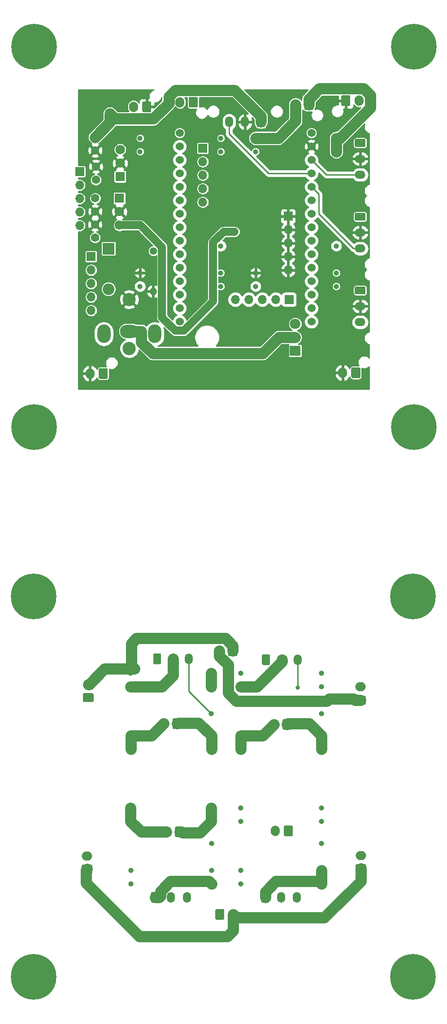
<source format=gbr>
G04 #@! TF.GenerationSoftware,KiCad,Pcbnew,5.1.5+dfsg1-2build2*
G04 #@! TF.CreationDate,2021-01-06T19:09:04+01:00*
G04 #@! TF.ProjectId,ariadne-v3-backup,61726961-646e-4652-9d76-332d6261636b,rev?*
G04 #@! TF.SameCoordinates,Original*
G04 #@! TF.FileFunction,Copper,L2,Bot*
G04 #@! TF.FilePolarity,Positive*
%FSLAX46Y46*%
G04 Gerber Fmt 4.6, Leading zero omitted, Abs format (unit mm)*
G04 Created by KiCad (PCBNEW 5.1.5+dfsg1-2build2) date 2021-01-06 19:09:04*
%MOMM*%
%LPD*%
G04 APERTURE LIST*
%ADD10C,0.100000*%
%ADD11O,1.700000X2.000000*%
%ADD12O,1.500000X2.020000*%
%ADD13O,1.000000X1.000000*%
%ADD14C,1.600000*%
%ADD15C,8.600000*%
%ADD16C,0.900000*%
%ADD17O,3.500000X2.500000*%
%ADD18O,2.500000X3.500000*%
%ADD19C,2.500000*%
%ADD20R,2.200000X2.200000*%
%ADD21O,2.200000X2.200000*%
%ADD22R,1.700000X1.700000*%
%ADD23O,1.700000X1.700000*%
%ADD24R,2.000000X1.905000*%
%ADD25O,2.000000X1.905000*%
%ADD26C,1.400000*%
%ADD27O,1.400000X1.400000*%
%ADD28R,1.800000X1.800000*%
%ADD29C,1.800000*%
%ADD30C,1.524000*%
%ADD31O,2.020000X1.500000*%
%ADD32O,2.000000X1.700000*%
%ADD33C,0.800000*%
%ADD34C,2.100000*%
%ADD35C,1.500000*%
%ADD36C,0.250000*%
%ADD37C,0.254000*%
G04 APERTURE END LIST*
G04 #@! TA.AperFunction,ComponentPad*
D10*
G36*
X34124504Y-153171204D02*
G01*
X34148773Y-153174804D01*
X34172571Y-153180765D01*
X34195671Y-153189030D01*
X34217849Y-153199520D01*
X34238893Y-153212133D01*
X34258598Y-153226747D01*
X34276777Y-153243223D01*
X34293253Y-153261402D01*
X34307867Y-153281107D01*
X34320480Y-153302151D01*
X34330970Y-153324329D01*
X34339235Y-153347429D01*
X34345196Y-153371227D01*
X34348796Y-153395496D01*
X34350000Y-153420000D01*
X34350000Y-154920000D01*
X34348796Y-154944504D01*
X34345196Y-154968773D01*
X34339235Y-154992571D01*
X34330970Y-155015671D01*
X34320480Y-155037849D01*
X34307867Y-155058893D01*
X34293253Y-155078598D01*
X34276777Y-155096777D01*
X34258598Y-155113253D01*
X34238893Y-155127867D01*
X34217849Y-155140480D01*
X34195671Y-155150970D01*
X34172571Y-155159235D01*
X34148773Y-155165196D01*
X34124504Y-155168796D01*
X34100000Y-155170000D01*
X32900000Y-155170000D01*
X32875496Y-155168796D01*
X32851227Y-155165196D01*
X32827429Y-155159235D01*
X32804329Y-155150970D01*
X32782151Y-155140480D01*
X32761107Y-155127867D01*
X32741402Y-155113253D01*
X32723223Y-155096777D01*
X32706747Y-155078598D01*
X32692133Y-155058893D01*
X32679520Y-155037849D01*
X32669030Y-155015671D01*
X32660765Y-154992571D01*
X32654804Y-154968773D01*
X32651204Y-154944504D01*
X32650000Y-154920000D01*
X32650000Y-153420000D01*
X32651204Y-153395496D01*
X32654804Y-153371227D01*
X32660765Y-153347429D01*
X32669030Y-153324329D01*
X32679520Y-153302151D01*
X32692133Y-153281107D01*
X32706747Y-153261402D01*
X32723223Y-153243223D01*
X32741402Y-153226747D01*
X32761107Y-153212133D01*
X32782151Y-153199520D01*
X32804329Y-153189030D01*
X32827429Y-153180765D01*
X32851227Y-153174804D01*
X32875496Y-153171204D01*
X32900000Y-153170000D01*
X34100000Y-153170000D01*
X34124504Y-153171204D01*
G37*
G04 #@! TD.AperFunction*
D11*
X31000000Y-154170000D03*
G04 #@! TA.AperFunction,ComponentPad*
D10*
G36*
X50199504Y-165491204D02*
G01*
X50223773Y-165494804D01*
X50247571Y-165500765D01*
X50270671Y-165509030D01*
X50292849Y-165519520D01*
X50313893Y-165532133D01*
X50333598Y-165546747D01*
X50351777Y-165563223D01*
X50368253Y-165581402D01*
X50382867Y-165601107D01*
X50395480Y-165622151D01*
X50405970Y-165644329D01*
X50414235Y-165667429D01*
X50420196Y-165691227D01*
X50423796Y-165715496D01*
X50425000Y-165740000D01*
X50425000Y-167260000D01*
X50423796Y-167284504D01*
X50420196Y-167308773D01*
X50414235Y-167332571D01*
X50405970Y-167355671D01*
X50395480Y-167377849D01*
X50382867Y-167398893D01*
X50368253Y-167418598D01*
X50351777Y-167436777D01*
X50333598Y-167453253D01*
X50313893Y-167467867D01*
X50292849Y-167480480D01*
X50270671Y-167490970D01*
X50247571Y-167499235D01*
X50223773Y-167505196D01*
X50199504Y-167508796D01*
X50175000Y-167510000D01*
X49175000Y-167510000D01*
X49150496Y-167508796D01*
X49126227Y-167505196D01*
X49102429Y-167499235D01*
X49079329Y-167490970D01*
X49057151Y-167480480D01*
X49036107Y-167467867D01*
X49016402Y-167453253D01*
X48998223Y-167436777D01*
X48981747Y-167418598D01*
X48967133Y-167398893D01*
X48954520Y-167377849D01*
X48944030Y-167355671D01*
X48935765Y-167332571D01*
X48929804Y-167308773D01*
X48926204Y-167284504D01*
X48925000Y-167260000D01*
X48925000Y-165740000D01*
X48926204Y-165715496D01*
X48929804Y-165691227D01*
X48935765Y-165667429D01*
X48944030Y-165644329D01*
X48954520Y-165622151D01*
X48967133Y-165601107D01*
X48981747Y-165581402D01*
X48998223Y-165563223D01*
X49016402Y-165546747D01*
X49036107Y-165532133D01*
X49057151Y-165519520D01*
X49079329Y-165509030D01*
X49102429Y-165500765D01*
X49126227Y-165494804D01*
X49150496Y-165491204D01*
X49175000Y-165490000D01*
X50175000Y-165490000D01*
X50199504Y-165491204D01*
G37*
G04 #@! TD.AperFunction*
D12*
X52675000Y-166500000D03*
X55675000Y-166500000D03*
X55825000Y-121700000D03*
X52825000Y-121700000D03*
G04 #@! TA.AperFunction,ComponentPad*
D10*
G36*
X50349504Y-120691204D02*
G01*
X50373773Y-120694804D01*
X50397571Y-120700765D01*
X50420671Y-120709030D01*
X50442849Y-120719520D01*
X50463893Y-120732133D01*
X50483598Y-120746747D01*
X50501777Y-120763223D01*
X50518253Y-120781402D01*
X50532867Y-120801107D01*
X50545480Y-120822151D01*
X50555970Y-120844329D01*
X50564235Y-120867429D01*
X50570196Y-120891227D01*
X50573796Y-120915496D01*
X50575000Y-120940000D01*
X50575000Y-122460000D01*
X50573796Y-122484504D01*
X50570196Y-122508773D01*
X50564235Y-122532571D01*
X50555970Y-122555671D01*
X50545480Y-122577849D01*
X50532867Y-122598893D01*
X50518253Y-122618598D01*
X50501777Y-122636777D01*
X50483598Y-122653253D01*
X50463893Y-122667867D01*
X50442849Y-122680480D01*
X50420671Y-122690970D01*
X50397571Y-122699235D01*
X50373773Y-122705196D01*
X50349504Y-122708796D01*
X50325000Y-122710000D01*
X49325000Y-122710000D01*
X49300496Y-122708796D01*
X49276227Y-122705196D01*
X49252429Y-122699235D01*
X49229329Y-122690970D01*
X49207151Y-122680480D01*
X49186107Y-122667867D01*
X49166402Y-122653253D01*
X49148223Y-122636777D01*
X49131747Y-122618598D01*
X49117133Y-122598893D01*
X49104520Y-122577849D01*
X49094030Y-122555671D01*
X49085765Y-122532571D01*
X49079804Y-122508773D01*
X49076204Y-122484504D01*
X49075000Y-122460000D01*
X49075000Y-120940000D01*
X49076204Y-120915496D01*
X49079804Y-120891227D01*
X49085765Y-120867429D01*
X49094030Y-120844329D01*
X49104520Y-120822151D01*
X49117133Y-120801107D01*
X49131747Y-120781402D01*
X49148223Y-120763223D01*
X49166402Y-120746747D01*
X49186107Y-120732133D01*
X49207151Y-120719520D01*
X49229329Y-120709030D01*
X49252429Y-120700765D01*
X49276227Y-120694804D01*
X49300496Y-120691204D01*
X49325000Y-120690000D01*
X50325000Y-120690000D01*
X50349504Y-120691204D01*
G37*
G04 #@! TD.AperFunction*
D13*
X24255000Y-152190000D03*
X24255000Y-149650000D03*
X24255000Y-126790000D03*
X24255000Y-124250000D03*
X39495000Y-131870000D03*
X39495000Y-124250000D03*
X39495000Y-126790000D03*
X39495000Y-149650000D03*
X39495000Y-152190000D03*
D14*
X17550000Y-25725000D03*
X17550000Y-23225000D03*
X17575000Y-37225000D03*
X17575000Y-34725000D03*
X17700000Y-28750000D03*
X17700000Y-31250000D03*
X17525000Y-39650000D03*
X17525000Y-42150000D03*
D13*
X26030000Y-23410000D03*
X26030000Y-25950000D03*
X26030000Y-48810000D03*
X26030000Y-51350000D03*
X41270000Y-43730000D03*
X41270000Y-51350000D03*
X41270000Y-48810000D03*
X41270000Y-25950000D03*
X41270000Y-23410000D03*
X47855000Y-23410000D03*
X47855000Y-25950000D03*
X47855000Y-48810000D03*
X47855000Y-51350000D03*
X63095000Y-43730000D03*
X63095000Y-51350000D03*
X63095000Y-48810000D03*
X63095000Y-25950000D03*
X63095000Y-23410000D03*
X45055000Y-136060000D03*
X45055000Y-138600000D03*
X45055000Y-161460000D03*
X45055000Y-164000000D03*
X60295000Y-156380000D03*
X60295000Y-164000000D03*
X60295000Y-161460000D03*
X60295000Y-138600000D03*
X60295000Y-136060000D03*
X45055000Y-152190000D03*
X45055000Y-149650000D03*
X45055000Y-126790000D03*
X45055000Y-124250000D03*
X60295000Y-131870000D03*
X60295000Y-124250000D03*
X60295000Y-126790000D03*
X60295000Y-149650000D03*
X60295000Y-152190000D03*
X24305000Y-136060000D03*
X24305000Y-138600000D03*
X24305000Y-161460000D03*
X24305000Y-164000000D03*
X39545000Y-156380000D03*
X39545000Y-164000000D03*
X39545000Y-161460000D03*
X39545000Y-138600000D03*
X39545000Y-136060000D03*
D15*
X5900000Y-109800000D03*
D16*
X9125000Y-109800000D03*
X8180419Y-112080419D03*
X5900000Y-113025000D03*
X3619581Y-112080419D03*
X2675000Y-109800000D03*
X3619581Y-107519581D03*
X5900000Y-106575000D03*
X8180419Y-107519581D03*
X79880419Y-107519581D03*
X77600000Y-106575000D03*
X75319581Y-107519581D03*
X74375000Y-109800000D03*
X75319581Y-112080419D03*
X77600000Y-113025000D03*
X79880419Y-112080419D03*
X80825000Y-109800000D03*
D15*
X77600000Y-109800000D03*
D16*
X79880419Y-179219581D03*
X77600000Y-178275000D03*
X75319581Y-179219581D03*
X74375000Y-181500000D03*
X75319581Y-183780419D03*
X77600000Y-184725000D03*
X79880419Y-183780419D03*
X80825000Y-181500000D03*
D15*
X77600000Y-181500000D03*
D16*
X8180419Y-179219581D03*
X5900000Y-178275000D03*
X3619581Y-179219581D03*
X2675000Y-181500000D03*
X3619581Y-183780419D03*
X5900000Y-184725000D03*
X8180419Y-183780419D03*
X9125000Y-181500000D03*
D15*
X5900000Y-181500000D03*
X77700000Y-77900000D03*
D16*
X80925000Y-77900000D03*
X79980419Y-80180419D03*
X77700000Y-81125000D03*
X75419581Y-80180419D03*
X74475000Y-77900000D03*
X75419581Y-75619581D03*
X77700000Y-74675000D03*
X79980419Y-75619581D03*
D15*
X6000000Y-77900000D03*
D16*
X9225000Y-77900000D03*
X8280419Y-80180419D03*
X6000000Y-81125000D03*
X3719581Y-80180419D03*
X2775000Y-77900000D03*
X3719581Y-75619581D03*
X6000000Y-74675000D03*
X8280419Y-75619581D03*
D15*
X77700000Y-6200000D03*
D16*
X80925000Y-6200000D03*
X79980419Y-8480419D03*
X77700000Y-9425000D03*
X75419581Y-8480419D03*
X74475000Y-6200000D03*
X75419581Y-3919581D03*
X77700000Y-2975000D03*
X79980419Y-3919581D03*
X8280419Y-3919581D03*
X6000000Y-2975000D03*
X3719581Y-3919581D03*
X2775000Y-6200000D03*
X3719581Y-8480419D03*
X6000000Y-9425000D03*
X8280419Y-8480419D03*
X9225000Y-6200000D03*
D15*
X6000000Y-6200000D03*
D17*
X24000000Y-59800000D03*
D18*
X19200000Y-60300000D03*
X28800000Y-60300000D03*
D19*
X24000000Y-53800000D03*
X24000000Y-63050000D03*
D20*
X20075000Y-44225000D03*
D21*
X20075000Y-51845000D03*
D22*
X54000000Y-38100000D03*
D23*
X54000000Y-40640000D03*
X54000000Y-43180000D03*
X54000000Y-45720000D03*
X54000000Y-48260000D03*
X44015000Y-53825000D03*
X46555000Y-53825000D03*
X49095000Y-53825000D03*
X51635000Y-53825000D03*
D22*
X54175000Y-53825000D03*
X14625000Y-29700000D03*
D23*
X14625000Y-32240000D03*
X14625000Y-34780000D03*
X14625000Y-37320000D03*
X14625000Y-39860000D03*
D22*
X16800000Y-45725000D03*
D23*
X16800000Y-48265000D03*
X16800000Y-50805000D03*
X16800000Y-53345000D03*
X16800000Y-55885000D03*
X37875000Y-35460000D03*
X37875000Y-32920000D03*
X37875000Y-30380000D03*
X37875000Y-27840000D03*
D22*
X37875000Y-25300000D03*
D24*
X55325000Y-63500000D03*
D25*
X55325000Y-60960000D03*
X55325000Y-58420000D03*
D26*
X28525000Y-44675000D03*
D27*
X28525000Y-52295000D03*
G04 #@! TA.AperFunction,ComponentPad*
D10*
G36*
X54434504Y-132931204D02*
G01*
X54458773Y-132934804D01*
X54482571Y-132940765D01*
X54505671Y-132949030D01*
X54527849Y-132959520D01*
X54548893Y-132972133D01*
X54568598Y-132986747D01*
X54586777Y-133003223D01*
X54603253Y-133021402D01*
X54617867Y-133041107D01*
X54630480Y-133062151D01*
X54640970Y-133084329D01*
X54649235Y-133107429D01*
X54655196Y-133131227D01*
X54658796Y-133155496D01*
X54660000Y-133180000D01*
X54660000Y-134680000D01*
X54658796Y-134704504D01*
X54655196Y-134728773D01*
X54649235Y-134752571D01*
X54640970Y-134775671D01*
X54630480Y-134797849D01*
X54617867Y-134818893D01*
X54603253Y-134838598D01*
X54586777Y-134856777D01*
X54568598Y-134873253D01*
X54548893Y-134887867D01*
X54527849Y-134900480D01*
X54505671Y-134910970D01*
X54482571Y-134919235D01*
X54458773Y-134925196D01*
X54434504Y-134928796D01*
X54410000Y-134930000D01*
X53210000Y-134930000D01*
X53185496Y-134928796D01*
X53161227Y-134925196D01*
X53137429Y-134919235D01*
X53114329Y-134910970D01*
X53092151Y-134900480D01*
X53071107Y-134887867D01*
X53051402Y-134873253D01*
X53033223Y-134856777D01*
X53016747Y-134838598D01*
X53002133Y-134818893D01*
X52989520Y-134797849D01*
X52979030Y-134775671D01*
X52970765Y-134752571D01*
X52964804Y-134728773D01*
X52961204Y-134704504D01*
X52960000Y-134680000D01*
X52960000Y-133180000D01*
X52961204Y-133155496D01*
X52964804Y-133131227D01*
X52970765Y-133107429D01*
X52979030Y-133084329D01*
X52989520Y-133062151D01*
X53002133Y-133041107D01*
X53016747Y-133021402D01*
X53033223Y-133003223D01*
X53051402Y-132986747D01*
X53071107Y-132972133D01*
X53092151Y-132959520D01*
X53114329Y-132949030D01*
X53137429Y-132940765D01*
X53161227Y-132934804D01*
X53185496Y-132931204D01*
X53210000Y-132930000D01*
X54410000Y-132930000D01*
X54434504Y-132931204D01*
G37*
G04 #@! TD.AperFunction*
D11*
X51310000Y-133930000D03*
G04 #@! TA.AperFunction,ComponentPad*
D10*
G36*
X36704504Y-15621204D02*
G01*
X36728773Y-15624804D01*
X36752571Y-15630765D01*
X36775671Y-15639030D01*
X36797849Y-15649520D01*
X36818893Y-15662133D01*
X36838598Y-15676747D01*
X36856777Y-15693223D01*
X36873253Y-15711402D01*
X36887867Y-15731107D01*
X36900480Y-15752151D01*
X36910970Y-15774329D01*
X36919235Y-15797429D01*
X36925196Y-15821227D01*
X36928796Y-15845496D01*
X36930000Y-15870000D01*
X36930000Y-17370000D01*
X36928796Y-17394504D01*
X36925196Y-17418773D01*
X36919235Y-17442571D01*
X36910970Y-17465671D01*
X36900480Y-17487849D01*
X36887867Y-17508893D01*
X36873253Y-17528598D01*
X36856777Y-17546777D01*
X36838598Y-17563253D01*
X36818893Y-17577867D01*
X36797849Y-17590480D01*
X36775671Y-17600970D01*
X36752571Y-17609235D01*
X36728773Y-17615196D01*
X36704504Y-17618796D01*
X36680000Y-17620000D01*
X35480000Y-17620000D01*
X35455496Y-17618796D01*
X35431227Y-17615196D01*
X35407429Y-17609235D01*
X35384329Y-17600970D01*
X35362151Y-17590480D01*
X35341107Y-17577867D01*
X35321402Y-17563253D01*
X35303223Y-17546777D01*
X35286747Y-17528598D01*
X35272133Y-17508893D01*
X35259520Y-17487849D01*
X35249030Y-17465671D01*
X35240765Y-17442571D01*
X35234804Y-17418773D01*
X35231204Y-17394504D01*
X35230000Y-17370000D01*
X35230000Y-15870000D01*
X35231204Y-15845496D01*
X35234804Y-15821227D01*
X35240765Y-15797429D01*
X35249030Y-15774329D01*
X35259520Y-15752151D01*
X35272133Y-15731107D01*
X35286747Y-15711402D01*
X35303223Y-15693223D01*
X35321402Y-15676747D01*
X35341107Y-15662133D01*
X35362151Y-15649520D01*
X35384329Y-15639030D01*
X35407429Y-15630765D01*
X35431227Y-15624804D01*
X35455496Y-15621204D01*
X35480000Y-15620000D01*
X36680000Y-15620000D01*
X36704504Y-15621204D01*
G37*
G04 #@! TD.AperFunction*
D11*
X33580000Y-16620000D03*
D28*
X22275000Y-30650000D03*
D29*
X22275000Y-28110000D03*
X22275000Y-25570000D03*
X22150000Y-39805000D03*
X22150000Y-37265000D03*
D28*
X22150000Y-34725000D03*
D11*
X55390000Y-17070000D03*
G04 #@! TA.AperFunction,ComponentPad*
D10*
G36*
X58514504Y-16071204D02*
G01*
X58538773Y-16074804D01*
X58562571Y-16080765D01*
X58585671Y-16089030D01*
X58607849Y-16099520D01*
X58628893Y-16112133D01*
X58648598Y-16126747D01*
X58666777Y-16143223D01*
X58683253Y-16161402D01*
X58697867Y-16181107D01*
X58710480Y-16202151D01*
X58720970Y-16224329D01*
X58729235Y-16247429D01*
X58735196Y-16271227D01*
X58738796Y-16295496D01*
X58740000Y-16320000D01*
X58740000Y-17820000D01*
X58738796Y-17844504D01*
X58735196Y-17868773D01*
X58729235Y-17892571D01*
X58720970Y-17915671D01*
X58710480Y-17937849D01*
X58697867Y-17958893D01*
X58683253Y-17978598D01*
X58666777Y-17996777D01*
X58648598Y-18013253D01*
X58628893Y-18027867D01*
X58607849Y-18040480D01*
X58585671Y-18050970D01*
X58562571Y-18059235D01*
X58538773Y-18065196D01*
X58514504Y-18068796D01*
X58490000Y-18070000D01*
X57290000Y-18070000D01*
X57265496Y-18068796D01*
X57241227Y-18065196D01*
X57217429Y-18059235D01*
X57194329Y-18050970D01*
X57172151Y-18040480D01*
X57151107Y-18027867D01*
X57131402Y-18013253D01*
X57113223Y-17996777D01*
X57096747Y-17978598D01*
X57082133Y-17958893D01*
X57069520Y-17937849D01*
X57059030Y-17915671D01*
X57050765Y-17892571D01*
X57044804Y-17868773D01*
X57041204Y-17844504D01*
X57040000Y-17820000D01*
X57040000Y-16320000D01*
X57041204Y-16295496D01*
X57044804Y-16271227D01*
X57050765Y-16247429D01*
X57059030Y-16224329D01*
X57069520Y-16202151D01*
X57082133Y-16181107D01*
X57096747Y-16161402D01*
X57113223Y-16143223D01*
X57131402Y-16126747D01*
X57151107Y-16112133D01*
X57172151Y-16099520D01*
X57194329Y-16089030D01*
X57217429Y-16080765D01*
X57241227Y-16074804D01*
X57265496Y-16071204D01*
X57290000Y-16070000D01*
X58490000Y-16070000D01*
X58514504Y-16071204D01*
G37*
G04 #@! TD.AperFunction*
D30*
X58396000Y-57984000D03*
X58396000Y-55444000D03*
X58396000Y-52904000D03*
X58396000Y-50364000D03*
X58396000Y-47824000D03*
X58396000Y-45284000D03*
X58396000Y-42744000D03*
X58396000Y-40204000D03*
X58396000Y-37664000D03*
X58396000Y-35124000D03*
X58396000Y-32584000D03*
X58396000Y-30044000D03*
X58396000Y-27504000D03*
X58396000Y-24964000D03*
X58396000Y-24964000D03*
X58396000Y-22424000D03*
X33504000Y-22424000D03*
X33504000Y-24964000D03*
X33504000Y-27504000D03*
X33504000Y-30044000D03*
X33504000Y-32584000D03*
X33504000Y-35124000D03*
X33504000Y-37664000D03*
X33504000Y-40204000D03*
X33504000Y-42744000D03*
X33504000Y-45284000D03*
X33504000Y-47824000D03*
X33504000Y-50364000D03*
X33504000Y-52904000D03*
X33504000Y-55444000D03*
X33504000Y-57984000D03*
G04 #@! TA.AperFunction,ComponentPad*
D10*
G36*
X33644504Y-132781204D02*
G01*
X33668773Y-132784804D01*
X33692571Y-132790765D01*
X33715671Y-132799030D01*
X33737849Y-132809520D01*
X33758893Y-132822133D01*
X33778598Y-132836747D01*
X33796777Y-132853223D01*
X33813253Y-132871402D01*
X33827867Y-132891107D01*
X33840480Y-132912151D01*
X33850970Y-132934329D01*
X33859235Y-132957429D01*
X33865196Y-132981227D01*
X33868796Y-133005496D01*
X33870000Y-133030000D01*
X33870000Y-134530000D01*
X33868796Y-134554504D01*
X33865196Y-134578773D01*
X33859235Y-134602571D01*
X33850970Y-134625671D01*
X33840480Y-134647849D01*
X33827867Y-134668893D01*
X33813253Y-134688598D01*
X33796777Y-134706777D01*
X33778598Y-134723253D01*
X33758893Y-134737867D01*
X33737849Y-134750480D01*
X33715671Y-134760970D01*
X33692571Y-134769235D01*
X33668773Y-134775196D01*
X33644504Y-134778796D01*
X33620000Y-134780000D01*
X32420000Y-134780000D01*
X32395496Y-134778796D01*
X32371227Y-134775196D01*
X32347429Y-134769235D01*
X32324329Y-134760970D01*
X32302151Y-134750480D01*
X32281107Y-134737867D01*
X32261402Y-134723253D01*
X32243223Y-134706777D01*
X32226747Y-134688598D01*
X32212133Y-134668893D01*
X32199520Y-134647849D01*
X32189030Y-134625671D01*
X32180765Y-134602571D01*
X32174804Y-134578773D01*
X32171204Y-134554504D01*
X32170000Y-134530000D01*
X32170000Y-133030000D01*
X32171204Y-133005496D01*
X32174804Y-132981227D01*
X32180765Y-132957429D01*
X32189030Y-132934329D01*
X32199520Y-132912151D01*
X32212133Y-132891107D01*
X32226747Y-132871402D01*
X32243223Y-132853223D01*
X32261402Y-132836747D01*
X32281107Y-132822133D01*
X32302151Y-132809520D01*
X32324329Y-132799030D01*
X32347429Y-132790765D01*
X32371227Y-132784804D01*
X32395496Y-132781204D01*
X32420000Y-132780000D01*
X33620000Y-132780000D01*
X33644504Y-132781204D01*
G37*
G04 #@! TD.AperFunction*
D11*
X30520000Y-133780000D03*
X51560000Y-154000000D03*
G04 #@! TA.AperFunction,ComponentPad*
D10*
G36*
X54684504Y-153001204D02*
G01*
X54708773Y-153004804D01*
X54732571Y-153010765D01*
X54755671Y-153019030D01*
X54777849Y-153029520D01*
X54798893Y-153042133D01*
X54818598Y-153056747D01*
X54836777Y-153073223D01*
X54853253Y-153091402D01*
X54867867Y-153111107D01*
X54880480Y-153132151D01*
X54890970Y-153154329D01*
X54899235Y-153177429D01*
X54905196Y-153201227D01*
X54908796Y-153225496D01*
X54910000Y-153250000D01*
X54910000Y-154750000D01*
X54908796Y-154774504D01*
X54905196Y-154798773D01*
X54899235Y-154822571D01*
X54890970Y-154845671D01*
X54880480Y-154867849D01*
X54867867Y-154888893D01*
X54853253Y-154908598D01*
X54836777Y-154926777D01*
X54818598Y-154943253D01*
X54798893Y-154957867D01*
X54777849Y-154970480D01*
X54755671Y-154980970D01*
X54732571Y-154989235D01*
X54708773Y-154995196D01*
X54684504Y-154998796D01*
X54660000Y-155000000D01*
X53460000Y-155000000D01*
X53435496Y-154998796D01*
X53411227Y-154995196D01*
X53387429Y-154989235D01*
X53364329Y-154980970D01*
X53342151Y-154970480D01*
X53321107Y-154957867D01*
X53301402Y-154943253D01*
X53283223Y-154926777D01*
X53266747Y-154908598D01*
X53252133Y-154888893D01*
X53239520Y-154867849D01*
X53229030Y-154845671D01*
X53220765Y-154822571D01*
X53214804Y-154798773D01*
X53211204Y-154774504D01*
X53210000Y-154750000D01*
X53210000Y-153250000D01*
X53211204Y-153225496D01*
X53214804Y-153201227D01*
X53220765Y-153177429D01*
X53229030Y-153154329D01*
X53239520Y-153132151D01*
X53252133Y-153111107D01*
X53266747Y-153091402D01*
X53283223Y-153073223D01*
X53301402Y-153056747D01*
X53321107Y-153042133D01*
X53342151Y-153029520D01*
X53364329Y-153019030D01*
X53387429Y-153010765D01*
X53411227Y-153004804D01*
X53435496Y-153001204D01*
X53460000Y-153000000D01*
X54660000Y-153000000D01*
X54684504Y-153001204D01*
G37*
G04 #@! TD.AperFunction*
D11*
X67400000Y-16325000D03*
G04 #@! TA.AperFunction,ComponentPad*
D10*
G36*
X65524504Y-15326204D02*
G01*
X65548773Y-15329804D01*
X65572571Y-15335765D01*
X65595671Y-15344030D01*
X65617849Y-15354520D01*
X65638893Y-15367133D01*
X65658598Y-15381747D01*
X65676777Y-15398223D01*
X65693253Y-15416402D01*
X65707867Y-15436107D01*
X65720480Y-15457151D01*
X65730970Y-15479329D01*
X65739235Y-15502429D01*
X65745196Y-15526227D01*
X65748796Y-15550496D01*
X65750000Y-15575000D01*
X65750000Y-17075000D01*
X65748796Y-17099504D01*
X65745196Y-17123773D01*
X65739235Y-17147571D01*
X65730970Y-17170671D01*
X65720480Y-17192849D01*
X65707867Y-17213893D01*
X65693253Y-17233598D01*
X65676777Y-17251777D01*
X65658598Y-17268253D01*
X65638893Y-17282867D01*
X65617849Y-17295480D01*
X65595671Y-17305970D01*
X65572571Y-17314235D01*
X65548773Y-17320196D01*
X65524504Y-17323796D01*
X65500000Y-17325000D01*
X64300000Y-17325000D01*
X64275496Y-17323796D01*
X64251227Y-17320196D01*
X64227429Y-17314235D01*
X64204329Y-17305970D01*
X64182151Y-17295480D01*
X64161107Y-17282867D01*
X64141402Y-17268253D01*
X64123223Y-17251777D01*
X64106747Y-17233598D01*
X64092133Y-17213893D01*
X64079520Y-17192849D01*
X64069030Y-17170671D01*
X64060765Y-17147571D01*
X64054804Y-17123773D01*
X64051204Y-17099504D01*
X64050000Y-17075000D01*
X64050000Y-15575000D01*
X64051204Y-15550496D01*
X64054804Y-15526227D01*
X64060765Y-15502429D01*
X64069030Y-15479329D01*
X64079520Y-15457151D01*
X64092133Y-15436107D01*
X64106747Y-15416402D01*
X64123223Y-15398223D01*
X64141402Y-15381747D01*
X64161107Y-15367133D01*
X64182151Y-15354520D01*
X64204329Y-15344030D01*
X64227429Y-15335765D01*
X64251227Y-15329804D01*
X64275496Y-15326204D01*
X64300000Y-15325000D01*
X65500000Y-15325000D01*
X65524504Y-15326204D01*
G37*
G04 #@! TD.AperFunction*
D11*
X24800000Y-17500000D03*
G04 #@! TA.AperFunction,ComponentPad*
D10*
G36*
X27924504Y-16501204D02*
G01*
X27948773Y-16504804D01*
X27972571Y-16510765D01*
X27995671Y-16519030D01*
X28017849Y-16529520D01*
X28038893Y-16542133D01*
X28058598Y-16556747D01*
X28076777Y-16573223D01*
X28093253Y-16591402D01*
X28107867Y-16611107D01*
X28120480Y-16632151D01*
X28130970Y-16654329D01*
X28139235Y-16677429D01*
X28145196Y-16701227D01*
X28148796Y-16725496D01*
X28150000Y-16750000D01*
X28150000Y-18250000D01*
X28148796Y-18274504D01*
X28145196Y-18298773D01*
X28139235Y-18322571D01*
X28130970Y-18345671D01*
X28120480Y-18367849D01*
X28107867Y-18388893D01*
X28093253Y-18408598D01*
X28076777Y-18426777D01*
X28058598Y-18443253D01*
X28038893Y-18457867D01*
X28017849Y-18470480D01*
X27995671Y-18480970D01*
X27972571Y-18489235D01*
X27948773Y-18495196D01*
X27924504Y-18498796D01*
X27900000Y-18500000D01*
X26700000Y-18500000D01*
X26675496Y-18498796D01*
X26651227Y-18495196D01*
X26627429Y-18489235D01*
X26604329Y-18480970D01*
X26582151Y-18470480D01*
X26561107Y-18457867D01*
X26541402Y-18443253D01*
X26523223Y-18426777D01*
X26506747Y-18408598D01*
X26492133Y-18388893D01*
X26479520Y-18367849D01*
X26469030Y-18345671D01*
X26460765Y-18322571D01*
X26454804Y-18298773D01*
X26451204Y-18274504D01*
X26450000Y-18250000D01*
X26450000Y-16750000D01*
X26451204Y-16725496D01*
X26454804Y-16701227D01*
X26460765Y-16677429D01*
X26469030Y-16654329D01*
X26479520Y-16632151D01*
X26492133Y-16611107D01*
X26506747Y-16591402D01*
X26523223Y-16573223D01*
X26541402Y-16556747D01*
X26561107Y-16542133D01*
X26582151Y-16529520D01*
X26604329Y-16519030D01*
X26627429Y-16510765D01*
X26651227Y-16504804D01*
X26675496Y-16501204D01*
X26700000Y-16500000D01*
X27900000Y-16500000D01*
X27924504Y-16501204D01*
G37*
G04 #@! TD.AperFunction*
D31*
X67600000Y-30300000D03*
X67600000Y-27300000D03*
G04 #@! TA.AperFunction,ComponentPad*
D10*
G36*
X68384504Y-23551204D02*
G01*
X68408773Y-23554804D01*
X68432571Y-23560765D01*
X68455671Y-23569030D01*
X68477849Y-23579520D01*
X68498893Y-23592133D01*
X68518598Y-23606747D01*
X68536777Y-23623223D01*
X68553253Y-23641402D01*
X68567867Y-23661107D01*
X68580480Y-23682151D01*
X68590970Y-23704329D01*
X68599235Y-23727429D01*
X68605196Y-23751227D01*
X68608796Y-23775496D01*
X68610000Y-23800000D01*
X68610000Y-24800000D01*
X68608796Y-24824504D01*
X68605196Y-24848773D01*
X68599235Y-24872571D01*
X68590970Y-24895671D01*
X68580480Y-24917849D01*
X68567867Y-24938893D01*
X68553253Y-24958598D01*
X68536777Y-24976777D01*
X68518598Y-24993253D01*
X68498893Y-25007867D01*
X68477849Y-25020480D01*
X68455671Y-25030970D01*
X68432571Y-25039235D01*
X68408773Y-25045196D01*
X68384504Y-25048796D01*
X68360000Y-25050000D01*
X66840000Y-25050000D01*
X66815496Y-25048796D01*
X66791227Y-25045196D01*
X66767429Y-25039235D01*
X66744329Y-25030970D01*
X66722151Y-25020480D01*
X66701107Y-25007867D01*
X66681402Y-24993253D01*
X66663223Y-24976777D01*
X66646747Y-24958598D01*
X66632133Y-24938893D01*
X66619520Y-24917849D01*
X66609030Y-24895671D01*
X66600765Y-24872571D01*
X66594804Y-24848773D01*
X66591204Y-24824504D01*
X66590000Y-24800000D01*
X66590000Y-23800000D01*
X66591204Y-23775496D01*
X66594804Y-23751227D01*
X66600765Y-23727429D01*
X66609030Y-23704329D01*
X66619520Y-23682151D01*
X66632133Y-23661107D01*
X66646747Y-23641402D01*
X66663223Y-23623223D01*
X66681402Y-23606747D01*
X66701107Y-23592133D01*
X66722151Y-23579520D01*
X66744329Y-23569030D01*
X66767429Y-23560765D01*
X66791227Y-23554804D01*
X66815496Y-23551204D01*
X66840000Y-23550000D01*
X68360000Y-23550000D01*
X68384504Y-23551204D01*
G37*
G04 #@! TD.AperFunction*
G04 #@! TA.AperFunction,ComponentPad*
G36*
X29799504Y-120541204D02*
G01*
X29823773Y-120544804D01*
X29847571Y-120550765D01*
X29870671Y-120559030D01*
X29892849Y-120569520D01*
X29913893Y-120582133D01*
X29933598Y-120596747D01*
X29951777Y-120613223D01*
X29968253Y-120631402D01*
X29982867Y-120651107D01*
X29995480Y-120672151D01*
X30005970Y-120694329D01*
X30014235Y-120717429D01*
X30020196Y-120741227D01*
X30023796Y-120765496D01*
X30025000Y-120790000D01*
X30025000Y-122310000D01*
X30023796Y-122334504D01*
X30020196Y-122358773D01*
X30014235Y-122382571D01*
X30005970Y-122405671D01*
X29995480Y-122427849D01*
X29982867Y-122448893D01*
X29968253Y-122468598D01*
X29951777Y-122486777D01*
X29933598Y-122503253D01*
X29913893Y-122517867D01*
X29892849Y-122530480D01*
X29870671Y-122540970D01*
X29847571Y-122549235D01*
X29823773Y-122555196D01*
X29799504Y-122558796D01*
X29775000Y-122560000D01*
X28775000Y-122560000D01*
X28750496Y-122558796D01*
X28726227Y-122555196D01*
X28702429Y-122549235D01*
X28679329Y-122540970D01*
X28657151Y-122530480D01*
X28636107Y-122517867D01*
X28616402Y-122503253D01*
X28598223Y-122486777D01*
X28581747Y-122468598D01*
X28567133Y-122448893D01*
X28554520Y-122427849D01*
X28544030Y-122405671D01*
X28535765Y-122382571D01*
X28529804Y-122358773D01*
X28526204Y-122334504D01*
X28525000Y-122310000D01*
X28525000Y-120790000D01*
X28526204Y-120765496D01*
X28529804Y-120741227D01*
X28535765Y-120717429D01*
X28544030Y-120694329D01*
X28554520Y-120672151D01*
X28567133Y-120651107D01*
X28581747Y-120631402D01*
X28598223Y-120613223D01*
X28616402Y-120596747D01*
X28636107Y-120582133D01*
X28657151Y-120569520D01*
X28679329Y-120559030D01*
X28702429Y-120550765D01*
X28726227Y-120544804D01*
X28750496Y-120541204D01*
X28775000Y-120540000D01*
X29775000Y-120540000D01*
X29799504Y-120541204D01*
G37*
G04 #@! TD.AperFunction*
D12*
X32275000Y-121550000D03*
X35275000Y-121550000D03*
X42850000Y-20325000D03*
X45850000Y-20325000D03*
G04 #@! TA.AperFunction,ComponentPad*
D10*
G36*
X49374504Y-19316204D02*
G01*
X49398773Y-19319804D01*
X49422571Y-19325765D01*
X49445671Y-19334030D01*
X49467849Y-19344520D01*
X49488893Y-19357133D01*
X49508598Y-19371747D01*
X49526777Y-19388223D01*
X49543253Y-19406402D01*
X49557867Y-19426107D01*
X49570480Y-19447151D01*
X49580970Y-19469329D01*
X49589235Y-19492429D01*
X49595196Y-19516227D01*
X49598796Y-19540496D01*
X49600000Y-19565000D01*
X49600000Y-21085000D01*
X49598796Y-21109504D01*
X49595196Y-21133773D01*
X49589235Y-21157571D01*
X49580970Y-21180671D01*
X49570480Y-21202849D01*
X49557867Y-21223893D01*
X49543253Y-21243598D01*
X49526777Y-21261777D01*
X49508598Y-21278253D01*
X49488893Y-21292867D01*
X49467849Y-21305480D01*
X49445671Y-21315970D01*
X49422571Y-21324235D01*
X49398773Y-21330196D01*
X49374504Y-21333796D01*
X49350000Y-21335000D01*
X48350000Y-21335000D01*
X48325496Y-21333796D01*
X48301227Y-21330196D01*
X48277429Y-21324235D01*
X48254329Y-21315970D01*
X48232151Y-21305480D01*
X48211107Y-21292867D01*
X48191402Y-21278253D01*
X48173223Y-21261777D01*
X48156747Y-21243598D01*
X48142133Y-21223893D01*
X48129520Y-21202849D01*
X48119030Y-21180671D01*
X48110765Y-21157571D01*
X48104804Y-21133773D01*
X48101204Y-21109504D01*
X48100000Y-21085000D01*
X48100000Y-19565000D01*
X48101204Y-19540496D01*
X48104804Y-19516227D01*
X48110765Y-19492429D01*
X48119030Y-19469329D01*
X48129520Y-19447151D01*
X48142133Y-19426107D01*
X48156747Y-19406402D01*
X48173223Y-19388223D01*
X48191402Y-19371747D01*
X48211107Y-19357133D01*
X48232151Y-19344520D01*
X48254329Y-19334030D01*
X48277429Y-19325765D01*
X48301227Y-19319804D01*
X48325496Y-19316204D01*
X48350000Y-19315000D01*
X49350000Y-19315000D01*
X49374504Y-19316204D01*
G37*
G04 #@! TD.AperFunction*
D12*
X34875000Y-166500000D03*
X31875000Y-166500000D03*
G04 #@! TA.AperFunction,ComponentPad*
D10*
G36*
X29399504Y-165491204D02*
G01*
X29423773Y-165494804D01*
X29447571Y-165500765D01*
X29470671Y-165509030D01*
X29492849Y-165519520D01*
X29513893Y-165532133D01*
X29533598Y-165546747D01*
X29551777Y-165563223D01*
X29568253Y-165581402D01*
X29582867Y-165601107D01*
X29595480Y-165622151D01*
X29605970Y-165644329D01*
X29614235Y-165667429D01*
X29620196Y-165691227D01*
X29623796Y-165715496D01*
X29625000Y-165740000D01*
X29625000Y-167260000D01*
X29623796Y-167284504D01*
X29620196Y-167308773D01*
X29614235Y-167332571D01*
X29605970Y-167355671D01*
X29595480Y-167377849D01*
X29582867Y-167398893D01*
X29568253Y-167418598D01*
X29551777Y-167436777D01*
X29533598Y-167453253D01*
X29513893Y-167467867D01*
X29492849Y-167480480D01*
X29470671Y-167490970D01*
X29447571Y-167499235D01*
X29423773Y-167505196D01*
X29399504Y-167508796D01*
X29375000Y-167510000D01*
X28375000Y-167510000D01*
X28350496Y-167508796D01*
X28326227Y-167505196D01*
X28302429Y-167499235D01*
X28279329Y-167490970D01*
X28257151Y-167480480D01*
X28236107Y-167467867D01*
X28216402Y-167453253D01*
X28198223Y-167436777D01*
X28181747Y-167418598D01*
X28167133Y-167398893D01*
X28154520Y-167377849D01*
X28144030Y-167355671D01*
X28135765Y-167332571D01*
X28129804Y-167308773D01*
X28126204Y-167284504D01*
X28125000Y-167260000D01*
X28125000Y-165740000D01*
X28126204Y-165715496D01*
X28129804Y-165691227D01*
X28135765Y-165667429D01*
X28144030Y-165644329D01*
X28154520Y-165622151D01*
X28167133Y-165601107D01*
X28181747Y-165581402D01*
X28198223Y-165563223D01*
X28216402Y-165546747D01*
X28236107Y-165532133D01*
X28257151Y-165519520D01*
X28279329Y-165509030D01*
X28302429Y-165500765D01*
X28326227Y-165494804D01*
X28350496Y-165491204D01*
X28375000Y-165490000D01*
X29375000Y-165490000D01*
X29399504Y-165491204D01*
G37*
G04 #@! TD.AperFunction*
G04 #@! TA.AperFunction,ComponentPad*
G36*
X68384504Y-37451204D02*
G01*
X68408773Y-37454804D01*
X68432571Y-37460765D01*
X68455671Y-37469030D01*
X68477849Y-37479520D01*
X68498893Y-37492133D01*
X68518598Y-37506747D01*
X68536777Y-37523223D01*
X68553253Y-37541402D01*
X68567867Y-37561107D01*
X68580480Y-37582151D01*
X68590970Y-37604329D01*
X68599235Y-37627429D01*
X68605196Y-37651227D01*
X68608796Y-37675496D01*
X68610000Y-37700000D01*
X68610000Y-38700000D01*
X68608796Y-38724504D01*
X68605196Y-38748773D01*
X68599235Y-38772571D01*
X68590970Y-38795671D01*
X68580480Y-38817849D01*
X68567867Y-38838893D01*
X68553253Y-38858598D01*
X68536777Y-38876777D01*
X68518598Y-38893253D01*
X68498893Y-38907867D01*
X68477849Y-38920480D01*
X68455671Y-38930970D01*
X68432571Y-38939235D01*
X68408773Y-38945196D01*
X68384504Y-38948796D01*
X68360000Y-38950000D01*
X66840000Y-38950000D01*
X66815496Y-38948796D01*
X66791227Y-38945196D01*
X66767429Y-38939235D01*
X66744329Y-38930970D01*
X66722151Y-38920480D01*
X66701107Y-38907867D01*
X66681402Y-38893253D01*
X66663223Y-38876777D01*
X66646747Y-38858598D01*
X66632133Y-38838893D01*
X66619520Y-38817849D01*
X66609030Y-38795671D01*
X66600765Y-38772571D01*
X66594804Y-38748773D01*
X66591204Y-38724504D01*
X66590000Y-38700000D01*
X66590000Y-37700000D01*
X66591204Y-37675496D01*
X66594804Y-37651227D01*
X66600765Y-37627429D01*
X66609030Y-37604329D01*
X66619520Y-37582151D01*
X66632133Y-37561107D01*
X66646747Y-37541402D01*
X66663223Y-37523223D01*
X66681402Y-37506747D01*
X66701107Y-37492133D01*
X66722151Y-37479520D01*
X66744329Y-37469030D01*
X66767429Y-37460765D01*
X66791227Y-37454804D01*
X66815496Y-37451204D01*
X66840000Y-37450000D01*
X68360000Y-37450000D01*
X68384504Y-37451204D01*
G37*
G04 #@! TD.AperFunction*
D31*
X67600000Y-41200000D03*
X67600000Y-44200000D03*
G04 #@! TA.AperFunction,ComponentPad*
D10*
G36*
X68384504Y-51351204D02*
G01*
X68408773Y-51354804D01*
X68432571Y-51360765D01*
X68455671Y-51369030D01*
X68477849Y-51379520D01*
X68498893Y-51392133D01*
X68518598Y-51406747D01*
X68536777Y-51423223D01*
X68553253Y-51441402D01*
X68567867Y-51461107D01*
X68580480Y-51482151D01*
X68590970Y-51504329D01*
X68599235Y-51527429D01*
X68605196Y-51551227D01*
X68608796Y-51575496D01*
X68610000Y-51600000D01*
X68610000Y-52600000D01*
X68608796Y-52624504D01*
X68605196Y-52648773D01*
X68599235Y-52672571D01*
X68590970Y-52695671D01*
X68580480Y-52717849D01*
X68567867Y-52738893D01*
X68553253Y-52758598D01*
X68536777Y-52776777D01*
X68518598Y-52793253D01*
X68498893Y-52807867D01*
X68477849Y-52820480D01*
X68455671Y-52830970D01*
X68432571Y-52839235D01*
X68408773Y-52845196D01*
X68384504Y-52848796D01*
X68360000Y-52850000D01*
X66840000Y-52850000D01*
X66815496Y-52848796D01*
X66791227Y-52845196D01*
X66767429Y-52839235D01*
X66744329Y-52830970D01*
X66722151Y-52820480D01*
X66701107Y-52807867D01*
X66681402Y-52793253D01*
X66663223Y-52776777D01*
X66646747Y-52758598D01*
X66632133Y-52738893D01*
X66619520Y-52717849D01*
X66609030Y-52695671D01*
X66600765Y-52672571D01*
X66594804Y-52648773D01*
X66591204Y-52624504D01*
X66590000Y-52600000D01*
X66590000Y-51600000D01*
X66591204Y-51575496D01*
X66594804Y-51551227D01*
X66600765Y-51527429D01*
X66609030Y-51504329D01*
X66619520Y-51482151D01*
X66632133Y-51461107D01*
X66646747Y-51441402D01*
X66663223Y-51423223D01*
X66681402Y-51406747D01*
X66701107Y-51392133D01*
X66722151Y-51379520D01*
X66744329Y-51369030D01*
X66767429Y-51360765D01*
X66791227Y-51354804D01*
X66815496Y-51351204D01*
X66840000Y-51350000D01*
X68360000Y-51350000D01*
X68384504Y-51351204D01*
G37*
G04 #@! TD.AperFunction*
D31*
X67600000Y-55100000D03*
X67600000Y-58100000D03*
D32*
X16025000Y-158700000D03*
G04 #@! TA.AperFunction,ComponentPad*
D10*
G36*
X16799504Y-160351204D02*
G01*
X16823773Y-160354804D01*
X16847571Y-160360765D01*
X16870671Y-160369030D01*
X16892849Y-160379520D01*
X16913893Y-160392133D01*
X16933598Y-160406747D01*
X16951777Y-160423223D01*
X16968253Y-160441402D01*
X16982867Y-160461107D01*
X16995480Y-160482151D01*
X17005970Y-160504329D01*
X17014235Y-160527429D01*
X17020196Y-160551227D01*
X17023796Y-160575496D01*
X17025000Y-160600000D01*
X17025000Y-161800000D01*
X17023796Y-161824504D01*
X17020196Y-161848773D01*
X17014235Y-161872571D01*
X17005970Y-161895671D01*
X16995480Y-161917849D01*
X16982867Y-161938893D01*
X16968253Y-161958598D01*
X16951777Y-161976777D01*
X16933598Y-161993253D01*
X16913893Y-162007867D01*
X16892849Y-162020480D01*
X16870671Y-162030970D01*
X16847571Y-162039235D01*
X16823773Y-162045196D01*
X16799504Y-162048796D01*
X16775000Y-162050000D01*
X15275000Y-162050000D01*
X15250496Y-162048796D01*
X15226227Y-162045196D01*
X15202429Y-162039235D01*
X15179329Y-162030970D01*
X15157151Y-162020480D01*
X15136107Y-162007867D01*
X15116402Y-161993253D01*
X15098223Y-161976777D01*
X15081747Y-161958598D01*
X15067133Y-161938893D01*
X15054520Y-161917849D01*
X15044030Y-161895671D01*
X15035765Y-161872571D01*
X15029804Y-161848773D01*
X15026204Y-161824504D01*
X15025000Y-161800000D01*
X15025000Y-160600000D01*
X15026204Y-160575496D01*
X15029804Y-160551227D01*
X15035765Y-160527429D01*
X15044030Y-160504329D01*
X15054520Y-160482151D01*
X15067133Y-160461107D01*
X15081747Y-160441402D01*
X15098223Y-160423223D01*
X15116402Y-160406747D01*
X15136107Y-160392133D01*
X15157151Y-160379520D01*
X15179329Y-160369030D01*
X15202429Y-160360765D01*
X15226227Y-160354804D01*
X15250496Y-160351204D01*
X15275000Y-160350000D01*
X16775000Y-160350000D01*
X16799504Y-160351204D01*
G37*
G04 #@! TD.AperFunction*
G04 #@! TA.AperFunction,ComponentPad*
G36*
X68499504Y-160276204D02*
G01*
X68523773Y-160279804D01*
X68547571Y-160285765D01*
X68570671Y-160294030D01*
X68592849Y-160304520D01*
X68613893Y-160317133D01*
X68633598Y-160331747D01*
X68651777Y-160348223D01*
X68668253Y-160366402D01*
X68682867Y-160386107D01*
X68695480Y-160407151D01*
X68705970Y-160429329D01*
X68714235Y-160452429D01*
X68720196Y-160476227D01*
X68723796Y-160500496D01*
X68725000Y-160525000D01*
X68725000Y-161725000D01*
X68723796Y-161749504D01*
X68720196Y-161773773D01*
X68714235Y-161797571D01*
X68705970Y-161820671D01*
X68695480Y-161842849D01*
X68682867Y-161863893D01*
X68668253Y-161883598D01*
X68651777Y-161901777D01*
X68633598Y-161918253D01*
X68613893Y-161932867D01*
X68592849Y-161945480D01*
X68570671Y-161955970D01*
X68547571Y-161964235D01*
X68523773Y-161970196D01*
X68499504Y-161973796D01*
X68475000Y-161975000D01*
X66975000Y-161975000D01*
X66950496Y-161973796D01*
X66926227Y-161970196D01*
X66902429Y-161964235D01*
X66879329Y-161955970D01*
X66857151Y-161945480D01*
X66836107Y-161932867D01*
X66816402Y-161918253D01*
X66798223Y-161901777D01*
X66781747Y-161883598D01*
X66767133Y-161863893D01*
X66754520Y-161842849D01*
X66744030Y-161820671D01*
X66735765Y-161797571D01*
X66729804Y-161773773D01*
X66726204Y-161749504D01*
X66725000Y-161725000D01*
X66725000Y-160525000D01*
X66726204Y-160500496D01*
X66729804Y-160476227D01*
X66735765Y-160452429D01*
X66744030Y-160429329D01*
X66754520Y-160407151D01*
X66767133Y-160386107D01*
X66781747Y-160366402D01*
X66798223Y-160348223D01*
X66816402Y-160331747D01*
X66836107Y-160317133D01*
X66857151Y-160304520D01*
X66879329Y-160294030D01*
X66902429Y-160285765D01*
X66926227Y-160279804D01*
X66950496Y-160276204D01*
X66975000Y-160275000D01*
X68475000Y-160275000D01*
X68499504Y-160276204D01*
G37*
G04 #@! TD.AperFunction*
D32*
X67725000Y-158625000D03*
G04 #@! TA.AperFunction,ComponentPad*
D10*
G36*
X19699504Y-66776204D02*
G01*
X19723773Y-66779804D01*
X19747571Y-66785765D01*
X19770671Y-66794030D01*
X19792849Y-66804520D01*
X19813893Y-66817133D01*
X19833598Y-66831747D01*
X19851777Y-66848223D01*
X19868253Y-66866402D01*
X19882867Y-66886107D01*
X19895480Y-66907151D01*
X19905970Y-66929329D01*
X19914235Y-66952429D01*
X19920196Y-66976227D01*
X19923796Y-67000496D01*
X19925000Y-67025000D01*
X19925000Y-68525000D01*
X19923796Y-68549504D01*
X19920196Y-68573773D01*
X19914235Y-68597571D01*
X19905970Y-68620671D01*
X19895480Y-68642849D01*
X19882867Y-68663893D01*
X19868253Y-68683598D01*
X19851777Y-68701777D01*
X19833598Y-68718253D01*
X19813893Y-68732867D01*
X19792849Y-68745480D01*
X19770671Y-68755970D01*
X19747571Y-68764235D01*
X19723773Y-68770196D01*
X19699504Y-68773796D01*
X19675000Y-68775000D01*
X18475000Y-68775000D01*
X18450496Y-68773796D01*
X18426227Y-68770196D01*
X18402429Y-68764235D01*
X18379329Y-68755970D01*
X18357151Y-68745480D01*
X18336107Y-68732867D01*
X18316402Y-68718253D01*
X18298223Y-68701777D01*
X18281747Y-68683598D01*
X18267133Y-68663893D01*
X18254520Y-68642849D01*
X18244030Y-68620671D01*
X18235765Y-68597571D01*
X18229804Y-68573773D01*
X18226204Y-68549504D01*
X18225000Y-68525000D01*
X18225000Y-67025000D01*
X18226204Y-67000496D01*
X18229804Y-66976227D01*
X18235765Y-66952429D01*
X18244030Y-66929329D01*
X18254520Y-66907151D01*
X18267133Y-66886107D01*
X18281747Y-66866402D01*
X18298223Y-66848223D01*
X18316402Y-66831747D01*
X18336107Y-66817133D01*
X18357151Y-66804520D01*
X18379329Y-66794030D01*
X18402429Y-66785765D01*
X18426227Y-66779804D01*
X18450496Y-66776204D01*
X18475000Y-66775000D01*
X19675000Y-66775000D01*
X19699504Y-66776204D01*
G37*
G04 #@! TD.AperFunction*
D11*
X16575000Y-67775000D03*
X64275000Y-67625000D03*
G04 #@! TA.AperFunction,ComponentPad*
D10*
G36*
X67399504Y-66626204D02*
G01*
X67423773Y-66629804D01*
X67447571Y-66635765D01*
X67470671Y-66644030D01*
X67492849Y-66654520D01*
X67513893Y-66667133D01*
X67533598Y-66681747D01*
X67551777Y-66698223D01*
X67568253Y-66716402D01*
X67582867Y-66736107D01*
X67595480Y-66757151D01*
X67605970Y-66779329D01*
X67614235Y-66802429D01*
X67620196Y-66826227D01*
X67623796Y-66850496D01*
X67625000Y-66875000D01*
X67625000Y-68375000D01*
X67623796Y-68399504D01*
X67620196Y-68423773D01*
X67614235Y-68447571D01*
X67605970Y-68470671D01*
X67595480Y-68492849D01*
X67582867Y-68513893D01*
X67568253Y-68533598D01*
X67551777Y-68551777D01*
X67533598Y-68568253D01*
X67513893Y-68582867D01*
X67492849Y-68595480D01*
X67470671Y-68605970D01*
X67447571Y-68614235D01*
X67423773Y-68620196D01*
X67399504Y-68623796D01*
X67375000Y-68625000D01*
X66175000Y-68625000D01*
X66150496Y-68623796D01*
X66126227Y-68620196D01*
X66102429Y-68614235D01*
X66079329Y-68605970D01*
X66057151Y-68595480D01*
X66036107Y-68582867D01*
X66016402Y-68568253D01*
X65998223Y-68551777D01*
X65981747Y-68533598D01*
X65967133Y-68513893D01*
X65954520Y-68492849D01*
X65944030Y-68470671D01*
X65935765Y-68447571D01*
X65929804Y-68423773D01*
X65926204Y-68399504D01*
X65925000Y-68375000D01*
X65925000Y-66875000D01*
X65926204Y-66850496D01*
X65929804Y-66826227D01*
X65935765Y-66802429D01*
X65944030Y-66779329D01*
X65954520Y-66757151D01*
X65967133Y-66736107D01*
X65981747Y-66716402D01*
X65998223Y-66698223D01*
X66016402Y-66681747D01*
X66036107Y-66667133D01*
X66057151Y-66654520D01*
X66079329Y-66644030D01*
X66102429Y-66635765D01*
X66126227Y-66629804D01*
X66150496Y-66626204D01*
X66175000Y-66625000D01*
X67375000Y-66625000D01*
X67399504Y-66626204D01*
G37*
G04 #@! TD.AperFunction*
D32*
X67650000Y-126850000D03*
G04 #@! TA.AperFunction,ComponentPad*
D10*
G36*
X68424504Y-128501204D02*
G01*
X68448773Y-128504804D01*
X68472571Y-128510765D01*
X68495671Y-128519030D01*
X68517849Y-128529520D01*
X68538893Y-128542133D01*
X68558598Y-128556747D01*
X68576777Y-128573223D01*
X68593253Y-128591402D01*
X68607867Y-128611107D01*
X68620480Y-128632151D01*
X68630970Y-128654329D01*
X68639235Y-128677429D01*
X68645196Y-128701227D01*
X68648796Y-128725496D01*
X68650000Y-128750000D01*
X68650000Y-129950000D01*
X68648796Y-129974504D01*
X68645196Y-129998773D01*
X68639235Y-130022571D01*
X68630970Y-130045671D01*
X68620480Y-130067849D01*
X68607867Y-130088893D01*
X68593253Y-130108598D01*
X68576777Y-130126777D01*
X68558598Y-130143253D01*
X68538893Y-130157867D01*
X68517849Y-130170480D01*
X68495671Y-130180970D01*
X68472571Y-130189235D01*
X68448773Y-130195196D01*
X68424504Y-130198796D01*
X68400000Y-130200000D01*
X66900000Y-130200000D01*
X66875496Y-130198796D01*
X66851227Y-130195196D01*
X66827429Y-130189235D01*
X66804329Y-130180970D01*
X66782151Y-130170480D01*
X66761107Y-130157867D01*
X66741402Y-130143253D01*
X66723223Y-130126777D01*
X66706747Y-130108598D01*
X66692133Y-130088893D01*
X66679520Y-130067849D01*
X66669030Y-130045671D01*
X66660765Y-130022571D01*
X66654804Y-129998773D01*
X66651204Y-129974504D01*
X66650000Y-129950000D01*
X66650000Y-128750000D01*
X66651204Y-128725496D01*
X66654804Y-128701227D01*
X66660765Y-128677429D01*
X66669030Y-128654329D01*
X66679520Y-128632151D01*
X66692133Y-128611107D01*
X66706747Y-128591402D01*
X66723223Y-128573223D01*
X66741402Y-128556747D01*
X66761107Y-128542133D01*
X66782151Y-128529520D01*
X66804329Y-128519030D01*
X66827429Y-128510765D01*
X66851227Y-128504804D01*
X66875496Y-128501204D01*
X66900000Y-128500000D01*
X68400000Y-128500000D01*
X68424504Y-128501204D01*
G37*
G04 #@! TD.AperFunction*
G04 #@! TA.AperFunction,ComponentPad*
G36*
X41724504Y-168726204D02*
G01*
X41748773Y-168729804D01*
X41772571Y-168735765D01*
X41795671Y-168744030D01*
X41817849Y-168754520D01*
X41838893Y-168767133D01*
X41858598Y-168781747D01*
X41876777Y-168798223D01*
X41893253Y-168816402D01*
X41907867Y-168836107D01*
X41920480Y-168857151D01*
X41930970Y-168879329D01*
X41939235Y-168902429D01*
X41945196Y-168926227D01*
X41948796Y-168950496D01*
X41950000Y-168975000D01*
X41950000Y-170475000D01*
X41948796Y-170499504D01*
X41945196Y-170523773D01*
X41939235Y-170547571D01*
X41930970Y-170570671D01*
X41920480Y-170592849D01*
X41907867Y-170613893D01*
X41893253Y-170633598D01*
X41876777Y-170651777D01*
X41858598Y-170668253D01*
X41838893Y-170682867D01*
X41817849Y-170695480D01*
X41795671Y-170705970D01*
X41772571Y-170714235D01*
X41748773Y-170720196D01*
X41724504Y-170723796D01*
X41700000Y-170725000D01*
X40500000Y-170725000D01*
X40475496Y-170723796D01*
X40451227Y-170720196D01*
X40427429Y-170714235D01*
X40404329Y-170705970D01*
X40382151Y-170695480D01*
X40361107Y-170682867D01*
X40341402Y-170668253D01*
X40323223Y-170651777D01*
X40306747Y-170633598D01*
X40292133Y-170613893D01*
X40279520Y-170592849D01*
X40269030Y-170570671D01*
X40260765Y-170547571D01*
X40254804Y-170523773D01*
X40251204Y-170499504D01*
X40250000Y-170475000D01*
X40250000Y-168975000D01*
X40251204Y-168950496D01*
X40254804Y-168926227D01*
X40260765Y-168902429D01*
X40269030Y-168879329D01*
X40279520Y-168857151D01*
X40292133Y-168836107D01*
X40306747Y-168816402D01*
X40323223Y-168798223D01*
X40341402Y-168781747D01*
X40361107Y-168767133D01*
X40382151Y-168754520D01*
X40404329Y-168744030D01*
X40427429Y-168735765D01*
X40451227Y-168729804D01*
X40475496Y-168726204D01*
X40500000Y-168725000D01*
X41700000Y-168725000D01*
X41724504Y-168726204D01*
G37*
G04 #@! TD.AperFunction*
D11*
X43600000Y-169725000D03*
G04 #@! TA.AperFunction,ComponentPad*
D10*
G36*
X44149504Y-119076204D02*
G01*
X44173773Y-119079804D01*
X44197571Y-119085765D01*
X44220671Y-119094030D01*
X44242849Y-119104520D01*
X44263893Y-119117133D01*
X44283598Y-119131747D01*
X44301777Y-119148223D01*
X44318253Y-119166402D01*
X44332867Y-119186107D01*
X44345480Y-119207151D01*
X44355970Y-119229329D01*
X44364235Y-119252429D01*
X44370196Y-119276227D01*
X44373796Y-119300496D01*
X44375000Y-119325000D01*
X44375000Y-120825000D01*
X44373796Y-120849504D01*
X44370196Y-120873773D01*
X44364235Y-120897571D01*
X44355970Y-120920671D01*
X44345480Y-120942849D01*
X44332867Y-120963893D01*
X44318253Y-120983598D01*
X44301777Y-121001777D01*
X44283598Y-121018253D01*
X44263893Y-121032867D01*
X44242849Y-121045480D01*
X44220671Y-121055970D01*
X44197571Y-121064235D01*
X44173773Y-121070196D01*
X44149504Y-121073796D01*
X44125000Y-121075000D01*
X42925000Y-121075000D01*
X42900496Y-121073796D01*
X42876227Y-121070196D01*
X42852429Y-121064235D01*
X42829329Y-121055970D01*
X42807151Y-121045480D01*
X42786107Y-121032867D01*
X42766402Y-121018253D01*
X42748223Y-121001777D01*
X42731747Y-120983598D01*
X42717133Y-120963893D01*
X42704520Y-120942849D01*
X42694030Y-120920671D01*
X42685765Y-120897571D01*
X42679804Y-120873773D01*
X42676204Y-120849504D01*
X42675000Y-120825000D01*
X42675000Y-119325000D01*
X42676204Y-119300496D01*
X42679804Y-119276227D01*
X42685765Y-119252429D01*
X42694030Y-119229329D01*
X42704520Y-119207151D01*
X42717133Y-119186107D01*
X42731747Y-119166402D01*
X42748223Y-119148223D01*
X42766402Y-119131747D01*
X42786107Y-119117133D01*
X42807151Y-119104520D01*
X42829329Y-119094030D01*
X42852429Y-119085765D01*
X42876227Y-119079804D01*
X42900496Y-119076204D01*
X42925000Y-119075000D01*
X44125000Y-119075000D01*
X44149504Y-119076204D01*
G37*
G04 #@! TD.AperFunction*
D11*
X41025000Y-120075000D03*
G04 #@! TA.AperFunction,ComponentPad*
D10*
G36*
X17024504Y-128026204D02*
G01*
X17048773Y-128029804D01*
X17072571Y-128035765D01*
X17095671Y-128044030D01*
X17117849Y-128054520D01*
X17138893Y-128067133D01*
X17158598Y-128081747D01*
X17176777Y-128098223D01*
X17193253Y-128116402D01*
X17207867Y-128136107D01*
X17220480Y-128157151D01*
X17230970Y-128179329D01*
X17239235Y-128202429D01*
X17245196Y-128226227D01*
X17248796Y-128250496D01*
X17250000Y-128275000D01*
X17250000Y-129475000D01*
X17248796Y-129499504D01*
X17245196Y-129523773D01*
X17239235Y-129547571D01*
X17230970Y-129570671D01*
X17220480Y-129592849D01*
X17207867Y-129613893D01*
X17193253Y-129633598D01*
X17176777Y-129651777D01*
X17158598Y-129668253D01*
X17138893Y-129682867D01*
X17117849Y-129695480D01*
X17095671Y-129705970D01*
X17072571Y-129714235D01*
X17048773Y-129720196D01*
X17024504Y-129723796D01*
X17000000Y-129725000D01*
X15500000Y-129725000D01*
X15475496Y-129723796D01*
X15451227Y-129720196D01*
X15427429Y-129714235D01*
X15404329Y-129705970D01*
X15382151Y-129695480D01*
X15361107Y-129682867D01*
X15341402Y-129668253D01*
X15323223Y-129651777D01*
X15306747Y-129633598D01*
X15292133Y-129613893D01*
X15279520Y-129592849D01*
X15269030Y-129570671D01*
X15260765Y-129547571D01*
X15254804Y-129523773D01*
X15251204Y-129499504D01*
X15250000Y-129475000D01*
X15250000Y-128275000D01*
X15251204Y-128250496D01*
X15254804Y-128226227D01*
X15260765Y-128202429D01*
X15269030Y-128179329D01*
X15279520Y-128157151D01*
X15292133Y-128136107D01*
X15306747Y-128116402D01*
X15323223Y-128098223D01*
X15341402Y-128081747D01*
X15361107Y-128067133D01*
X15382151Y-128054520D01*
X15404329Y-128044030D01*
X15427429Y-128035765D01*
X15451227Y-128029804D01*
X15475496Y-128026204D01*
X15500000Y-128025000D01*
X17000000Y-128025000D01*
X17024504Y-128026204D01*
G37*
G04 #@! TD.AperFunction*
D32*
X16250000Y-126375000D03*
D33*
X43900000Y-41050000D03*
X55820000Y-126990000D03*
D34*
X17550000Y-23225000D02*
X20363001Y-20411999D01*
X20363001Y-20411999D02*
X20363001Y-18817137D01*
X43904990Y-14369990D02*
X48850000Y-19315000D01*
X31479990Y-16791346D02*
X31479990Y-15600148D01*
X28521326Y-19750010D02*
X31479990Y-16791346D01*
X48850000Y-19315000D02*
X48850000Y-20325000D01*
X21295874Y-19750010D02*
X28521326Y-19750010D01*
X32710148Y-14369990D02*
X43904990Y-14369990D01*
X31479990Y-15600148D02*
X32710148Y-14369990D01*
X20363001Y-18817137D02*
X21295874Y-19750010D01*
D35*
X39819999Y-43033999D02*
X41803998Y-41050000D01*
X39819999Y-54201763D02*
X39819999Y-43033999D01*
X34325761Y-59696001D02*
X39819999Y-54201763D01*
X43334315Y-41050000D02*
X43900000Y-41050000D01*
X30175001Y-57188763D02*
X32682239Y-59696001D01*
X30175001Y-43882999D02*
X30175001Y-57188763D01*
X32682239Y-59696001D02*
X34325761Y-59696001D01*
X26097002Y-39805000D02*
X30175001Y-43882999D01*
X41803998Y-41050000D02*
X43334315Y-41050000D01*
X22150000Y-39805000D02*
X26097002Y-39805000D01*
D34*
X52225000Y-60960000D02*
X55325000Y-60960000D01*
X49224999Y-63960001D02*
X52225000Y-60960000D01*
X28424453Y-63960001D02*
X49224999Y-63960001D01*
X26299990Y-61835538D02*
X28424453Y-63960001D01*
X26299990Y-59800000D02*
X26299990Y-61835538D01*
X24000000Y-59800000D02*
X26299990Y-59800000D01*
D36*
X55675000Y-166000000D02*
X55675000Y-166500000D01*
D34*
X49675000Y-165490000D02*
X49675000Y-166500000D01*
X51664999Y-163500001D02*
X49675000Y-165490000D01*
X59795001Y-163500001D02*
X51664999Y-163500001D01*
X60295000Y-164000000D02*
X59795001Y-163500001D01*
X60295000Y-164000000D02*
X60295000Y-161460000D01*
D36*
X61192000Y-30300000D02*
X58396000Y-27504000D01*
X67600000Y-30300000D02*
X61192000Y-30300000D01*
D34*
X45055000Y-138600000D02*
X45055000Y-136060000D01*
X49180000Y-136060000D02*
X51310000Y-133930000D01*
X45055000Y-136060000D02*
X49180000Y-136060000D01*
X60295000Y-138600000D02*
X60295000Y-136060000D01*
X53960001Y-133779999D02*
X53810000Y-133930000D01*
X58014999Y-133779999D02*
X53960001Y-133779999D01*
X60295000Y-136060000D02*
X58014999Y-133779999D01*
X39495000Y-126790000D02*
X39495000Y-124250000D01*
X32275000Y-124660000D02*
X32275000Y-121550000D01*
X30145000Y-126790000D02*
X32275000Y-124660000D01*
X24255000Y-126790000D02*
X30145000Y-126790000D01*
D36*
X35275000Y-127650000D02*
X39495000Y-131870000D01*
X35275000Y-121550000D02*
X35275000Y-127650000D01*
X57318370Y-30044000D02*
X58396000Y-30044000D01*
X50283998Y-30044000D02*
X57318370Y-30044000D01*
X42850000Y-22610002D02*
X50283998Y-30044000D01*
X42850000Y-20325000D02*
X42850000Y-22610002D01*
D34*
X63802106Y-23410000D02*
X63095000Y-23410000D01*
X69500010Y-17712096D02*
X63802106Y-23410000D01*
X68269852Y-14074990D02*
X69500010Y-15305148D01*
X69500010Y-15305148D02*
X69500010Y-17712096D01*
X59885010Y-14074990D02*
X68269852Y-14074990D01*
X57890000Y-16070000D02*
X59885010Y-14074990D01*
X57890000Y-17070000D02*
X57890000Y-16070000D01*
X63095000Y-23410000D02*
X63095000Y-25950000D01*
X55390000Y-20170000D02*
X55390000Y-17070000D01*
X52150000Y-23410000D02*
X55390000Y-20170000D01*
X47855000Y-23410000D02*
X52150000Y-23410000D01*
X39495000Y-149650000D02*
X39495000Y-152190000D01*
X38995001Y-152689999D02*
X39495000Y-152190000D01*
X37364999Y-154320001D02*
X38995001Y-152689999D01*
X34067999Y-154320001D02*
X37364999Y-154320001D01*
X33917998Y-154170000D02*
X34067999Y-154320001D01*
X33500000Y-154170000D02*
X33917998Y-154170000D01*
X24255000Y-149650000D02*
X24255000Y-152190000D01*
X26235000Y-154170000D02*
X24255000Y-152190000D01*
X31000000Y-154170000D02*
X26235000Y-154170000D01*
X45762106Y-126790000D02*
X45055000Y-126790000D01*
X48116336Y-126790000D02*
X45762106Y-126790000D01*
X52825000Y-122081336D02*
X48116336Y-126790000D01*
X52825000Y-121700000D02*
X52825000Y-122081336D01*
D36*
X55820000Y-121705000D02*
X55825000Y-121700000D01*
X55820000Y-126990000D02*
X55820000Y-121705000D01*
X34875000Y-165950000D02*
X34875000Y-166500000D01*
D34*
X39045001Y-163500001D02*
X39545000Y-164000000D01*
X31786558Y-163500001D02*
X39045001Y-163500001D01*
X29874990Y-165411569D02*
X31786558Y-163500001D01*
X29625000Y-166500000D02*
X29874990Y-166250010D01*
X29874990Y-166250010D02*
X29874990Y-165411569D01*
X28875000Y-166500000D02*
X29625000Y-166500000D01*
D36*
X66340000Y-44200000D02*
X67600000Y-44200000D01*
X59783001Y-37643001D02*
X66340000Y-44200000D01*
X59783001Y-33971001D02*
X59783001Y-37643001D01*
X58396000Y-32584000D02*
X59783001Y-33971001D01*
D34*
X24305000Y-138600000D02*
X24305000Y-136060000D01*
X28240000Y-136060000D02*
X30520000Y-133780000D01*
X24305000Y-136060000D02*
X28240000Y-136060000D01*
X39545000Y-138600000D02*
X39545000Y-136060000D01*
X37114999Y-133629999D02*
X33170001Y-133629999D01*
X33170001Y-133629999D02*
X33020000Y-133780000D01*
X39545000Y-136060000D02*
X37114999Y-133629999D01*
X67725000Y-161975000D02*
X67725000Y-161125000D01*
X67725000Y-163463002D02*
X67725000Y-161975000D01*
X60843001Y-170345001D02*
X67725000Y-163463002D01*
X44220001Y-170345001D02*
X60843001Y-170345001D01*
X43600000Y-169725000D02*
X44220001Y-170345001D01*
X43600000Y-172825000D02*
X43600000Y-169725000D01*
X42549999Y-173875001D02*
X43600000Y-172825000D01*
X25917999Y-173875001D02*
X42549999Y-173875001D01*
X15874999Y-163832001D02*
X25917999Y-173875001D01*
X15874999Y-161350001D02*
X15874999Y-163832001D01*
X16025000Y-161200000D02*
X15874999Y-161350001D01*
X16400000Y-126375000D02*
X16250000Y-126375000D01*
X19350000Y-123425000D02*
X16400000Y-126375000D01*
X25020002Y-123425000D02*
X19350000Y-123425000D01*
X24389999Y-122794997D02*
X25020002Y-123425000D01*
X24389999Y-118685199D02*
X24389999Y-122794997D01*
X25370199Y-117704999D02*
X24389999Y-118685199D01*
X42154999Y-117704999D02*
X25370199Y-117704999D01*
X43525000Y-119075000D02*
X42154999Y-117704999D01*
X43525000Y-120075000D02*
X43525000Y-119075000D01*
X61750001Y-129099999D02*
X66399999Y-129099999D01*
X61309999Y-129540001D02*
X61750001Y-129099999D01*
X66399999Y-129099999D02*
X66650000Y-129350000D01*
X44214999Y-129540001D02*
X61309999Y-129540001D01*
X42678664Y-128003666D02*
X44214999Y-129540001D01*
X66650000Y-129350000D02*
X67650000Y-129350000D01*
X42678664Y-122700000D02*
X42678664Y-128003666D01*
X41025000Y-121046336D02*
X42678664Y-122700000D01*
X41025000Y-120075000D02*
X41025000Y-121046336D01*
D37*
G36*
X28542097Y-14320153D02*
G01*
X28318798Y-14412647D01*
X28117833Y-14546927D01*
X27946927Y-14717833D01*
X27812647Y-14918798D01*
X27720153Y-15142097D01*
X27673000Y-15379151D01*
X27673000Y-15620849D01*
X27720153Y-15857903D01*
X27722784Y-15864254D01*
X27585750Y-15865000D01*
X27427000Y-16023750D01*
X27427000Y-17373000D01*
X28626250Y-17373000D01*
X28785000Y-17214250D01*
X28787096Y-16727000D01*
X29020849Y-16727000D01*
X29257903Y-16679847D01*
X29481202Y-16587353D01*
X29682167Y-16453073D01*
X29853073Y-16282167D01*
X29987353Y-16081202D01*
X30079847Y-15857903D01*
X30102990Y-15741555D01*
X30102990Y-16220974D01*
X28661607Y-17662357D01*
X28626250Y-17627000D01*
X27427000Y-17627000D01*
X27427000Y-17647000D01*
X27173000Y-17647000D01*
X27173000Y-17627000D01*
X27153000Y-17627000D01*
X27153000Y-17373000D01*
X27173000Y-17373000D01*
X27173000Y-16023750D01*
X27014250Y-15865000D01*
X26450000Y-15861928D01*
X26325518Y-15874188D01*
X26205820Y-15910498D01*
X26095506Y-15969463D01*
X25998815Y-16048815D01*
X25919463Y-16145506D01*
X25860498Y-16255820D01*
X25824188Y-16375518D01*
X25811928Y-16500000D01*
X25812996Y-16748350D01*
X25783374Y-16692931D01*
X25636291Y-16513709D01*
X25457070Y-16366626D01*
X25252597Y-16257333D01*
X25030732Y-16190031D01*
X24800000Y-16167306D01*
X24569269Y-16190031D01*
X24347404Y-16257333D01*
X24142931Y-16366626D01*
X23963710Y-16513709D01*
X23816627Y-16692930D01*
X23707333Y-16897403D01*
X23640031Y-17119268D01*
X23623000Y-17292188D01*
X23623000Y-17707811D01*
X23640031Y-17880731D01*
X23707333Y-18102596D01*
X23816626Y-18307069D01*
X23870742Y-18373010D01*
X21866246Y-18373010D01*
X21384522Y-17891287D01*
X21341398Y-17838740D01*
X21131722Y-17666664D01*
X20892506Y-17538800D01*
X20632940Y-17460062D01*
X20363001Y-17433475D01*
X20093062Y-17460062D01*
X19853781Y-17532647D01*
X19833497Y-17538800D01*
X19594281Y-17666664D01*
X19384605Y-17838740D01*
X19266504Y-17982647D01*
X19212529Y-18048416D01*
X19084664Y-18287633D01*
X19005926Y-18547198D01*
X18979339Y-18817137D01*
X18986001Y-18884777D01*
X18986001Y-19841627D01*
X16528486Y-22299143D01*
X16399528Y-22456279D01*
X16271663Y-22695496D01*
X16192925Y-22955061D01*
X16166338Y-23225000D01*
X16192925Y-23494939D01*
X16271663Y-23754504D01*
X16399528Y-23993721D01*
X16571604Y-24203396D01*
X16781279Y-24375472D01*
X16900453Y-24439172D01*
X16808486Y-24488329D01*
X16736903Y-24732298D01*
X17550000Y-25545395D01*
X18363097Y-24732298D01*
X18291514Y-24488329D01*
X18193949Y-24442164D01*
X18318721Y-24375472D01*
X18475857Y-24246514D01*
X19393823Y-23328548D01*
X25203000Y-23328548D01*
X25203000Y-23491452D01*
X25234782Y-23651227D01*
X25297123Y-23801731D01*
X25387628Y-23937181D01*
X25502819Y-24052372D01*
X25638269Y-24142877D01*
X25788773Y-24205218D01*
X25948548Y-24237000D01*
X26111452Y-24237000D01*
X26271227Y-24205218D01*
X26421731Y-24142877D01*
X26557181Y-24052372D01*
X26672372Y-23937181D01*
X26762877Y-23801731D01*
X26825218Y-23651227D01*
X26857000Y-23491452D01*
X26857000Y-23328548D01*
X26825218Y-23168773D01*
X26762877Y-23018269D01*
X26672372Y-22882819D01*
X26557181Y-22767628D01*
X26421731Y-22677123D01*
X26271227Y-22614782D01*
X26111452Y-22583000D01*
X25948548Y-22583000D01*
X25788773Y-22614782D01*
X25638269Y-22677123D01*
X25502819Y-22767628D01*
X25387628Y-22882819D01*
X25297123Y-23018269D01*
X25234782Y-23168773D01*
X25203000Y-23328548D01*
X19393823Y-23328548D01*
X20405628Y-22316743D01*
X32415000Y-22316743D01*
X32415000Y-22531257D01*
X32456850Y-22741650D01*
X32538941Y-22939835D01*
X32658119Y-23118197D01*
X32809803Y-23269881D01*
X32988165Y-23389059D01*
X33186350Y-23471150D01*
X33396743Y-23513000D01*
X33611257Y-23513000D01*
X33821650Y-23471150D01*
X34019835Y-23389059D01*
X34110395Y-23328548D01*
X40443000Y-23328548D01*
X40443000Y-23491452D01*
X40474782Y-23651227D01*
X40537123Y-23801731D01*
X40627628Y-23937181D01*
X40742819Y-24052372D01*
X40878269Y-24142877D01*
X41028773Y-24205218D01*
X41188548Y-24237000D01*
X41351452Y-24237000D01*
X41511227Y-24205218D01*
X41661731Y-24142877D01*
X41797181Y-24052372D01*
X41912372Y-23937181D01*
X42002877Y-23801731D01*
X42065218Y-23651227D01*
X42097000Y-23491452D01*
X42097000Y-23328548D01*
X42065218Y-23168773D01*
X42002877Y-23018269D01*
X41912372Y-22882819D01*
X41797181Y-22767628D01*
X41661731Y-22677123D01*
X41511227Y-22614782D01*
X41351452Y-22583000D01*
X41188548Y-22583000D01*
X41028773Y-22614782D01*
X40878269Y-22677123D01*
X40742819Y-22767628D01*
X40627628Y-22882819D01*
X40537123Y-23018269D01*
X40474782Y-23168773D01*
X40443000Y-23328548D01*
X34110395Y-23328548D01*
X34198197Y-23269881D01*
X34349881Y-23118197D01*
X34469059Y-22939835D01*
X34551150Y-22741650D01*
X34593000Y-22531257D01*
X34593000Y-22316743D01*
X34551150Y-22106350D01*
X34469059Y-21908165D01*
X34349881Y-21729803D01*
X34198197Y-21578119D01*
X34019835Y-21458941D01*
X33821650Y-21376850D01*
X33611257Y-21335000D01*
X33396743Y-21335000D01*
X33186350Y-21376850D01*
X32988165Y-21458941D01*
X32809803Y-21578119D01*
X32658119Y-21729803D01*
X32538941Y-21908165D01*
X32456850Y-22106350D01*
X32415000Y-22316743D01*
X20405628Y-22316743D01*
X21288861Y-21433511D01*
X21341397Y-21390396D01*
X21386860Y-21335000D01*
X21513473Y-21180721D01*
X21513475Y-21180719D01*
X21542183Y-21127010D01*
X28453686Y-21127010D01*
X28521326Y-21133672D01*
X28715930Y-21114505D01*
X28791265Y-21107085D01*
X29050831Y-21028347D01*
X29290047Y-20900483D01*
X29499723Y-20728407D01*
X29542847Y-20675860D01*
X30221347Y-19997360D01*
X41473000Y-19997360D01*
X41473000Y-20652639D01*
X41492925Y-20854938D01*
X41571663Y-21114504D01*
X41699527Y-21353720D01*
X41871603Y-21563396D01*
X42081279Y-21735473D01*
X42098001Y-21744411D01*
X42098001Y-22573057D01*
X42094362Y-22610002D01*
X42108882Y-22757419D01*
X42151882Y-22899171D01*
X42221710Y-23029812D01*
X42290802Y-23114000D01*
X42315684Y-23144319D01*
X42344375Y-23167865D01*
X49726135Y-30549626D01*
X49749681Y-30578317D01*
X49864188Y-30672290D01*
X49994828Y-30742118D01*
X50136580Y-30785119D01*
X50247060Y-30796000D01*
X50247062Y-30796000D01*
X50283998Y-30799638D01*
X50320933Y-30796000D01*
X57227934Y-30796000D01*
X57317093Y-30929436D01*
X57510564Y-31122907D01*
X57738062Y-31274916D01*
X57832419Y-31314000D01*
X57738062Y-31353084D01*
X57510564Y-31505093D01*
X57317093Y-31698564D01*
X57165084Y-31926062D01*
X57060378Y-32178844D01*
X57007000Y-32447195D01*
X57007000Y-32720805D01*
X57060378Y-32989156D01*
X57165084Y-33241938D01*
X57317093Y-33469436D01*
X57510564Y-33662907D01*
X57738062Y-33814916D01*
X57832419Y-33854000D01*
X57738062Y-33893084D01*
X57510564Y-34045093D01*
X57317093Y-34238564D01*
X57165084Y-34466062D01*
X57060378Y-34718844D01*
X57007000Y-34987195D01*
X57007000Y-35260805D01*
X57060378Y-35529156D01*
X57165084Y-35781938D01*
X57317093Y-36009436D01*
X57510564Y-36202907D01*
X57738062Y-36354916D01*
X57832419Y-36394000D01*
X57738062Y-36433084D01*
X57510564Y-36585093D01*
X57317093Y-36778564D01*
X57165084Y-37006062D01*
X57060378Y-37258844D01*
X57007000Y-37527195D01*
X57007000Y-37800805D01*
X57060378Y-38069156D01*
X57165084Y-38321938D01*
X57317093Y-38549436D01*
X57510564Y-38742907D01*
X57738062Y-38894916D01*
X57832419Y-38934000D01*
X57738062Y-38973084D01*
X57510564Y-39125093D01*
X57317093Y-39318564D01*
X57165084Y-39546062D01*
X57060378Y-39798844D01*
X57007000Y-40067195D01*
X57007000Y-40340805D01*
X57060378Y-40609156D01*
X57165084Y-40861938D01*
X57317093Y-41089436D01*
X57510564Y-41282907D01*
X57738062Y-41434916D01*
X57832419Y-41474000D01*
X57738062Y-41513084D01*
X57510564Y-41665093D01*
X57317093Y-41858564D01*
X57165084Y-42086062D01*
X57060378Y-42338844D01*
X57007000Y-42607195D01*
X57007000Y-42880805D01*
X57060378Y-43149156D01*
X57165084Y-43401938D01*
X57317093Y-43629436D01*
X57510564Y-43822907D01*
X57738062Y-43974916D01*
X57832419Y-44014000D01*
X57738062Y-44053084D01*
X57510564Y-44205093D01*
X57317093Y-44398564D01*
X57165084Y-44626062D01*
X57060378Y-44878844D01*
X57007000Y-45147195D01*
X57007000Y-45420805D01*
X57060378Y-45689156D01*
X57165084Y-45941938D01*
X57317093Y-46169436D01*
X57510564Y-46362907D01*
X57738062Y-46514916D01*
X57832419Y-46554000D01*
X57738062Y-46593084D01*
X57510564Y-46745093D01*
X57317093Y-46938564D01*
X57165084Y-47166062D01*
X57060378Y-47418844D01*
X57007000Y-47687195D01*
X57007000Y-47960805D01*
X57060378Y-48229156D01*
X57165084Y-48481938D01*
X57317093Y-48709436D01*
X57510564Y-48902907D01*
X57738062Y-49054916D01*
X57832419Y-49094000D01*
X57738062Y-49133084D01*
X57510564Y-49285093D01*
X57317093Y-49478564D01*
X57165084Y-49706062D01*
X57060378Y-49958844D01*
X57007000Y-50227195D01*
X57007000Y-50500805D01*
X57060378Y-50769156D01*
X57165084Y-51021938D01*
X57317093Y-51249436D01*
X57510564Y-51442907D01*
X57738062Y-51594916D01*
X57832419Y-51634000D01*
X57738062Y-51673084D01*
X57510564Y-51825093D01*
X57317093Y-52018564D01*
X57165084Y-52246062D01*
X57060378Y-52498844D01*
X57007000Y-52767195D01*
X57007000Y-53040805D01*
X57060378Y-53309156D01*
X57165084Y-53561938D01*
X57317093Y-53789436D01*
X57510564Y-53982907D01*
X57738062Y-54134916D01*
X57832419Y-54174000D01*
X57738062Y-54213084D01*
X57510564Y-54365093D01*
X57317093Y-54558564D01*
X57165084Y-54786062D01*
X57060378Y-55038844D01*
X57007000Y-55307195D01*
X57007000Y-55580805D01*
X57060378Y-55849156D01*
X57165084Y-56101938D01*
X57317093Y-56329436D01*
X57510564Y-56522907D01*
X57738062Y-56674916D01*
X57832419Y-56714000D01*
X57738062Y-56753084D01*
X57510564Y-56905093D01*
X57317093Y-57098564D01*
X57165084Y-57326062D01*
X57060378Y-57578844D01*
X57007000Y-57847195D01*
X57007000Y-58120805D01*
X57060378Y-58389156D01*
X57165084Y-58641938D01*
X57317093Y-58869436D01*
X57510564Y-59062907D01*
X57738062Y-59214916D01*
X57990844Y-59319622D01*
X58259195Y-59373000D01*
X58532805Y-59373000D01*
X58801156Y-59319622D01*
X59053938Y-59214916D01*
X59281436Y-59062907D01*
X59474907Y-58869436D01*
X59626916Y-58641938D01*
X59731622Y-58389156D01*
X59785000Y-58120805D01*
X59785000Y-58100000D01*
X65956338Y-58100000D01*
X65982925Y-58369939D01*
X66061663Y-58629505D01*
X66189527Y-58868721D01*
X66361603Y-59078397D01*
X66571279Y-59250473D01*
X66810495Y-59378337D01*
X67070061Y-59457075D01*
X67272360Y-59477000D01*
X67927640Y-59477000D01*
X68129939Y-59457075D01*
X68389505Y-59378337D01*
X68628721Y-59250473D01*
X68838397Y-59078397D01*
X69010473Y-58868721D01*
X69138337Y-58629505D01*
X69217075Y-58369939D01*
X69243662Y-58100000D01*
X69217075Y-57830061D01*
X69138337Y-57570495D01*
X69010473Y-57331279D01*
X68838397Y-57121603D01*
X68628721Y-56949527D01*
X68389505Y-56821663D01*
X68129939Y-56742925D01*
X67927640Y-56723000D01*
X67272360Y-56723000D01*
X67070061Y-56742925D01*
X66810495Y-56821663D01*
X66571279Y-56949527D01*
X66361603Y-57121603D01*
X66189527Y-57331279D01*
X66061663Y-57570495D01*
X65982925Y-57830061D01*
X65956338Y-58100000D01*
X59785000Y-58100000D01*
X59785000Y-57847195D01*
X59731622Y-57578844D01*
X59626916Y-57326062D01*
X59474907Y-57098564D01*
X59281436Y-56905093D01*
X59053938Y-56753084D01*
X58959581Y-56714000D01*
X59053938Y-56674916D01*
X59281436Y-56522907D01*
X59474907Y-56329436D01*
X59626916Y-56101938D01*
X59731622Y-55849156D01*
X59785000Y-55580805D01*
X59785000Y-55441185D01*
X65997682Y-55441185D01*
X66011827Y-55512684D01*
X66117858Y-55763868D01*
X66270855Y-55989540D01*
X66464939Y-56181028D01*
X66692651Y-56330972D01*
X66945240Y-56433611D01*
X67213000Y-56485000D01*
X67473000Y-56485000D01*
X67473000Y-55227000D01*
X67727000Y-55227000D01*
X67727000Y-56485000D01*
X67987000Y-56485000D01*
X68254760Y-56433611D01*
X68507349Y-56330972D01*
X68735061Y-56181028D01*
X68929145Y-55989540D01*
X69082142Y-55763868D01*
X69188173Y-55512684D01*
X69202318Y-55441185D01*
X69079656Y-55227000D01*
X67727000Y-55227000D01*
X67473000Y-55227000D01*
X66120344Y-55227000D01*
X65997682Y-55441185D01*
X59785000Y-55441185D01*
X59785000Y-55307195D01*
X59731622Y-55038844D01*
X59626916Y-54786062D01*
X59608711Y-54758815D01*
X65997682Y-54758815D01*
X66120344Y-54973000D01*
X67473000Y-54973000D01*
X67473000Y-53715000D01*
X67727000Y-53715000D01*
X67727000Y-54973000D01*
X69079656Y-54973000D01*
X69202318Y-54758815D01*
X69188173Y-54687316D01*
X69082142Y-54436132D01*
X68929145Y-54210460D01*
X68735061Y-54018972D01*
X68507349Y-53869028D01*
X68254760Y-53766389D01*
X67987000Y-53715000D01*
X67727000Y-53715000D01*
X67473000Y-53715000D01*
X67213000Y-53715000D01*
X66945240Y-53766389D01*
X66692651Y-53869028D01*
X66464939Y-54018972D01*
X66270855Y-54210460D01*
X66117858Y-54436132D01*
X66011827Y-54687316D01*
X65997682Y-54758815D01*
X59608711Y-54758815D01*
X59474907Y-54558564D01*
X59281436Y-54365093D01*
X59053938Y-54213084D01*
X58959581Y-54174000D01*
X59053938Y-54134916D01*
X59281436Y-53982907D01*
X59474907Y-53789436D01*
X59626916Y-53561938D01*
X59731622Y-53309156D01*
X59785000Y-53040805D01*
X59785000Y-52767195D01*
X59731622Y-52498844D01*
X59626916Y-52246062D01*
X59474907Y-52018564D01*
X59281436Y-51825093D01*
X59053938Y-51673084D01*
X58959581Y-51634000D01*
X59053938Y-51594916D01*
X59281436Y-51442907D01*
X59455795Y-51268548D01*
X62268000Y-51268548D01*
X62268000Y-51431452D01*
X62299782Y-51591227D01*
X62362123Y-51741731D01*
X62452628Y-51877181D01*
X62567819Y-51992372D01*
X62703269Y-52082877D01*
X62853773Y-52145218D01*
X63013548Y-52177000D01*
X63176452Y-52177000D01*
X63336227Y-52145218D01*
X63486731Y-52082877D01*
X63622181Y-51992372D01*
X63737372Y-51877181D01*
X63827877Y-51741731D01*
X63886584Y-51600000D01*
X66261418Y-51600000D01*
X66261418Y-52600000D01*
X66272535Y-52712876D01*
X66305460Y-52821414D01*
X66358927Y-52921443D01*
X66430881Y-53009119D01*
X66518557Y-53081073D01*
X66618586Y-53134540D01*
X66727124Y-53167465D01*
X66840000Y-53178582D01*
X68360000Y-53178582D01*
X68472876Y-53167465D01*
X68581414Y-53134540D01*
X68681443Y-53081073D01*
X68769119Y-53009119D01*
X68841073Y-52921443D01*
X68894540Y-52821414D01*
X68927465Y-52712876D01*
X68938582Y-52600000D01*
X68938582Y-51600000D01*
X68927465Y-51487124D01*
X68894540Y-51378586D01*
X68841073Y-51278557D01*
X68769119Y-51190881D01*
X68681443Y-51118927D01*
X68581414Y-51065460D01*
X68472876Y-51032535D01*
X68360000Y-51021418D01*
X66840000Y-51021418D01*
X66727124Y-51032535D01*
X66618586Y-51065460D01*
X66518557Y-51118927D01*
X66430881Y-51190881D01*
X66358927Y-51278557D01*
X66305460Y-51378586D01*
X66272535Y-51487124D01*
X66261418Y-51600000D01*
X63886584Y-51600000D01*
X63890218Y-51591227D01*
X63922000Y-51431452D01*
X63922000Y-51268548D01*
X63890218Y-51108773D01*
X63827877Y-50958269D01*
X63737372Y-50822819D01*
X63622181Y-50707628D01*
X63486731Y-50617123D01*
X63336227Y-50554782D01*
X63176452Y-50523000D01*
X63013548Y-50523000D01*
X62853773Y-50554782D01*
X62703269Y-50617123D01*
X62567819Y-50707628D01*
X62452628Y-50822819D01*
X62362123Y-50958269D01*
X62299782Y-51108773D01*
X62268000Y-51268548D01*
X59455795Y-51268548D01*
X59474907Y-51249436D01*
X59626916Y-51021938D01*
X59731622Y-50769156D01*
X59785000Y-50500805D01*
X59785000Y-50227195D01*
X59731622Y-49958844D01*
X59626916Y-49706062D01*
X59474907Y-49478564D01*
X59281436Y-49285093D01*
X59053938Y-49133084D01*
X58959581Y-49094000D01*
X59053938Y-49054916D01*
X59281436Y-48902907D01*
X59455795Y-48728548D01*
X62268000Y-48728548D01*
X62268000Y-48891452D01*
X62299782Y-49051227D01*
X62362123Y-49201731D01*
X62452628Y-49337181D01*
X62567819Y-49452372D01*
X62703269Y-49542877D01*
X62853773Y-49605218D01*
X63013548Y-49637000D01*
X63176452Y-49637000D01*
X63336227Y-49605218D01*
X63486731Y-49542877D01*
X63622181Y-49452372D01*
X63737372Y-49337181D01*
X63827877Y-49201731D01*
X63890218Y-49051227D01*
X63922000Y-48891452D01*
X63922000Y-48728548D01*
X63890218Y-48568773D01*
X63827877Y-48418269D01*
X63737372Y-48282819D01*
X63622181Y-48167628D01*
X63486731Y-48077123D01*
X63336227Y-48014782D01*
X63176452Y-47983000D01*
X63013548Y-47983000D01*
X62853773Y-48014782D01*
X62703269Y-48077123D01*
X62567819Y-48167628D01*
X62452628Y-48282819D01*
X62362123Y-48418269D01*
X62299782Y-48568773D01*
X62268000Y-48728548D01*
X59455795Y-48728548D01*
X59474907Y-48709436D01*
X59626916Y-48481938D01*
X59731622Y-48229156D01*
X59785000Y-47960805D01*
X59785000Y-47687195D01*
X59731622Y-47418844D01*
X59626916Y-47166062D01*
X59474907Y-46938564D01*
X59281436Y-46745093D01*
X59053938Y-46593084D01*
X58959581Y-46554000D01*
X59053938Y-46514916D01*
X59281436Y-46362907D01*
X59474907Y-46169436D01*
X59626916Y-45941938D01*
X59731622Y-45689156D01*
X59785000Y-45420805D01*
X59785000Y-45147195D01*
X59731622Y-44878844D01*
X59626916Y-44626062D01*
X59474907Y-44398564D01*
X59281436Y-44205093D01*
X59053938Y-44053084D01*
X58959581Y-44014000D01*
X59053938Y-43974916D01*
X59281436Y-43822907D01*
X59474907Y-43629436D01*
X59481880Y-43619000D01*
X61968000Y-43619000D01*
X61968000Y-43841000D01*
X62011310Y-44058734D01*
X62096266Y-44263835D01*
X62219602Y-44448421D01*
X62376579Y-44605398D01*
X62561165Y-44728734D01*
X62766266Y-44813690D01*
X62984000Y-44857000D01*
X63206000Y-44857000D01*
X63423734Y-44813690D01*
X63628835Y-44728734D01*
X63813421Y-44605398D01*
X63970398Y-44448421D01*
X64093734Y-44263835D01*
X64178690Y-44058734D01*
X64222000Y-43841000D01*
X64222000Y-43619000D01*
X64178690Y-43401266D01*
X64093734Y-43196165D01*
X63970398Y-43011579D01*
X63813421Y-42854602D01*
X63628835Y-42731266D01*
X63423734Y-42646310D01*
X63206000Y-42603000D01*
X62984000Y-42603000D01*
X62766266Y-42646310D01*
X62561165Y-42731266D01*
X62376579Y-42854602D01*
X62219602Y-43011579D01*
X62096266Y-43196165D01*
X62011310Y-43401266D01*
X61968000Y-43619000D01*
X59481880Y-43619000D01*
X59626916Y-43401938D01*
X59731622Y-43149156D01*
X59785000Y-42880805D01*
X59785000Y-42607195D01*
X59731622Y-42338844D01*
X59626916Y-42086062D01*
X59474907Y-41858564D01*
X59281436Y-41665093D01*
X59053938Y-41513084D01*
X58959581Y-41474000D01*
X59053938Y-41434916D01*
X59281436Y-41282907D01*
X59474907Y-41089436D01*
X59626916Y-40861938D01*
X59731622Y-40609156D01*
X59785000Y-40340805D01*
X59785000Y-40067195D01*
X59731622Y-39798844D01*
X59626916Y-39546062D01*
X59474907Y-39318564D01*
X59281436Y-39125093D01*
X59053938Y-38973084D01*
X58959581Y-38934000D01*
X59053938Y-38894916D01*
X59281436Y-38742907D01*
X59474907Y-38549436D01*
X59535405Y-38458893D01*
X65782137Y-44705626D01*
X65805683Y-44734317D01*
X65920190Y-44828290D01*
X66050830Y-44898118D01*
X66171327Y-44934671D01*
X66189527Y-44968721D01*
X66361603Y-45178397D01*
X66571279Y-45350473D01*
X66810495Y-45478337D01*
X67070061Y-45557075D01*
X67272360Y-45577000D01*
X67927640Y-45577000D01*
X68129939Y-45557075D01*
X68389505Y-45478337D01*
X68628721Y-45350473D01*
X68838397Y-45178397D01*
X69010473Y-44968721D01*
X69138337Y-44729505D01*
X69217075Y-44469939D01*
X69243662Y-44200000D01*
X69217075Y-43930061D01*
X69138337Y-43670495D01*
X69010473Y-43431279D01*
X68838397Y-43221603D01*
X68628721Y-43049527D01*
X68389505Y-42921663D01*
X68129939Y-42842925D01*
X67927640Y-42823000D01*
X67272360Y-42823000D01*
X67070061Y-42842925D01*
X66810495Y-42921663D01*
X66571279Y-43049527D01*
X66396474Y-43192985D01*
X64744674Y-41541185D01*
X65997682Y-41541185D01*
X66011827Y-41612684D01*
X66117858Y-41863868D01*
X66270855Y-42089540D01*
X66464939Y-42281028D01*
X66692651Y-42430972D01*
X66945240Y-42533611D01*
X67213000Y-42585000D01*
X67473000Y-42585000D01*
X67473000Y-41327000D01*
X67727000Y-41327000D01*
X67727000Y-42585000D01*
X67987000Y-42585000D01*
X68254760Y-42533611D01*
X68507349Y-42430972D01*
X68735061Y-42281028D01*
X68929145Y-42089540D01*
X69082142Y-41863868D01*
X69188173Y-41612684D01*
X69202318Y-41541185D01*
X69079656Y-41327000D01*
X67727000Y-41327000D01*
X67473000Y-41327000D01*
X66120344Y-41327000D01*
X65997682Y-41541185D01*
X64744674Y-41541185D01*
X64062304Y-40858815D01*
X65997682Y-40858815D01*
X66120344Y-41073000D01*
X67473000Y-41073000D01*
X67473000Y-39815000D01*
X67727000Y-39815000D01*
X67727000Y-41073000D01*
X69079656Y-41073000D01*
X69202318Y-40858815D01*
X69188173Y-40787316D01*
X69082142Y-40536132D01*
X68929145Y-40310460D01*
X68735061Y-40118972D01*
X68507349Y-39969028D01*
X68254760Y-39866389D01*
X67987000Y-39815000D01*
X67727000Y-39815000D01*
X67473000Y-39815000D01*
X67213000Y-39815000D01*
X66945240Y-39866389D01*
X66692651Y-39969028D01*
X66464939Y-40118972D01*
X66270855Y-40310460D01*
X66117858Y-40536132D01*
X66011827Y-40787316D01*
X65997682Y-40858815D01*
X64062304Y-40858815D01*
X60903489Y-37700000D01*
X66261418Y-37700000D01*
X66261418Y-38700000D01*
X66272535Y-38812876D01*
X66305460Y-38921414D01*
X66358927Y-39021443D01*
X66430881Y-39109119D01*
X66518557Y-39181073D01*
X66618586Y-39234540D01*
X66727124Y-39267465D01*
X66840000Y-39278582D01*
X68360000Y-39278582D01*
X68472876Y-39267465D01*
X68581414Y-39234540D01*
X68681443Y-39181073D01*
X68769119Y-39109119D01*
X68841073Y-39021443D01*
X68894540Y-38921414D01*
X68927465Y-38812876D01*
X68938582Y-38700000D01*
X68938582Y-37700000D01*
X68927465Y-37587124D01*
X68894540Y-37478586D01*
X68841073Y-37378557D01*
X68769119Y-37290881D01*
X68681443Y-37218927D01*
X68581414Y-37165460D01*
X68472876Y-37132535D01*
X68360000Y-37121418D01*
X66840000Y-37121418D01*
X66727124Y-37132535D01*
X66618586Y-37165460D01*
X66518557Y-37218927D01*
X66430881Y-37290881D01*
X66358927Y-37378557D01*
X66305460Y-37478586D01*
X66272535Y-37587124D01*
X66261418Y-37700000D01*
X60903489Y-37700000D01*
X60535001Y-37331513D01*
X60535001Y-34007936D01*
X60538639Y-33971001D01*
X60535001Y-33934063D01*
X60524120Y-33823583D01*
X60481119Y-33681831D01*
X60411291Y-33551191D01*
X60317318Y-33436684D01*
X60288623Y-33413135D01*
X59753692Y-32878204D01*
X59785000Y-32720805D01*
X59785000Y-32447195D01*
X59731622Y-32178844D01*
X59626916Y-31926062D01*
X59474907Y-31698564D01*
X59281436Y-31505093D01*
X59053938Y-31353084D01*
X58959581Y-31314000D01*
X59053938Y-31274916D01*
X59281436Y-31122907D01*
X59474907Y-30929436D01*
X59626916Y-30701938D01*
X59731622Y-30449156D01*
X59785000Y-30180805D01*
X59785000Y-29956489D01*
X60634137Y-30805626D01*
X60657683Y-30834317D01*
X60686374Y-30857863D01*
X60772189Y-30928290D01*
X60789456Y-30937519D01*
X60902830Y-30998118D01*
X61044582Y-31041119D01*
X61155062Y-31052000D01*
X61155064Y-31052000D01*
X61191999Y-31055638D01*
X61228935Y-31052000D01*
X66180589Y-31052000D01*
X66189527Y-31068721D01*
X66361603Y-31278397D01*
X66571279Y-31450473D01*
X66810495Y-31578337D01*
X67070061Y-31657075D01*
X67272360Y-31677000D01*
X67927640Y-31677000D01*
X68129939Y-31657075D01*
X68389505Y-31578337D01*
X68628721Y-31450473D01*
X68838397Y-31278397D01*
X69010473Y-31068721D01*
X69138337Y-30829505D01*
X69217075Y-30569939D01*
X69243662Y-30300000D01*
X69217075Y-30030061D01*
X69138337Y-29770495D01*
X69010473Y-29531279D01*
X68838397Y-29321603D01*
X68628721Y-29149527D01*
X68389505Y-29021663D01*
X68129939Y-28942925D01*
X67927640Y-28923000D01*
X67272360Y-28923000D01*
X67070061Y-28942925D01*
X66810495Y-29021663D01*
X66571279Y-29149527D01*
X66361603Y-29321603D01*
X66189527Y-29531279D01*
X66180589Y-29548000D01*
X61503489Y-29548000D01*
X59753692Y-27798203D01*
X59784924Y-27641185D01*
X65997682Y-27641185D01*
X66011827Y-27712684D01*
X66117858Y-27963868D01*
X66270855Y-28189540D01*
X66464939Y-28381028D01*
X66692651Y-28530972D01*
X66945240Y-28633611D01*
X67213000Y-28685000D01*
X67473000Y-28685000D01*
X67473000Y-27427000D01*
X67727000Y-27427000D01*
X67727000Y-28685000D01*
X67987000Y-28685000D01*
X68254760Y-28633611D01*
X68507349Y-28530972D01*
X68735061Y-28381028D01*
X68929145Y-28189540D01*
X69082142Y-27963868D01*
X69188173Y-27712684D01*
X69202318Y-27641185D01*
X69079656Y-27427000D01*
X67727000Y-27427000D01*
X67473000Y-27427000D01*
X66120344Y-27427000D01*
X65997682Y-27641185D01*
X59784924Y-27641185D01*
X59785000Y-27640805D01*
X59785000Y-27367195D01*
X59731622Y-27098844D01*
X59626916Y-26846062D01*
X59474907Y-26618564D01*
X59281436Y-26425093D01*
X59053938Y-26273084D01*
X58974878Y-26240336D01*
X58999023Y-26231636D01*
X59114980Y-26169656D01*
X59181960Y-25929565D01*
X58396000Y-25143605D01*
X57610040Y-25929565D01*
X57677020Y-26169656D01*
X57822549Y-26238088D01*
X57738062Y-26273084D01*
X57510564Y-26425093D01*
X57317093Y-26618564D01*
X57165084Y-26846062D01*
X57060378Y-27098844D01*
X57007000Y-27367195D01*
X57007000Y-27640805D01*
X57060378Y-27909156D01*
X57165084Y-28161938D01*
X57317093Y-28389436D01*
X57510564Y-28582907D01*
X57738062Y-28734916D01*
X57832419Y-28774000D01*
X57738062Y-28813084D01*
X57510564Y-28965093D01*
X57317093Y-29158564D01*
X57227934Y-29292000D01*
X50595487Y-29292000D01*
X48056589Y-26753103D01*
X48096227Y-26745218D01*
X48246731Y-26682877D01*
X48382181Y-26592372D01*
X48497372Y-26477181D01*
X48587877Y-26341731D01*
X48650218Y-26191227D01*
X48682000Y-26031452D01*
X48682000Y-25868548D01*
X48650218Y-25708773D01*
X48587877Y-25558269D01*
X48497372Y-25422819D01*
X48382181Y-25307628D01*
X48246731Y-25217123D01*
X48096227Y-25154782D01*
X47936452Y-25123000D01*
X47773548Y-25123000D01*
X47613773Y-25154782D01*
X47463269Y-25217123D01*
X47327819Y-25307628D01*
X47212628Y-25422819D01*
X47122123Y-25558269D01*
X47059782Y-25708773D01*
X47051897Y-25748411D01*
X46339503Y-25036017D01*
X56994090Y-25036017D01*
X57035078Y-25308133D01*
X57128364Y-25567023D01*
X57190344Y-25682980D01*
X57430435Y-25749960D01*
X58216395Y-24964000D01*
X58575605Y-24964000D01*
X59361565Y-25749960D01*
X59601656Y-25682980D01*
X59718756Y-25433952D01*
X59785023Y-25166865D01*
X59797910Y-24891983D01*
X59756922Y-24619867D01*
X59663636Y-24360977D01*
X59601656Y-24245020D01*
X59361565Y-24178040D01*
X58575605Y-24964000D01*
X58216395Y-24964000D01*
X57430435Y-24178040D01*
X57190344Y-24245020D01*
X57073244Y-24494048D01*
X57006977Y-24761135D01*
X56994090Y-25036017D01*
X46339503Y-25036017D01*
X43602000Y-22298514D01*
X43602000Y-21744410D01*
X43618720Y-21735473D01*
X43828396Y-21563397D01*
X44000473Y-21353721D01*
X44128337Y-21114505D01*
X44207075Y-20854939D01*
X44227000Y-20652640D01*
X44227000Y-20452000D01*
X44465000Y-20452000D01*
X44465000Y-20712000D01*
X44516389Y-20979760D01*
X44619028Y-21232349D01*
X44768972Y-21460061D01*
X44960460Y-21654145D01*
X45186132Y-21807142D01*
X45437316Y-21913173D01*
X45508815Y-21927318D01*
X45723000Y-21804656D01*
X45723000Y-20452000D01*
X45977000Y-20452000D01*
X45977000Y-21804656D01*
X46191185Y-21927318D01*
X46262684Y-21913173D01*
X46513868Y-21807142D01*
X46739540Y-21654145D01*
X46931028Y-21460061D01*
X47080972Y-21232349D01*
X47183611Y-20979760D01*
X47235000Y-20712000D01*
X47235000Y-20452000D01*
X45977000Y-20452000D01*
X45723000Y-20452000D01*
X44465000Y-20452000D01*
X44227000Y-20452000D01*
X44227000Y-19997361D01*
X44221154Y-19938000D01*
X44465000Y-19938000D01*
X44465000Y-20198000D01*
X45723000Y-20198000D01*
X45723000Y-18845344D01*
X45508815Y-18722682D01*
X45437316Y-18736827D01*
X45186132Y-18842858D01*
X44960460Y-18995855D01*
X44768972Y-19189939D01*
X44619028Y-19417651D01*
X44516389Y-19670240D01*
X44465000Y-19938000D01*
X44221154Y-19938000D01*
X44207075Y-19795062D01*
X44128337Y-19535495D01*
X44000473Y-19296279D01*
X43828397Y-19086603D01*
X43618721Y-18914527D01*
X43379505Y-18786663D01*
X43119939Y-18707925D01*
X42850000Y-18681338D01*
X42580062Y-18707925D01*
X42320496Y-18786663D01*
X42081280Y-18914527D01*
X41871604Y-19086603D01*
X41699527Y-19296279D01*
X41571663Y-19535495D01*
X41492925Y-19795061D01*
X41473000Y-19997360D01*
X30221347Y-19997360D01*
X32405850Y-17812858D01*
X32458386Y-17769743D01*
X32509213Y-17707811D01*
X32624226Y-17567667D01*
X32630463Y-17560067D01*
X32660167Y-17504495D01*
X32743709Y-17606291D01*
X32922930Y-17753374D01*
X33127403Y-17862667D01*
X33349268Y-17929969D01*
X33580000Y-17952694D01*
X33810731Y-17929969D01*
X34032596Y-17862667D01*
X34237069Y-17753374D01*
X34416291Y-17606291D01*
X34563374Y-17427070D01*
X34672667Y-17222597D01*
X34739969Y-17000732D01*
X34757000Y-16827812D01*
X34757000Y-16412189D01*
X34739969Y-16239269D01*
X34672667Y-16017404D01*
X34563374Y-15812931D01*
X34509258Y-15746990D01*
X34915609Y-15746990D01*
X34912535Y-15757124D01*
X34901418Y-15870000D01*
X34901418Y-17370000D01*
X34912535Y-17482876D01*
X34945460Y-17591414D01*
X34998927Y-17691443D01*
X35070881Y-17779119D01*
X35158557Y-17851073D01*
X35258586Y-17904540D01*
X35367124Y-17937465D01*
X35480000Y-17948582D01*
X36652927Y-17948582D01*
X36592647Y-18038798D01*
X36500153Y-18262097D01*
X36453000Y-18499151D01*
X36453000Y-18740849D01*
X36500153Y-18977903D01*
X36592647Y-19201202D01*
X36726927Y-19402167D01*
X36897833Y-19573073D01*
X37098798Y-19707353D01*
X37322097Y-19799847D01*
X37559151Y-19847000D01*
X37800849Y-19847000D01*
X38037903Y-19799847D01*
X38261202Y-19707353D01*
X38462167Y-19573073D01*
X38633073Y-19402167D01*
X38767353Y-19201202D01*
X38814647Y-19087024D01*
X38869741Y-19169478D01*
X39045522Y-19345259D01*
X39252219Y-19483370D01*
X39481888Y-19578502D01*
X39725704Y-19627000D01*
X39974296Y-19627000D01*
X40218112Y-19578502D01*
X40447781Y-19483370D01*
X40654478Y-19345259D01*
X40830259Y-19169478D01*
X40968370Y-18962781D01*
X41063502Y-18733112D01*
X41112000Y-18489296D01*
X41112000Y-18240704D01*
X41063502Y-17996888D01*
X40968370Y-17767219D01*
X40830259Y-17560522D01*
X40654478Y-17384741D01*
X40447781Y-17246630D01*
X40218112Y-17151498D01*
X39974296Y-17103000D01*
X39725704Y-17103000D01*
X39481888Y-17151498D01*
X39252219Y-17246630D01*
X39045522Y-17384741D01*
X38869741Y-17560522D01*
X38731630Y-17767219D01*
X38675858Y-17901865D01*
X38633073Y-17837833D01*
X38462167Y-17666927D01*
X38261202Y-17532647D01*
X38037903Y-17440153D01*
X37800849Y-17393000D01*
X37559151Y-17393000D01*
X37322097Y-17440153D01*
X37248678Y-17470565D01*
X37258582Y-17370000D01*
X37258582Y-15870000D01*
X37247465Y-15757124D01*
X37244391Y-15746990D01*
X43334619Y-15746990D01*
X46369578Y-18781950D01*
X46262684Y-18736827D01*
X46191185Y-18722682D01*
X45977000Y-18845344D01*
X45977000Y-20198000D01*
X47235000Y-20198000D01*
X47235000Y-19938000D01*
X47183611Y-19670240D01*
X47132783Y-19545155D01*
X47473000Y-19885372D01*
X47473000Y-20392640D01*
X47492925Y-20594939D01*
X47571663Y-20854505D01*
X47699527Y-21093721D01*
X47782198Y-21194456D01*
X47782535Y-21197876D01*
X47815460Y-21306414D01*
X47868927Y-21406443D01*
X47940881Y-21494119D01*
X48028557Y-21566073D01*
X48128586Y-21619540D01*
X48237124Y-21652465D01*
X48350000Y-21663582D01*
X48519098Y-21663582D01*
X48580062Y-21682075D01*
X48850000Y-21708662D01*
X49119939Y-21682075D01*
X49180903Y-21663582D01*
X49350000Y-21663582D01*
X49462876Y-21652465D01*
X49571414Y-21619540D01*
X49671443Y-21566073D01*
X49759119Y-21494119D01*
X49831073Y-21406443D01*
X49884540Y-21306414D01*
X49917465Y-21197876D01*
X49917802Y-21194457D01*
X50000473Y-21093721D01*
X50128337Y-20854505D01*
X50207075Y-20594939D01*
X50227000Y-20392640D01*
X50227000Y-19382636D01*
X50233662Y-19314999D01*
X50224355Y-19220505D01*
X50207075Y-19045061D01*
X50128337Y-18785495D01*
X50000473Y-18546279D01*
X49828396Y-18336603D01*
X49775860Y-18293488D01*
X49723076Y-18240704D01*
X50588000Y-18240704D01*
X50588000Y-18489296D01*
X50636498Y-18733112D01*
X50731630Y-18962781D01*
X50869741Y-19169478D01*
X51045522Y-19345259D01*
X51252219Y-19483370D01*
X51481888Y-19578502D01*
X51725704Y-19627000D01*
X51974296Y-19627000D01*
X52218112Y-19578502D01*
X52447781Y-19483370D01*
X52654478Y-19345259D01*
X52830259Y-19169478D01*
X52968370Y-18962781D01*
X53063502Y-18733112D01*
X53112000Y-18489296D01*
X53112000Y-18240704D01*
X53063502Y-17996888D01*
X52968370Y-17767219D01*
X52830259Y-17560522D01*
X52654478Y-17384741D01*
X52447781Y-17246630D01*
X52218112Y-17151498D01*
X51974296Y-17103000D01*
X51725704Y-17103000D01*
X51481888Y-17151498D01*
X51252219Y-17246630D01*
X51045522Y-17384741D01*
X50869741Y-17560522D01*
X50731630Y-17767219D01*
X50636498Y-17996888D01*
X50588000Y-18240704D01*
X49723076Y-18240704D01*
X45789371Y-14307000D01*
X57705629Y-14307000D01*
X56964145Y-15048484D01*
X56911604Y-15091603D01*
X56739527Y-15301279D01*
X56611663Y-15540495D01*
X56601170Y-15575087D01*
X56532925Y-15800061D01*
X56506338Y-16070000D01*
X56513000Y-16137640D01*
X56513000Y-16267803D01*
X56368397Y-16091603D01*
X56158721Y-15919527D01*
X55919505Y-15791663D01*
X55659939Y-15712925D01*
X55390000Y-15686338D01*
X55120062Y-15712925D01*
X54860496Y-15791663D01*
X54621280Y-15919527D01*
X54411604Y-16091603D01*
X54239528Y-16301279D01*
X54111664Y-16540495D01*
X54032926Y-16800061D01*
X54013001Y-17002360D01*
X54013000Y-19599628D01*
X51579629Y-22033000D01*
X47787360Y-22033000D01*
X47585061Y-22052925D01*
X47325495Y-22131663D01*
X47086279Y-22259527D01*
X46876603Y-22431603D01*
X46704527Y-22641279D01*
X46576663Y-22880495D01*
X46497925Y-23140061D01*
X46471338Y-23410000D01*
X46497925Y-23679939D01*
X46576663Y-23939505D01*
X46704527Y-24178721D01*
X46876603Y-24388397D01*
X47086279Y-24560473D01*
X47325495Y-24688337D01*
X47585061Y-24767075D01*
X47787360Y-24787000D01*
X52082360Y-24787000D01*
X52150000Y-24793662D01*
X52244089Y-24784395D01*
X52419939Y-24767075D01*
X52679505Y-24688337D01*
X52918721Y-24560473D01*
X53128397Y-24388397D01*
X53171521Y-24335850D01*
X53508936Y-23998435D01*
X57610040Y-23998435D01*
X58396000Y-24784395D01*
X59181960Y-23998435D01*
X59114980Y-23758344D01*
X58865952Y-23641244D01*
X58598865Y-23574977D01*
X58323983Y-23562090D01*
X58051867Y-23603078D01*
X57792977Y-23696364D01*
X57677020Y-23758344D01*
X57610040Y-23998435D01*
X53508936Y-23998435D01*
X55190628Y-22316743D01*
X57307000Y-22316743D01*
X57307000Y-22531257D01*
X57348850Y-22741650D01*
X57430941Y-22939835D01*
X57550119Y-23118197D01*
X57701803Y-23269881D01*
X57880165Y-23389059D01*
X58078350Y-23471150D01*
X58288743Y-23513000D01*
X58503257Y-23513000D01*
X58713650Y-23471150D01*
X58911835Y-23389059D01*
X59090197Y-23269881D01*
X59241881Y-23118197D01*
X59361059Y-22939835D01*
X59443150Y-22741650D01*
X59485000Y-22531257D01*
X59485000Y-22316743D01*
X59443150Y-22106350D01*
X59361059Y-21908165D01*
X59241881Y-21729803D01*
X59090197Y-21578119D01*
X58911835Y-21458941D01*
X58713650Y-21376850D01*
X58503257Y-21335000D01*
X58288743Y-21335000D01*
X58078350Y-21376850D01*
X57880165Y-21458941D01*
X57701803Y-21578119D01*
X57550119Y-21729803D01*
X57430941Y-21908165D01*
X57348850Y-22106350D01*
X57307000Y-22316743D01*
X55190628Y-22316743D01*
X56315860Y-21191512D01*
X56368396Y-21148397D01*
X56540473Y-20938721D01*
X56668337Y-20699505D01*
X56739330Y-20465472D01*
X56747075Y-20439940D01*
X56773662Y-20170000D01*
X56767000Y-20102360D01*
X56767000Y-18063004D01*
X56808927Y-18141443D01*
X56880881Y-18229119D01*
X56968557Y-18301073D01*
X57068586Y-18354540D01*
X57177124Y-18387465D01*
X57290000Y-18398582D01*
X57526132Y-18398582D01*
X57620061Y-18427075D01*
X57890000Y-18453662D01*
X58159938Y-18427075D01*
X58253867Y-18398582D01*
X58462927Y-18398582D01*
X58402647Y-18488798D01*
X58310153Y-18712097D01*
X58263000Y-18949151D01*
X58263000Y-19190849D01*
X58310153Y-19427903D01*
X58402647Y-19651202D01*
X58536927Y-19852167D01*
X58707833Y-20023073D01*
X58908798Y-20157353D01*
X59132097Y-20249847D01*
X59369151Y-20297000D01*
X59610849Y-20297000D01*
X59847903Y-20249847D01*
X60071202Y-20157353D01*
X60272167Y-20023073D01*
X60443073Y-19852167D01*
X60577353Y-19651202D01*
X60669847Y-19427903D01*
X60717000Y-19190849D01*
X60717000Y-18949151D01*
X60669847Y-18712097D01*
X60577353Y-18488798D01*
X60443073Y-18287833D01*
X60359391Y-18204151D01*
X62073000Y-18204151D01*
X62073000Y-18445849D01*
X62120153Y-18682903D01*
X62212647Y-18906202D01*
X62346927Y-19107167D01*
X62517833Y-19278073D01*
X62718798Y-19412353D01*
X62942097Y-19504847D01*
X63179151Y-19552000D01*
X63420849Y-19552000D01*
X63657903Y-19504847D01*
X63881202Y-19412353D01*
X64082167Y-19278073D01*
X64253073Y-19107167D01*
X64387353Y-18906202D01*
X64479847Y-18682903D01*
X64527000Y-18445849D01*
X64527000Y-18204151D01*
X64479847Y-17967097D01*
X64477216Y-17960746D01*
X64614250Y-17960000D01*
X64773000Y-17801250D01*
X64773000Y-16452000D01*
X63573750Y-16452000D01*
X63415000Y-16610750D01*
X63412904Y-17098000D01*
X63179151Y-17098000D01*
X62942097Y-17145153D01*
X62718798Y-17237647D01*
X62517833Y-17371927D01*
X62346927Y-17542833D01*
X62212647Y-17743798D01*
X62120153Y-17967097D01*
X62073000Y-18204151D01*
X60359391Y-18204151D01*
X60272167Y-18116927D01*
X60071202Y-17982647D01*
X59847903Y-17890153D01*
X59610849Y-17843000D01*
X59369151Y-17843000D01*
X59132097Y-17890153D01*
X59058678Y-17920565D01*
X59068582Y-17820000D01*
X59068582Y-17786133D01*
X59168337Y-17599505D01*
X59247075Y-17339939D01*
X59267000Y-17137640D01*
X59267000Y-16640371D01*
X60455382Y-15451990D01*
X63412474Y-15451990D01*
X63415000Y-16039250D01*
X63573750Y-16198000D01*
X64773000Y-16198000D01*
X64773000Y-16178000D01*
X65027000Y-16178000D01*
X65027000Y-16198000D01*
X65047000Y-16198000D01*
X65047000Y-16452000D01*
X65027000Y-16452000D01*
X65027000Y-17801250D01*
X65185750Y-17960000D01*
X65750000Y-17963072D01*
X65874482Y-17950812D01*
X65994180Y-17914502D01*
X66104494Y-17855537D01*
X66201185Y-17776185D01*
X66280537Y-17679494D01*
X66339502Y-17569180D01*
X66375812Y-17449482D01*
X66388072Y-17325000D01*
X66387004Y-17076649D01*
X66416627Y-17132070D01*
X66563710Y-17311291D01*
X66742931Y-17458374D01*
X66947404Y-17567667D01*
X67169269Y-17634969D01*
X67400000Y-17657694D01*
X67629660Y-17635075D01*
X63231735Y-22033000D01*
X63162639Y-22033000D01*
X63095000Y-22026338D01*
X63027360Y-22033000D01*
X62825061Y-22052925D01*
X62565495Y-22131663D01*
X62326279Y-22259527D01*
X62116603Y-22431603D01*
X61944527Y-22641279D01*
X61816663Y-22880495D01*
X61737925Y-23140061D01*
X61711338Y-23410000D01*
X61718000Y-23477640D01*
X61718001Y-26017640D01*
X61737926Y-26219939D01*
X61816664Y-26479505D01*
X61944528Y-26718721D01*
X62116604Y-26928397D01*
X62326280Y-27100473D01*
X62565496Y-27228337D01*
X62825062Y-27307075D01*
X63095000Y-27333662D01*
X63364939Y-27307075D01*
X63624505Y-27228337D01*
X63863721Y-27100473D01*
X64036332Y-26958815D01*
X65997682Y-26958815D01*
X66120344Y-27173000D01*
X67473000Y-27173000D01*
X67473000Y-25915000D01*
X67727000Y-25915000D01*
X67727000Y-27173000D01*
X69079656Y-27173000D01*
X69202318Y-26958815D01*
X69188173Y-26887316D01*
X69082142Y-26636132D01*
X68929145Y-26410460D01*
X68735061Y-26218972D01*
X68507349Y-26069028D01*
X68254760Y-25966389D01*
X67987000Y-25915000D01*
X67727000Y-25915000D01*
X67473000Y-25915000D01*
X67213000Y-25915000D01*
X66945240Y-25966389D01*
X66692651Y-26069028D01*
X66464939Y-26218972D01*
X66270855Y-26410460D01*
X66117858Y-26636132D01*
X66011827Y-26887316D01*
X65997682Y-26958815D01*
X64036332Y-26958815D01*
X64073397Y-26928397D01*
X64245473Y-26718721D01*
X64373337Y-26479505D01*
X64452075Y-26219939D01*
X64472000Y-26017640D01*
X64472000Y-24613297D01*
X64570827Y-24560473D01*
X64780503Y-24388397D01*
X64823627Y-24335850D01*
X65359477Y-23800000D01*
X66261418Y-23800000D01*
X66261418Y-24800000D01*
X66272535Y-24912876D01*
X66305460Y-25021414D01*
X66358927Y-25121443D01*
X66430881Y-25209119D01*
X66518557Y-25281073D01*
X66618586Y-25334540D01*
X66727124Y-25367465D01*
X66840000Y-25378582D01*
X68360000Y-25378582D01*
X68472876Y-25367465D01*
X68581414Y-25334540D01*
X68681443Y-25281073D01*
X68769119Y-25209119D01*
X68841073Y-25121443D01*
X68894540Y-25021414D01*
X68927465Y-24912876D01*
X68938582Y-24800000D01*
X68938582Y-23800000D01*
X68927465Y-23687124D01*
X68894540Y-23578586D01*
X68841073Y-23478557D01*
X68769119Y-23390881D01*
X68681443Y-23318927D01*
X68581414Y-23265460D01*
X68472876Y-23232535D01*
X68360000Y-23221418D01*
X66840000Y-23221418D01*
X66727124Y-23232535D01*
X66618586Y-23265460D01*
X66518557Y-23318927D01*
X66430881Y-23390881D01*
X66358927Y-23478557D01*
X66305460Y-23578586D01*
X66272535Y-23687124D01*
X66261418Y-23800000D01*
X65359477Y-23800000D01*
X68430579Y-20728899D01*
X68346498Y-20931888D01*
X68298000Y-21175704D01*
X68298000Y-21424296D01*
X68346498Y-21668112D01*
X68441630Y-21897781D01*
X68579741Y-22104478D01*
X68755522Y-22280259D01*
X68962219Y-22418370D01*
X69191888Y-22513502D01*
X69303000Y-22535604D01*
X69303000Y-32064396D01*
X69191888Y-32086498D01*
X68962219Y-32181630D01*
X68755522Y-32319741D01*
X68579741Y-32495522D01*
X68441630Y-32702219D01*
X68346498Y-32931888D01*
X68298000Y-33175704D01*
X68298000Y-33424296D01*
X68346498Y-33668112D01*
X68441630Y-33897781D01*
X68579741Y-34104478D01*
X68725263Y-34250000D01*
X68579741Y-34395522D01*
X68441630Y-34602219D01*
X68346498Y-34831888D01*
X68298000Y-35075704D01*
X68298000Y-35324296D01*
X68346498Y-35568112D01*
X68441630Y-35797781D01*
X68579741Y-36004478D01*
X68755522Y-36180259D01*
X68962219Y-36318370D01*
X69191888Y-36413502D01*
X69303000Y-36435604D01*
X69303000Y-45964396D01*
X69191888Y-45986498D01*
X68962219Y-46081630D01*
X68755522Y-46219741D01*
X68579741Y-46395522D01*
X68441630Y-46602219D01*
X68346498Y-46831888D01*
X68298000Y-47075704D01*
X68298000Y-47324296D01*
X68346498Y-47568112D01*
X68441630Y-47797781D01*
X68579741Y-48004478D01*
X68725263Y-48150000D01*
X68579741Y-48295522D01*
X68441630Y-48502219D01*
X68346498Y-48731888D01*
X68298000Y-48975704D01*
X68298000Y-49224296D01*
X68346498Y-49468112D01*
X68441630Y-49697781D01*
X68579741Y-49904478D01*
X68755522Y-50080259D01*
X68962219Y-50218370D01*
X69191888Y-50313502D01*
X69303000Y-50335604D01*
X69303000Y-59864396D01*
X69191888Y-59886498D01*
X68962219Y-59981630D01*
X68755522Y-60119741D01*
X68579741Y-60295522D01*
X68441630Y-60502219D01*
X68346498Y-60731888D01*
X68298000Y-60975704D01*
X68298000Y-61224296D01*
X68346498Y-61468112D01*
X68441630Y-61697781D01*
X68579741Y-61904478D01*
X68755522Y-62080259D01*
X68962219Y-62218370D01*
X69191888Y-62313502D01*
X69303000Y-62335604D01*
X69303000Y-64817760D01*
X69157167Y-64671927D01*
X68956202Y-64537647D01*
X68732903Y-64445153D01*
X68495849Y-64398000D01*
X68254151Y-64398000D01*
X68017097Y-64445153D01*
X67793798Y-64537647D01*
X67592833Y-64671927D01*
X67421927Y-64842833D01*
X67287647Y-65043798D01*
X67195153Y-65267097D01*
X67148000Y-65504151D01*
X67148000Y-65745849D01*
X67195153Y-65982903D01*
X67287647Y-66206202D01*
X67347927Y-66296418D01*
X66175000Y-66296418D01*
X66062124Y-66307535D01*
X65953586Y-66340460D01*
X65853557Y-66393927D01*
X65765881Y-66465881D01*
X65693927Y-66553557D01*
X65640460Y-66653586D01*
X65607535Y-66762124D01*
X65601772Y-66820637D01*
X65554025Y-66718188D01*
X65381802Y-66483205D01*
X65167046Y-66286336D01*
X64918009Y-66135146D01*
X64644261Y-66035446D01*
X64631890Y-66033524D01*
X64402000Y-66154845D01*
X64402000Y-67498000D01*
X64422000Y-67498000D01*
X64422000Y-67752000D01*
X64402000Y-67752000D01*
X64402000Y-69095155D01*
X64631890Y-69216476D01*
X64644261Y-69214554D01*
X64918009Y-69114854D01*
X65167046Y-68963664D01*
X65381802Y-68766795D01*
X65554025Y-68531812D01*
X65601772Y-68429363D01*
X65607535Y-68487876D01*
X65640460Y-68596414D01*
X65693927Y-68696443D01*
X65765881Y-68784119D01*
X65853557Y-68856073D01*
X65953586Y-68909540D01*
X66062124Y-68942465D01*
X66175000Y-68953582D01*
X67375000Y-68953582D01*
X67487876Y-68942465D01*
X67596414Y-68909540D01*
X67696443Y-68856073D01*
X67784119Y-68784119D01*
X67856073Y-68696443D01*
X67909540Y-68596414D01*
X67942465Y-68487876D01*
X67953582Y-68375000D01*
X67953582Y-66875000D01*
X67943678Y-66774435D01*
X68017097Y-66804847D01*
X68254151Y-66852000D01*
X68495849Y-66852000D01*
X68732903Y-66804847D01*
X68956202Y-66712353D01*
X69157167Y-66578073D01*
X69303000Y-66432240D01*
X69303000Y-70703000D01*
X14447000Y-70703000D01*
X14447000Y-68134742D01*
X15103715Y-68134742D01*
X15172904Y-68417745D01*
X15295975Y-68681812D01*
X15468198Y-68916795D01*
X15682954Y-69113664D01*
X15931991Y-69264854D01*
X16205739Y-69364554D01*
X16218110Y-69366476D01*
X16448000Y-69245155D01*
X16448000Y-67902000D01*
X15247768Y-67902000D01*
X15103715Y-68134742D01*
X14447000Y-68134742D01*
X14447000Y-67415258D01*
X15103715Y-67415258D01*
X15247768Y-67648000D01*
X16448000Y-67648000D01*
X16448000Y-66304845D01*
X16702000Y-66304845D01*
X16702000Y-67648000D01*
X16722000Y-67648000D01*
X16722000Y-67902000D01*
X16702000Y-67902000D01*
X16702000Y-69245155D01*
X16931890Y-69366476D01*
X16944261Y-69364554D01*
X17218009Y-69264854D01*
X17467046Y-69113664D01*
X17681802Y-68916795D01*
X17854025Y-68681812D01*
X17901772Y-68579363D01*
X17907535Y-68637876D01*
X17940460Y-68746414D01*
X17993927Y-68846443D01*
X18065881Y-68934119D01*
X18153557Y-69006073D01*
X18253586Y-69059540D01*
X18362124Y-69092465D01*
X18475000Y-69103582D01*
X19675000Y-69103582D01*
X19787876Y-69092465D01*
X19896414Y-69059540D01*
X19996443Y-69006073D01*
X20084119Y-68934119D01*
X20156073Y-68846443D01*
X20209540Y-68746414D01*
X20242465Y-68637876D01*
X20253582Y-68525000D01*
X20253582Y-67984742D01*
X62803715Y-67984742D01*
X62872904Y-68267745D01*
X62995975Y-68531812D01*
X63168198Y-68766795D01*
X63382954Y-68963664D01*
X63631991Y-69114854D01*
X63905739Y-69214554D01*
X63918110Y-69216476D01*
X64148000Y-69095155D01*
X64148000Y-67752000D01*
X62947768Y-67752000D01*
X62803715Y-67984742D01*
X20253582Y-67984742D01*
X20253582Y-67265258D01*
X62803715Y-67265258D01*
X62947768Y-67498000D01*
X64148000Y-67498000D01*
X64148000Y-66154845D01*
X63918110Y-66033524D01*
X63905739Y-66035446D01*
X63631991Y-66135146D01*
X63382954Y-66286336D01*
X63168198Y-66483205D01*
X62995975Y-66718188D01*
X62872904Y-66982255D01*
X62803715Y-67265258D01*
X20253582Y-67265258D01*
X20253582Y-67025000D01*
X20243678Y-66924435D01*
X20317097Y-66954847D01*
X20554151Y-67002000D01*
X20795849Y-67002000D01*
X21032903Y-66954847D01*
X21256202Y-66862353D01*
X21457167Y-66728073D01*
X21628073Y-66557167D01*
X21762353Y-66356202D01*
X21854847Y-66132903D01*
X21902000Y-65895849D01*
X21902000Y-65654151D01*
X21854847Y-65417097D01*
X21762353Y-65193798D01*
X21628073Y-64992833D01*
X21457167Y-64821927D01*
X21256202Y-64687647D01*
X21032903Y-64595153D01*
X20795849Y-64548000D01*
X20554151Y-64548000D01*
X20317097Y-64595153D01*
X20093798Y-64687647D01*
X19892833Y-64821927D01*
X19721927Y-64992833D01*
X19587647Y-65193798D01*
X19495153Y-65417097D01*
X19448000Y-65654151D01*
X19448000Y-65895849D01*
X19495153Y-66132903D01*
X19587647Y-66356202D01*
X19647927Y-66446418D01*
X18475000Y-66446418D01*
X18362124Y-66457535D01*
X18253586Y-66490460D01*
X18153557Y-66543927D01*
X18065881Y-66615881D01*
X17993927Y-66703557D01*
X17940460Y-66803586D01*
X17907535Y-66912124D01*
X17901772Y-66970637D01*
X17854025Y-66868188D01*
X17681802Y-66633205D01*
X17467046Y-66436336D01*
X17218009Y-66285146D01*
X16944261Y-66185446D01*
X16931890Y-66183524D01*
X16702000Y-66304845D01*
X16448000Y-66304845D01*
X16218110Y-66183524D01*
X16205739Y-66185446D01*
X15931991Y-66285146D01*
X15682954Y-66436336D01*
X15468198Y-66633205D01*
X15295975Y-66868188D01*
X15172904Y-67132255D01*
X15103715Y-67415258D01*
X14447000Y-67415258D01*
X14447000Y-59707790D01*
X17323000Y-59707790D01*
X17323000Y-60892209D01*
X17350159Y-61167955D01*
X17457487Y-61521771D01*
X17631780Y-61847850D01*
X17866339Y-62133661D01*
X18152149Y-62368220D01*
X18478228Y-62542513D01*
X18832044Y-62649841D01*
X19200000Y-62686082D01*
X19567955Y-62649841D01*
X19921771Y-62542513D01*
X20247850Y-62368220D01*
X20533661Y-62133661D01*
X20768220Y-61847851D01*
X20942513Y-61521772D01*
X21049841Y-61167956D01*
X21077000Y-60892210D01*
X21077000Y-59707790D01*
X21049841Y-59432044D01*
X20942513Y-59078228D01*
X20768220Y-58752149D01*
X20533661Y-58466339D01*
X20247851Y-58231780D01*
X19921772Y-58057487D01*
X19567956Y-57950159D01*
X19200000Y-57913918D01*
X18832045Y-57950159D01*
X18478229Y-58057487D01*
X18152150Y-58231780D01*
X17866340Y-58466339D01*
X17631781Y-58752149D01*
X17457487Y-59078228D01*
X17350159Y-59432044D01*
X17323000Y-59707790D01*
X14447000Y-59707790D01*
X14447000Y-55769076D01*
X15623000Y-55769076D01*
X15623000Y-56000924D01*
X15668231Y-56228318D01*
X15756956Y-56442519D01*
X15885764Y-56635294D01*
X16049706Y-56799236D01*
X16242481Y-56928044D01*
X16456682Y-57016769D01*
X16684076Y-57062000D01*
X16915924Y-57062000D01*
X17143318Y-57016769D01*
X17357519Y-56928044D01*
X17550294Y-56799236D01*
X17714236Y-56635294D01*
X17843044Y-56442519D01*
X17931769Y-56228318D01*
X17977000Y-56000924D01*
X17977000Y-55769076D01*
X17931769Y-55541682D01*
X17843044Y-55327481D01*
X17714236Y-55134706D01*
X17693135Y-55113605D01*
X22866000Y-55113605D01*
X22991914Y-55403577D01*
X23324126Y-55569433D01*
X23682312Y-55667290D01*
X24052706Y-55693389D01*
X24421075Y-55646725D01*
X24773262Y-55529094D01*
X25008086Y-55403577D01*
X25134000Y-55113605D01*
X24000000Y-53979605D01*
X22866000Y-55113605D01*
X17693135Y-55113605D01*
X17550294Y-54970764D01*
X17357519Y-54841956D01*
X17143318Y-54753231D01*
X16915924Y-54708000D01*
X16684076Y-54708000D01*
X16456682Y-54753231D01*
X16242481Y-54841956D01*
X16049706Y-54970764D01*
X15885764Y-55134706D01*
X15756956Y-55327481D01*
X15668231Y-55541682D01*
X15623000Y-55769076D01*
X14447000Y-55769076D01*
X14447000Y-53229076D01*
X15623000Y-53229076D01*
X15623000Y-53460924D01*
X15668231Y-53688318D01*
X15756956Y-53902519D01*
X15885764Y-54095294D01*
X16049706Y-54259236D01*
X16242481Y-54388044D01*
X16456682Y-54476769D01*
X16684076Y-54522000D01*
X16915924Y-54522000D01*
X17143318Y-54476769D01*
X17357519Y-54388044D01*
X17550294Y-54259236D01*
X17714236Y-54095294D01*
X17843044Y-53902519D01*
X17863677Y-53852706D01*
X22106611Y-53852706D01*
X22153275Y-54221075D01*
X22270906Y-54573262D01*
X22396423Y-54808086D01*
X22686395Y-54934000D01*
X23820395Y-53800000D01*
X24179605Y-53800000D01*
X25313605Y-54934000D01*
X25603577Y-54808086D01*
X25769433Y-54475874D01*
X25867290Y-54117688D01*
X25893389Y-53747294D01*
X25846725Y-53378925D01*
X25729094Y-53026738D01*
X25603577Y-52791914D01*
X25313605Y-52666000D01*
X24179605Y-53800000D01*
X23820395Y-53800000D01*
X22686395Y-52666000D01*
X22396423Y-52791914D01*
X22230567Y-53124126D01*
X22132710Y-53482312D01*
X22106611Y-53852706D01*
X17863677Y-53852706D01*
X17931769Y-53688318D01*
X17977000Y-53460924D01*
X17977000Y-53229076D01*
X17931769Y-53001682D01*
X17843044Y-52787481D01*
X17714236Y-52594706D01*
X17550294Y-52430764D01*
X17357519Y-52301956D01*
X17143318Y-52213231D01*
X16915924Y-52168000D01*
X16684076Y-52168000D01*
X16456682Y-52213231D01*
X16242481Y-52301956D01*
X16049706Y-52430764D01*
X15885764Y-52594706D01*
X15756956Y-52787481D01*
X15668231Y-53001682D01*
X15623000Y-53229076D01*
X14447000Y-53229076D01*
X14447000Y-50689076D01*
X15623000Y-50689076D01*
X15623000Y-50920924D01*
X15668231Y-51148318D01*
X15756956Y-51362519D01*
X15885764Y-51555294D01*
X16049706Y-51719236D01*
X16242481Y-51848044D01*
X16456682Y-51936769D01*
X16684076Y-51982000D01*
X16915924Y-51982000D01*
X17143318Y-51936769D01*
X17357519Y-51848044D01*
X17550294Y-51719236D01*
X17565077Y-51704453D01*
X18648000Y-51704453D01*
X18648000Y-51985547D01*
X18702838Y-52261241D01*
X18810409Y-52520938D01*
X18966576Y-52754660D01*
X19165340Y-52953424D01*
X19399062Y-53109591D01*
X19658759Y-53217162D01*
X19934453Y-53272000D01*
X20215547Y-53272000D01*
X20491241Y-53217162D01*
X20750938Y-53109591D01*
X20984660Y-52953424D01*
X21183424Y-52754660D01*
X21339591Y-52520938D01*
X21353899Y-52486395D01*
X22866000Y-52486395D01*
X24000000Y-53620395D01*
X24992065Y-52628330D01*
X27232278Y-52628330D01*
X27322147Y-52874123D01*
X27458241Y-53097660D01*
X27635330Y-53290351D01*
X27846608Y-53444792D01*
X28083956Y-53555047D01*
X28191671Y-53587716D01*
X28398000Y-53464374D01*
X28398000Y-52422000D01*
X27354799Y-52422000D01*
X27232278Y-52628330D01*
X24992065Y-52628330D01*
X25134000Y-52486395D01*
X25008086Y-52196423D01*
X24675874Y-52030567D01*
X24317688Y-51932710D01*
X23947294Y-51906611D01*
X23578925Y-51953275D01*
X23226738Y-52070906D01*
X22991914Y-52196423D01*
X22866000Y-52486395D01*
X21353899Y-52486395D01*
X21447162Y-52261241D01*
X21502000Y-51985547D01*
X21502000Y-51704453D01*
X21447162Y-51428759D01*
X21368561Y-51239000D01*
X24903000Y-51239000D01*
X24903000Y-51461000D01*
X24946310Y-51678734D01*
X25031266Y-51883835D01*
X25154602Y-52068421D01*
X25311579Y-52225398D01*
X25496165Y-52348734D01*
X25701266Y-52433690D01*
X25919000Y-52477000D01*
X26141000Y-52477000D01*
X26358734Y-52433690D01*
X26563835Y-52348734D01*
X26748421Y-52225398D01*
X26905398Y-52068421D01*
X26976726Y-51961670D01*
X27232278Y-51961670D01*
X27354799Y-52168000D01*
X28398000Y-52168000D01*
X28398000Y-51125626D01*
X28191671Y-51002284D01*
X28083956Y-51034953D01*
X27846608Y-51145208D01*
X27635330Y-51299649D01*
X27458241Y-51492340D01*
X27322147Y-51715877D01*
X27232278Y-51961670D01*
X26976726Y-51961670D01*
X27028734Y-51883835D01*
X27113690Y-51678734D01*
X27157000Y-51461000D01*
X27157000Y-51239000D01*
X27113690Y-51021266D01*
X27028734Y-50816165D01*
X26905398Y-50631579D01*
X26748421Y-50474602D01*
X26563835Y-50351266D01*
X26358734Y-50266310D01*
X26141000Y-50223000D01*
X25919000Y-50223000D01*
X25701266Y-50266310D01*
X25496165Y-50351266D01*
X25311579Y-50474602D01*
X25154602Y-50631579D01*
X25031266Y-50816165D01*
X24946310Y-51021266D01*
X24903000Y-51239000D01*
X21368561Y-51239000D01*
X21339591Y-51169062D01*
X21183424Y-50935340D01*
X20984660Y-50736576D01*
X20750938Y-50580409D01*
X20491241Y-50472838D01*
X20215547Y-50418000D01*
X19934453Y-50418000D01*
X19658759Y-50472838D01*
X19399062Y-50580409D01*
X19165340Y-50736576D01*
X18966576Y-50935340D01*
X18810409Y-51169062D01*
X18702838Y-51428759D01*
X18648000Y-51704453D01*
X17565077Y-51704453D01*
X17714236Y-51555294D01*
X17843044Y-51362519D01*
X17931769Y-51148318D01*
X17977000Y-50920924D01*
X17977000Y-50689076D01*
X17931769Y-50461682D01*
X17843044Y-50247481D01*
X17714236Y-50054706D01*
X17550294Y-49890764D01*
X17357519Y-49761956D01*
X17143318Y-49673231D01*
X16915924Y-49628000D01*
X16684076Y-49628000D01*
X16456682Y-49673231D01*
X16242481Y-49761956D01*
X16049706Y-49890764D01*
X15885764Y-50054706D01*
X15756956Y-50247481D01*
X15668231Y-50461682D01*
X15623000Y-50689076D01*
X14447000Y-50689076D01*
X14447000Y-48149076D01*
X15623000Y-48149076D01*
X15623000Y-48380924D01*
X15668231Y-48608318D01*
X15756956Y-48822519D01*
X15885764Y-49015294D01*
X16049706Y-49179236D01*
X16242481Y-49308044D01*
X16456682Y-49396769D01*
X16684076Y-49442000D01*
X16915924Y-49442000D01*
X17143318Y-49396769D01*
X17357519Y-49308044D01*
X17550294Y-49179236D01*
X17617654Y-49111876D01*
X24935874Y-49111876D01*
X25015790Y-49319529D01*
X25134682Y-49507601D01*
X25287980Y-49668865D01*
X25469794Y-49797123D01*
X25673136Y-49887446D01*
X25728126Y-49904119D01*
X25903000Y-49777954D01*
X25903000Y-48937000D01*
X26157000Y-48937000D01*
X26157000Y-49777954D01*
X26331874Y-49904119D01*
X26386864Y-49887446D01*
X26590206Y-49797123D01*
X26772020Y-49668865D01*
X26925318Y-49507601D01*
X27044210Y-49319529D01*
X27124126Y-49111876D01*
X26999129Y-48937000D01*
X26157000Y-48937000D01*
X25903000Y-48937000D01*
X25060871Y-48937000D01*
X24935874Y-49111876D01*
X17617654Y-49111876D01*
X17714236Y-49015294D01*
X17843044Y-48822519D01*
X17931769Y-48608318D01*
X17951698Y-48508124D01*
X24935874Y-48508124D01*
X25060871Y-48683000D01*
X25903000Y-48683000D01*
X25903000Y-47842046D01*
X26157000Y-47842046D01*
X26157000Y-48683000D01*
X26999129Y-48683000D01*
X27124126Y-48508124D01*
X27044210Y-48300471D01*
X26925318Y-48112399D01*
X26772020Y-47951135D01*
X26590206Y-47822877D01*
X26386864Y-47732554D01*
X26331874Y-47715881D01*
X26157000Y-47842046D01*
X25903000Y-47842046D01*
X25728126Y-47715881D01*
X25673136Y-47732554D01*
X25469794Y-47822877D01*
X25287980Y-47951135D01*
X25134682Y-48112399D01*
X25015790Y-48300471D01*
X24935874Y-48508124D01*
X17951698Y-48508124D01*
X17977000Y-48380924D01*
X17977000Y-48149076D01*
X17931769Y-47921682D01*
X17843044Y-47707481D01*
X17714236Y-47514706D01*
X17550294Y-47350764D01*
X17357519Y-47221956D01*
X17143318Y-47133231D01*
X16915924Y-47088000D01*
X16684076Y-47088000D01*
X16456682Y-47133231D01*
X16242481Y-47221956D01*
X16049706Y-47350764D01*
X15885764Y-47514706D01*
X15756956Y-47707481D01*
X15668231Y-47921682D01*
X15623000Y-48149076D01*
X14447000Y-48149076D01*
X14447000Y-44875000D01*
X15621418Y-44875000D01*
X15621418Y-46575000D01*
X15627732Y-46639103D01*
X15646430Y-46700743D01*
X15676794Y-46757550D01*
X15717657Y-46807343D01*
X15767450Y-46848206D01*
X15824257Y-46878570D01*
X15885897Y-46897268D01*
X15950000Y-46903582D01*
X17650000Y-46903582D01*
X17714103Y-46897268D01*
X17775743Y-46878570D01*
X17832550Y-46848206D01*
X17882343Y-46807343D01*
X17923206Y-46757550D01*
X17953570Y-46700743D01*
X17972268Y-46639103D01*
X17978582Y-46575000D01*
X17978582Y-44875000D01*
X17972268Y-44810897D01*
X17953570Y-44749257D01*
X17923206Y-44692450D01*
X17882343Y-44642657D01*
X17832550Y-44601794D01*
X17775743Y-44571430D01*
X17714103Y-44552732D01*
X17650000Y-44546418D01*
X15950000Y-44546418D01*
X15885897Y-44552732D01*
X15824257Y-44571430D01*
X15767450Y-44601794D01*
X15717657Y-44642657D01*
X15676794Y-44692450D01*
X15646430Y-44749257D01*
X15627732Y-44810897D01*
X15621418Y-44875000D01*
X14447000Y-44875000D01*
X14447000Y-42039000D01*
X16398000Y-42039000D01*
X16398000Y-42261000D01*
X16441310Y-42478734D01*
X16526266Y-42683835D01*
X16649602Y-42868421D01*
X16806579Y-43025398D01*
X16991165Y-43148734D01*
X17196266Y-43233690D01*
X17414000Y-43277000D01*
X17636000Y-43277000D01*
X17853734Y-43233690D01*
X18058835Y-43148734D01*
X18094355Y-43125000D01*
X18646418Y-43125000D01*
X18646418Y-45325000D01*
X18652732Y-45389103D01*
X18671430Y-45450743D01*
X18701794Y-45507550D01*
X18742657Y-45557343D01*
X18792450Y-45598206D01*
X18849257Y-45628570D01*
X18910897Y-45647268D01*
X18975000Y-45653582D01*
X21175000Y-45653582D01*
X21239103Y-45647268D01*
X21300743Y-45628570D01*
X21357550Y-45598206D01*
X21407343Y-45557343D01*
X21448206Y-45507550D01*
X21478570Y-45450743D01*
X21497268Y-45389103D01*
X21503582Y-45325000D01*
X21503582Y-43125000D01*
X21497268Y-43060897D01*
X21478570Y-42999257D01*
X21448206Y-42942450D01*
X21407343Y-42892657D01*
X21357550Y-42851794D01*
X21300743Y-42821430D01*
X21239103Y-42802732D01*
X21175000Y-42796418D01*
X18975000Y-42796418D01*
X18910897Y-42802732D01*
X18849257Y-42821430D01*
X18792450Y-42851794D01*
X18742657Y-42892657D01*
X18701794Y-42942450D01*
X18671430Y-42999257D01*
X18652732Y-43060897D01*
X18646418Y-43125000D01*
X18094355Y-43125000D01*
X18243421Y-43025398D01*
X18400398Y-42868421D01*
X18523734Y-42683835D01*
X18608690Y-42478734D01*
X18652000Y-42261000D01*
X18652000Y-42039000D01*
X18608690Y-41821266D01*
X18523734Y-41616165D01*
X18400398Y-41431579D01*
X18243421Y-41274602D01*
X18058835Y-41151266D01*
X17853734Y-41066310D01*
X17812381Y-41058084D01*
X17875130Y-41048787D01*
X18141292Y-40953603D01*
X18266514Y-40886671D01*
X18338097Y-40642702D01*
X17525000Y-39829605D01*
X16711903Y-40642702D01*
X16783486Y-40886671D01*
X17038996Y-41007571D01*
X17239233Y-41057763D01*
X17196266Y-41066310D01*
X16991165Y-41151266D01*
X16806579Y-41274602D01*
X16649602Y-41431579D01*
X16526266Y-41616165D01*
X16441310Y-41821266D01*
X16398000Y-42039000D01*
X14447000Y-42039000D01*
X14447000Y-41024652D01*
X14509076Y-41037000D01*
X14740924Y-41037000D01*
X14968318Y-40991769D01*
X15182519Y-40903044D01*
X15375294Y-40774236D01*
X15539236Y-40610294D01*
X15668044Y-40417519D01*
X15756769Y-40203318D01*
X15802000Y-39975924D01*
X15802000Y-39744076D01*
X15797313Y-39720512D01*
X16084783Y-39720512D01*
X16126213Y-40000130D01*
X16221397Y-40266292D01*
X16288329Y-40391514D01*
X16532298Y-40463097D01*
X17345395Y-39650000D01*
X17704605Y-39650000D01*
X18517702Y-40463097D01*
X18761671Y-40391514D01*
X18882571Y-40136004D01*
X18951300Y-39861816D01*
X18960057Y-39684151D01*
X20923000Y-39684151D01*
X20923000Y-39925849D01*
X20970153Y-40162903D01*
X21062647Y-40386202D01*
X21196927Y-40587167D01*
X21367833Y-40758073D01*
X21568798Y-40892353D01*
X21792097Y-40984847D01*
X22029151Y-41032000D01*
X22270849Y-41032000D01*
X22507903Y-40984847D01*
X22731202Y-40892353D01*
X22746696Y-40882000D01*
X25650895Y-40882000D01*
X28418048Y-43649154D01*
X28225435Y-43687467D01*
X28038533Y-43764885D01*
X27870326Y-43877277D01*
X27727277Y-44020326D01*
X27614885Y-44188533D01*
X27537467Y-44375435D01*
X27498000Y-44573849D01*
X27498000Y-44776151D01*
X27537467Y-44974565D01*
X27614885Y-45161467D01*
X27727277Y-45329674D01*
X27870326Y-45472723D01*
X28038533Y-45585115D01*
X28225435Y-45662533D01*
X28423849Y-45702000D01*
X28626151Y-45702000D01*
X28824565Y-45662533D01*
X29011467Y-45585115D01*
X29098001Y-45527295D01*
X29098002Y-51096251D01*
X28966044Y-51034953D01*
X28858329Y-51002284D01*
X28652000Y-51125626D01*
X28652000Y-52168000D01*
X28672000Y-52168000D01*
X28672000Y-52422000D01*
X28652000Y-52422000D01*
X28652000Y-53464374D01*
X28858329Y-53587716D01*
X28966044Y-53555047D01*
X29098002Y-53493749D01*
X29098002Y-57135846D01*
X29092790Y-57188763D01*
X29106827Y-57331279D01*
X29113585Y-57399892D01*
X29175169Y-57602907D01*
X29275176Y-57790007D01*
X29409763Y-57954002D01*
X29450862Y-57987731D01*
X29520115Y-58056984D01*
X29167956Y-57950159D01*
X28800000Y-57913918D01*
X28432045Y-57950159D01*
X28078229Y-58057487D01*
X27752150Y-58231780D01*
X27466340Y-58466339D01*
X27231781Y-58752149D01*
X27220187Y-58773840D01*
X27068711Y-58649527D01*
X26829495Y-58521663D01*
X26569929Y-58442925D01*
X26367630Y-58423000D01*
X26367629Y-58423000D01*
X26299990Y-58416338D01*
X26232350Y-58423000D01*
X25269191Y-58423000D01*
X25106412Y-58335993D01*
X24809146Y-58245818D01*
X24577469Y-58223000D01*
X23422531Y-58223000D01*
X23190854Y-58245818D01*
X22893588Y-58335993D01*
X22619627Y-58482428D01*
X22379497Y-58679497D01*
X22182428Y-58919627D01*
X22035993Y-59193588D01*
X21945818Y-59490854D01*
X21915370Y-59800000D01*
X21945818Y-60109146D01*
X22035993Y-60406412D01*
X22182428Y-60680373D01*
X22379497Y-60920503D01*
X22619627Y-61117572D01*
X22893588Y-61264007D01*
X23189916Y-61353897D01*
X23110907Y-61386624D01*
X22803482Y-61592039D01*
X22542039Y-61853482D01*
X22336624Y-62160907D01*
X22195132Y-62502499D01*
X22123000Y-62865132D01*
X22123000Y-63234868D01*
X22195132Y-63597501D01*
X22336624Y-63939093D01*
X22542039Y-64246518D01*
X22803482Y-64507961D01*
X23110907Y-64713376D01*
X23452499Y-64854868D01*
X23815132Y-64927000D01*
X24184868Y-64927000D01*
X24547501Y-64854868D01*
X24889093Y-64713376D01*
X25196518Y-64507961D01*
X25457961Y-64246518D01*
X25663376Y-63939093D01*
X25804868Y-63597501D01*
X25856253Y-63339172D01*
X27402936Y-64885856D01*
X27446056Y-64938398D01*
X27655732Y-65110474D01*
X27894948Y-65238338D01*
X28154514Y-65317076D01*
X28356813Y-65337001D01*
X28356815Y-65337001D01*
X28424452Y-65343663D01*
X28492089Y-65337001D01*
X49157359Y-65337001D01*
X49224999Y-65343663D01*
X49494938Y-65317076D01*
X49494941Y-65317075D01*
X49754504Y-65238338D01*
X49993720Y-65110474D01*
X50203396Y-64938398D01*
X50246520Y-64885851D01*
X52795372Y-62337000D01*
X54074731Y-62337000D01*
X54051794Y-62364950D01*
X54021430Y-62421757D01*
X54002732Y-62483397D01*
X53996418Y-62547500D01*
X53996418Y-64452500D01*
X54002732Y-64516603D01*
X54021430Y-64578243D01*
X54051794Y-64635050D01*
X54092657Y-64684843D01*
X54142450Y-64725706D01*
X54199257Y-64756070D01*
X54260897Y-64774768D01*
X54325000Y-64781082D01*
X56325000Y-64781082D01*
X56389103Y-64774768D01*
X56450743Y-64756070D01*
X56507550Y-64725706D01*
X56557343Y-64684843D01*
X56598206Y-64635050D01*
X56628570Y-64578243D01*
X56647268Y-64516603D01*
X56653582Y-64452500D01*
X56653582Y-62547500D01*
X56647268Y-62483397D01*
X56628570Y-62421757D01*
X56598206Y-62364950D01*
X56557343Y-62315157D01*
X56507550Y-62274294D01*
X56450743Y-62243930D01*
X56389103Y-62225232D01*
X56325000Y-62218918D01*
X55890835Y-62218918D01*
X56093721Y-62110473D01*
X56303397Y-61938397D01*
X56475473Y-61728721D01*
X56603337Y-61489505D01*
X56682075Y-61229939D01*
X56708662Y-60960000D01*
X56682075Y-60690061D01*
X56603337Y-60430495D01*
X56475473Y-60191279D01*
X56303397Y-59981603D01*
X56093721Y-59809527D01*
X55854505Y-59681663D01*
X55737799Y-59646261D01*
X55864512Y-59607823D01*
X56086791Y-59489012D01*
X56281620Y-59329120D01*
X56441512Y-59134291D01*
X56560323Y-58912012D01*
X56633486Y-58670826D01*
X56658190Y-58420000D01*
X56633486Y-58169174D01*
X56560323Y-57927988D01*
X56441512Y-57705709D01*
X56281620Y-57510880D01*
X56086791Y-57350988D01*
X55864512Y-57232177D01*
X55623326Y-57159014D01*
X55435349Y-57140500D01*
X55214651Y-57140500D01*
X55026674Y-57159014D01*
X54785488Y-57232177D01*
X54563209Y-57350988D01*
X54368380Y-57510880D01*
X54208488Y-57705709D01*
X54089677Y-57927988D01*
X54016514Y-58169174D01*
X53991810Y-58420000D01*
X54016514Y-58670826D01*
X54089677Y-58912012D01*
X54208488Y-59134291D01*
X54368380Y-59329120D01*
X54563209Y-59489012D01*
X54739048Y-59583000D01*
X52292639Y-59583000D01*
X52224999Y-59576338D01*
X51955060Y-59602925D01*
X51699329Y-59680500D01*
X51695495Y-59681663D01*
X51456279Y-59809527D01*
X51246603Y-59981603D01*
X51203483Y-60034145D01*
X48654628Y-62583001D01*
X40403584Y-62583001D01*
X40511336Y-62475249D01*
X40771470Y-62085932D01*
X40950653Y-61653345D01*
X41042000Y-61194114D01*
X41042000Y-60725886D01*
X40950653Y-60266655D01*
X40771470Y-59834068D01*
X40511336Y-59444751D01*
X40180249Y-59113664D01*
X39790932Y-58853530D01*
X39358345Y-58674347D01*
X38899114Y-58583000D01*
X38430886Y-58583000D01*
X37971655Y-58674347D01*
X37539068Y-58853530D01*
X37149751Y-59113664D01*
X36818664Y-59444751D01*
X36558530Y-59834068D01*
X36379347Y-60266655D01*
X36288000Y-60725886D01*
X36288000Y-61194114D01*
X36379347Y-61653345D01*
X36558530Y-62085932D01*
X36818664Y-62475249D01*
X36926416Y-62583001D01*
X29388299Y-62583001D01*
X29521771Y-62542513D01*
X29847850Y-62368220D01*
X30133661Y-62133661D01*
X30368220Y-61847851D01*
X30542513Y-61521772D01*
X30649841Y-61167956D01*
X30677000Y-60892210D01*
X30677000Y-59707790D01*
X30649841Y-59432044D01*
X30543016Y-59079885D01*
X31883271Y-60420141D01*
X31917000Y-60461240D01*
X32080995Y-60595827D01*
X32268095Y-60695834D01*
X32471110Y-60757418D01*
X32629330Y-60773001D01*
X32629332Y-60773001D01*
X32682239Y-60778212D01*
X32735146Y-60773001D01*
X34272854Y-60773001D01*
X34325761Y-60778212D01*
X34378668Y-60773001D01*
X34378670Y-60773001D01*
X34536890Y-60757418D01*
X34739905Y-60695834D01*
X34927005Y-60595827D01*
X35091000Y-60461240D01*
X35124734Y-60420135D01*
X40544139Y-55000731D01*
X40585238Y-54967002D01*
X40719825Y-54803007D01*
X40819832Y-54615907D01*
X40881416Y-54412892D01*
X40896999Y-54254672D01*
X40896999Y-54254670D01*
X40902210Y-54201763D01*
X40896999Y-54148856D01*
X40896999Y-53679528D01*
X42538000Y-53679528D01*
X42538000Y-53970472D01*
X42594760Y-54255825D01*
X42706099Y-54524622D01*
X42867739Y-54766533D01*
X43073467Y-54972261D01*
X43315378Y-55133901D01*
X43584175Y-55245240D01*
X43869528Y-55302000D01*
X44160472Y-55302000D01*
X44445825Y-55245240D01*
X44714622Y-55133901D01*
X44956533Y-54972261D01*
X45162261Y-54766533D01*
X45285000Y-54582841D01*
X45407739Y-54766533D01*
X45613467Y-54972261D01*
X45855378Y-55133901D01*
X46124175Y-55245240D01*
X46409528Y-55302000D01*
X46700472Y-55302000D01*
X46985825Y-55245240D01*
X47254622Y-55133901D01*
X47496533Y-54972261D01*
X47702261Y-54766533D01*
X47825000Y-54582841D01*
X47947739Y-54766533D01*
X48153467Y-54972261D01*
X48395378Y-55133901D01*
X48664175Y-55245240D01*
X48949528Y-55302000D01*
X49240472Y-55302000D01*
X49525825Y-55245240D01*
X49794622Y-55133901D01*
X50036533Y-54972261D01*
X50242261Y-54766533D01*
X50365000Y-54582841D01*
X50487739Y-54766533D01*
X50693467Y-54972261D01*
X50935378Y-55133901D01*
X51204175Y-55245240D01*
X51489528Y-55302000D01*
X51780472Y-55302000D01*
X52065825Y-55245240D01*
X52334622Y-55133901D01*
X52576533Y-54972261D01*
X52717269Y-54831525D01*
X52742925Y-54916103D01*
X52801147Y-55025028D01*
X52879499Y-55120501D01*
X52974972Y-55198853D01*
X53083897Y-55257075D01*
X53202087Y-55292927D01*
X53325000Y-55305033D01*
X55025000Y-55305033D01*
X55147913Y-55292927D01*
X55266103Y-55257075D01*
X55375028Y-55198853D01*
X55470501Y-55120501D01*
X55548853Y-55025028D01*
X55607075Y-54916103D01*
X55642927Y-54797913D01*
X55655033Y-54675000D01*
X55655033Y-52975000D01*
X55642927Y-52852087D01*
X55607075Y-52733897D01*
X55548853Y-52624972D01*
X55470501Y-52529499D01*
X55375028Y-52451147D01*
X55266103Y-52392925D01*
X55147913Y-52357073D01*
X55025000Y-52344967D01*
X53325000Y-52344967D01*
X53202087Y-52357073D01*
X53083897Y-52392925D01*
X52974972Y-52451147D01*
X52879499Y-52529499D01*
X52801147Y-52624972D01*
X52742925Y-52733897D01*
X52717269Y-52818475D01*
X52576533Y-52677739D01*
X52334622Y-52516099D01*
X52065825Y-52404760D01*
X51780472Y-52348000D01*
X51489528Y-52348000D01*
X51204175Y-52404760D01*
X50935378Y-52516099D01*
X50693467Y-52677739D01*
X50487739Y-52883467D01*
X50365000Y-53067159D01*
X50242261Y-52883467D01*
X50036533Y-52677739D01*
X49794622Y-52516099D01*
X49525825Y-52404760D01*
X49240472Y-52348000D01*
X48949528Y-52348000D01*
X48664175Y-52404760D01*
X48395378Y-52516099D01*
X48153467Y-52677739D01*
X47947739Y-52883467D01*
X47825000Y-53067159D01*
X47702261Y-52883467D01*
X47496533Y-52677739D01*
X47254622Y-52516099D01*
X46985825Y-52404760D01*
X46700472Y-52348000D01*
X46409528Y-52348000D01*
X46124175Y-52404760D01*
X45855378Y-52516099D01*
X45613467Y-52677739D01*
X45407739Y-52883467D01*
X45285000Y-53067159D01*
X45162261Y-52883467D01*
X44956533Y-52677739D01*
X44714622Y-52516099D01*
X44445825Y-52404760D01*
X44160472Y-52348000D01*
X43869528Y-52348000D01*
X43584175Y-52404760D01*
X43315378Y-52516099D01*
X43073467Y-52677739D01*
X42867739Y-52883467D01*
X42706099Y-53125378D01*
X42594760Y-53394175D01*
X42538000Y-53679528D01*
X40896999Y-53679528D01*
X40896999Y-52090635D01*
X41028773Y-52145218D01*
X41188548Y-52177000D01*
X41351452Y-52177000D01*
X41511227Y-52145218D01*
X41661731Y-52082877D01*
X41797181Y-51992372D01*
X41912372Y-51877181D01*
X42002877Y-51741731D01*
X42065218Y-51591227D01*
X42097000Y-51431452D01*
X42097000Y-51268548D01*
X42091123Y-51239000D01*
X46728000Y-51239000D01*
X46728000Y-51461000D01*
X46771310Y-51678734D01*
X46856266Y-51883835D01*
X46979602Y-52068421D01*
X47136579Y-52225398D01*
X47321165Y-52348734D01*
X47526266Y-52433690D01*
X47744000Y-52477000D01*
X47966000Y-52477000D01*
X48183734Y-52433690D01*
X48388835Y-52348734D01*
X48573421Y-52225398D01*
X48730398Y-52068421D01*
X48853734Y-51883835D01*
X48938690Y-51678734D01*
X48982000Y-51461000D01*
X48982000Y-51239000D01*
X48938690Y-51021266D01*
X48853734Y-50816165D01*
X48730398Y-50631579D01*
X48573421Y-50474602D01*
X48388835Y-50351266D01*
X48183734Y-50266310D01*
X47966000Y-50223000D01*
X47744000Y-50223000D01*
X47526266Y-50266310D01*
X47321165Y-50351266D01*
X47136579Y-50474602D01*
X46979602Y-50631579D01*
X46856266Y-50816165D01*
X46771310Y-51021266D01*
X46728000Y-51239000D01*
X42091123Y-51239000D01*
X42065218Y-51108773D01*
X42002877Y-50958269D01*
X41912372Y-50822819D01*
X41797181Y-50707628D01*
X41661731Y-50617123D01*
X41511227Y-50554782D01*
X41351452Y-50523000D01*
X41188548Y-50523000D01*
X41028773Y-50554782D01*
X40896999Y-50609365D01*
X40896999Y-49550635D01*
X41028773Y-49605218D01*
X41188548Y-49637000D01*
X41351452Y-49637000D01*
X41511227Y-49605218D01*
X41661731Y-49542877D01*
X41797181Y-49452372D01*
X41912372Y-49337181D01*
X42002877Y-49201731D01*
X42040096Y-49111876D01*
X46760874Y-49111876D01*
X46840790Y-49319529D01*
X46959682Y-49507601D01*
X47112980Y-49668865D01*
X47294794Y-49797123D01*
X47498136Y-49887446D01*
X47553126Y-49904119D01*
X47728000Y-49777954D01*
X47728000Y-48937000D01*
X47982000Y-48937000D01*
X47982000Y-49777954D01*
X48156874Y-49904119D01*
X48211864Y-49887446D01*
X48415206Y-49797123D01*
X48597020Y-49668865D01*
X48750318Y-49507601D01*
X48869210Y-49319529D01*
X48949126Y-49111876D01*
X48824129Y-48937000D01*
X47982000Y-48937000D01*
X47728000Y-48937000D01*
X46885871Y-48937000D01*
X46760874Y-49111876D01*
X42040096Y-49111876D01*
X42065218Y-49051227D01*
X42097000Y-48891452D01*
X42097000Y-48728548D01*
X42065218Y-48568773D01*
X42040097Y-48508124D01*
X46760874Y-48508124D01*
X46885871Y-48683000D01*
X47728000Y-48683000D01*
X47728000Y-47842046D01*
X47982000Y-47842046D01*
X47982000Y-48683000D01*
X48824129Y-48683000D01*
X48871382Y-48616890D01*
X52558524Y-48616890D01*
X52603175Y-48764099D01*
X52728359Y-49026920D01*
X52902412Y-49260269D01*
X53118645Y-49455178D01*
X53368748Y-49604157D01*
X53643109Y-49701481D01*
X53873000Y-49580814D01*
X53873000Y-48387000D01*
X54127000Y-48387000D01*
X54127000Y-49580814D01*
X54356891Y-49701481D01*
X54631252Y-49604157D01*
X54881355Y-49455178D01*
X55097588Y-49260269D01*
X55271641Y-49026920D01*
X55396825Y-48764099D01*
X55441476Y-48616890D01*
X55320155Y-48387000D01*
X54127000Y-48387000D01*
X53873000Y-48387000D01*
X52679845Y-48387000D01*
X52558524Y-48616890D01*
X48871382Y-48616890D01*
X48949126Y-48508124D01*
X48869210Y-48300471D01*
X48750318Y-48112399D01*
X48597020Y-47951135D01*
X48415206Y-47822877D01*
X48211864Y-47732554D01*
X48156874Y-47715881D01*
X47982000Y-47842046D01*
X47728000Y-47842046D01*
X47553126Y-47715881D01*
X47498136Y-47732554D01*
X47294794Y-47822877D01*
X47112980Y-47951135D01*
X46959682Y-48112399D01*
X46840790Y-48300471D01*
X46760874Y-48508124D01*
X42040097Y-48508124D01*
X42002877Y-48418269D01*
X41912372Y-48282819D01*
X41797181Y-48167628D01*
X41661731Y-48077123D01*
X41511227Y-48014782D01*
X41351452Y-47983000D01*
X41188548Y-47983000D01*
X41028773Y-48014782D01*
X40896999Y-48069365D01*
X40896999Y-46076890D01*
X52558524Y-46076890D01*
X52603175Y-46224099D01*
X52728359Y-46486920D01*
X52902412Y-46720269D01*
X53118645Y-46915178D01*
X53244255Y-46990000D01*
X53118645Y-47064822D01*
X52902412Y-47259731D01*
X52728359Y-47493080D01*
X52603175Y-47755901D01*
X52558524Y-47903110D01*
X52679845Y-48133000D01*
X53873000Y-48133000D01*
X53873000Y-45847000D01*
X54127000Y-45847000D01*
X54127000Y-48133000D01*
X55320155Y-48133000D01*
X55441476Y-47903110D01*
X55396825Y-47755901D01*
X55271641Y-47493080D01*
X55097588Y-47259731D01*
X54881355Y-47064822D01*
X54755745Y-46990000D01*
X54881355Y-46915178D01*
X55097588Y-46720269D01*
X55271641Y-46486920D01*
X55396825Y-46224099D01*
X55441476Y-46076890D01*
X55320155Y-45847000D01*
X54127000Y-45847000D01*
X53873000Y-45847000D01*
X52679845Y-45847000D01*
X52558524Y-46076890D01*
X40896999Y-46076890D01*
X40896999Y-44795354D01*
X40941266Y-44813690D01*
X41159000Y-44857000D01*
X41381000Y-44857000D01*
X41598734Y-44813690D01*
X41803835Y-44728734D01*
X41988421Y-44605398D01*
X42145398Y-44448421D01*
X42268734Y-44263835D01*
X42353690Y-44058734D01*
X42397000Y-43841000D01*
X42397000Y-43619000D01*
X42380668Y-43536890D01*
X52558524Y-43536890D01*
X52603175Y-43684099D01*
X52728359Y-43946920D01*
X52902412Y-44180269D01*
X53118645Y-44375178D01*
X53244255Y-44450000D01*
X53118645Y-44524822D01*
X52902412Y-44719731D01*
X52728359Y-44953080D01*
X52603175Y-45215901D01*
X52558524Y-45363110D01*
X52679845Y-45593000D01*
X53873000Y-45593000D01*
X53873000Y-43307000D01*
X54127000Y-43307000D01*
X54127000Y-45593000D01*
X55320155Y-45593000D01*
X55441476Y-45363110D01*
X55396825Y-45215901D01*
X55271641Y-44953080D01*
X55097588Y-44719731D01*
X54881355Y-44524822D01*
X54755745Y-44450000D01*
X54881355Y-44375178D01*
X55097588Y-44180269D01*
X55271641Y-43946920D01*
X55396825Y-43684099D01*
X55441476Y-43536890D01*
X55320155Y-43307000D01*
X54127000Y-43307000D01*
X53873000Y-43307000D01*
X52679845Y-43307000D01*
X52558524Y-43536890D01*
X42380668Y-43536890D01*
X42353690Y-43401266D01*
X42268734Y-43196165D01*
X42145398Y-43011579D01*
X41988421Y-42854602D01*
X41803835Y-42731266D01*
X41692115Y-42684990D01*
X42250106Y-42127000D01*
X43952909Y-42127000D01*
X44111129Y-42111417D01*
X44314144Y-42049833D01*
X44501244Y-41949826D01*
X44665239Y-41815239D01*
X44799826Y-41651244D01*
X44899833Y-41464144D01*
X44961417Y-41261129D01*
X44982211Y-41050000D01*
X44976981Y-40996890D01*
X52558524Y-40996890D01*
X52603175Y-41144099D01*
X52728359Y-41406920D01*
X52902412Y-41640269D01*
X53118645Y-41835178D01*
X53244255Y-41910000D01*
X53118645Y-41984822D01*
X52902412Y-42179731D01*
X52728359Y-42413080D01*
X52603175Y-42675901D01*
X52558524Y-42823110D01*
X52679845Y-43053000D01*
X53873000Y-43053000D01*
X53873000Y-40767000D01*
X54127000Y-40767000D01*
X54127000Y-43053000D01*
X55320155Y-43053000D01*
X55441476Y-42823110D01*
X55396825Y-42675901D01*
X55271641Y-42413080D01*
X55097588Y-42179731D01*
X54881355Y-41984822D01*
X54755745Y-41910000D01*
X54881355Y-41835178D01*
X55097588Y-41640269D01*
X55271641Y-41406920D01*
X55396825Y-41144099D01*
X55441476Y-40996890D01*
X55320155Y-40767000D01*
X54127000Y-40767000D01*
X53873000Y-40767000D01*
X52679845Y-40767000D01*
X52558524Y-40996890D01*
X44976981Y-40996890D01*
X44961417Y-40838871D01*
X44899833Y-40635856D01*
X44799826Y-40448756D01*
X44665239Y-40284761D01*
X44501244Y-40150174D01*
X44314144Y-40050167D01*
X44111129Y-39988583D01*
X43952909Y-39973000D01*
X41856904Y-39973000D01*
X41803997Y-39967789D01*
X41751090Y-39973000D01*
X41751089Y-39973000D01*
X41592869Y-39988583D01*
X41389854Y-40050167D01*
X41202754Y-40150174D01*
X41038759Y-40284761D01*
X41005030Y-40325860D01*
X39095860Y-42235031D01*
X39054761Y-42268760D01*
X39021033Y-42309858D01*
X38920174Y-42432755D01*
X38820167Y-42619855D01*
X38758583Y-42822870D01*
X38737788Y-43033999D01*
X38743000Y-43086916D01*
X38742999Y-53755655D01*
X34852926Y-57645729D01*
X34839622Y-57578844D01*
X34734916Y-57326062D01*
X34582907Y-57098564D01*
X34389436Y-56905093D01*
X34161938Y-56753084D01*
X34067581Y-56714000D01*
X34161938Y-56674916D01*
X34389436Y-56522907D01*
X34582907Y-56329436D01*
X34734916Y-56101938D01*
X34839622Y-55849156D01*
X34893000Y-55580805D01*
X34893000Y-55307195D01*
X34839622Y-55038844D01*
X34734916Y-54786062D01*
X34582907Y-54558564D01*
X34389436Y-54365093D01*
X34161938Y-54213084D01*
X34067581Y-54174000D01*
X34161938Y-54134916D01*
X34389436Y-53982907D01*
X34582907Y-53789436D01*
X34734916Y-53561938D01*
X34839622Y-53309156D01*
X34893000Y-53040805D01*
X34893000Y-52767195D01*
X34839622Y-52498844D01*
X34734916Y-52246062D01*
X34582907Y-52018564D01*
X34389436Y-51825093D01*
X34161938Y-51673084D01*
X34067581Y-51634000D01*
X34161938Y-51594916D01*
X34389436Y-51442907D01*
X34582907Y-51249436D01*
X34734916Y-51021938D01*
X34839622Y-50769156D01*
X34893000Y-50500805D01*
X34893000Y-50227195D01*
X34839622Y-49958844D01*
X34734916Y-49706062D01*
X34582907Y-49478564D01*
X34389436Y-49285093D01*
X34161938Y-49133084D01*
X34067581Y-49094000D01*
X34161938Y-49054916D01*
X34389436Y-48902907D01*
X34582907Y-48709436D01*
X34734916Y-48481938D01*
X34839622Y-48229156D01*
X34893000Y-47960805D01*
X34893000Y-47687195D01*
X34839622Y-47418844D01*
X34734916Y-47166062D01*
X34582907Y-46938564D01*
X34389436Y-46745093D01*
X34161938Y-46593084D01*
X34067581Y-46554000D01*
X34161938Y-46514916D01*
X34389436Y-46362907D01*
X34582907Y-46169436D01*
X34734916Y-45941938D01*
X34839622Y-45689156D01*
X34893000Y-45420805D01*
X34893000Y-45147195D01*
X34839622Y-44878844D01*
X34734916Y-44626062D01*
X34582907Y-44398564D01*
X34389436Y-44205093D01*
X34161938Y-44053084D01*
X34067581Y-44014000D01*
X34161938Y-43974916D01*
X34389436Y-43822907D01*
X34582907Y-43629436D01*
X34734916Y-43401938D01*
X34839622Y-43149156D01*
X34893000Y-42880805D01*
X34893000Y-42607195D01*
X34839622Y-42338844D01*
X34734916Y-42086062D01*
X34582907Y-41858564D01*
X34389436Y-41665093D01*
X34161938Y-41513084D01*
X34067581Y-41474000D01*
X34161938Y-41434916D01*
X34389436Y-41282907D01*
X34582907Y-41089436D01*
X34734916Y-40861938D01*
X34839622Y-40609156D01*
X34893000Y-40340805D01*
X34893000Y-40067195D01*
X34839622Y-39798844D01*
X34734916Y-39546062D01*
X34582907Y-39318564D01*
X34389436Y-39125093D01*
X34161938Y-38973084D01*
X34106209Y-38950000D01*
X52511928Y-38950000D01*
X52524188Y-39074482D01*
X52560498Y-39194180D01*
X52619463Y-39304494D01*
X52698815Y-39401185D01*
X52795506Y-39480537D01*
X52905820Y-39539502D01*
X52986466Y-39563966D01*
X52902412Y-39639731D01*
X52728359Y-39873080D01*
X52603175Y-40135901D01*
X52558524Y-40283110D01*
X52679845Y-40513000D01*
X53873000Y-40513000D01*
X53873000Y-38227000D01*
X54127000Y-38227000D01*
X54127000Y-40513000D01*
X55320155Y-40513000D01*
X55441476Y-40283110D01*
X55396825Y-40135901D01*
X55271641Y-39873080D01*
X55097588Y-39639731D01*
X55013534Y-39563966D01*
X55094180Y-39539502D01*
X55204494Y-39480537D01*
X55301185Y-39401185D01*
X55380537Y-39304494D01*
X55439502Y-39194180D01*
X55475812Y-39074482D01*
X55488072Y-38950000D01*
X55485000Y-38385750D01*
X55326250Y-38227000D01*
X54127000Y-38227000D01*
X53873000Y-38227000D01*
X52673750Y-38227000D01*
X52515000Y-38385750D01*
X52511928Y-38950000D01*
X34106209Y-38950000D01*
X34067581Y-38934000D01*
X34161938Y-38894916D01*
X34389436Y-38742907D01*
X34582907Y-38549436D01*
X34734916Y-38321938D01*
X34839622Y-38069156D01*
X34893000Y-37800805D01*
X34893000Y-37527195D01*
X34839622Y-37258844D01*
X34835959Y-37250000D01*
X52511928Y-37250000D01*
X52515000Y-37814250D01*
X52673750Y-37973000D01*
X53873000Y-37973000D01*
X53873000Y-36773750D01*
X54127000Y-36773750D01*
X54127000Y-37973000D01*
X55326250Y-37973000D01*
X55485000Y-37814250D01*
X55488072Y-37250000D01*
X55475812Y-37125518D01*
X55439502Y-37005820D01*
X55380537Y-36895506D01*
X55301185Y-36798815D01*
X55204494Y-36719463D01*
X55094180Y-36660498D01*
X54974482Y-36624188D01*
X54850000Y-36611928D01*
X54285750Y-36615000D01*
X54127000Y-36773750D01*
X53873000Y-36773750D01*
X53714250Y-36615000D01*
X53150000Y-36611928D01*
X53025518Y-36624188D01*
X52905820Y-36660498D01*
X52795506Y-36719463D01*
X52698815Y-36798815D01*
X52619463Y-36895506D01*
X52560498Y-37005820D01*
X52524188Y-37125518D01*
X52511928Y-37250000D01*
X34835959Y-37250000D01*
X34734916Y-37006062D01*
X34582907Y-36778564D01*
X34389436Y-36585093D01*
X34161938Y-36433084D01*
X34067581Y-36394000D01*
X34161938Y-36354916D01*
X34389436Y-36202907D01*
X34582907Y-36009436D01*
X34734916Y-35781938D01*
X34839622Y-35529156D01*
X34876436Y-35344076D01*
X36698000Y-35344076D01*
X36698000Y-35575924D01*
X36743231Y-35803318D01*
X36831956Y-36017519D01*
X36960764Y-36210294D01*
X37124706Y-36374236D01*
X37317481Y-36503044D01*
X37531682Y-36591769D01*
X37759076Y-36637000D01*
X37990924Y-36637000D01*
X38218318Y-36591769D01*
X38432519Y-36503044D01*
X38625294Y-36374236D01*
X38789236Y-36210294D01*
X38918044Y-36017519D01*
X39006769Y-35803318D01*
X39052000Y-35575924D01*
X39052000Y-35344076D01*
X39006769Y-35116682D01*
X38918044Y-34902481D01*
X38789236Y-34709706D01*
X38625294Y-34545764D01*
X38432519Y-34416956D01*
X38218318Y-34328231D01*
X37990924Y-34283000D01*
X37759076Y-34283000D01*
X37531682Y-34328231D01*
X37317481Y-34416956D01*
X37124706Y-34545764D01*
X36960764Y-34709706D01*
X36831956Y-34902481D01*
X36743231Y-35116682D01*
X36698000Y-35344076D01*
X34876436Y-35344076D01*
X34893000Y-35260805D01*
X34893000Y-34987195D01*
X34839622Y-34718844D01*
X34734916Y-34466062D01*
X34582907Y-34238564D01*
X34389436Y-34045093D01*
X34161938Y-33893084D01*
X34067581Y-33854000D01*
X34161938Y-33814916D01*
X34389436Y-33662907D01*
X34582907Y-33469436D01*
X34734916Y-33241938D01*
X34839622Y-32989156D01*
X34876436Y-32804076D01*
X36698000Y-32804076D01*
X36698000Y-33035924D01*
X36743231Y-33263318D01*
X36831956Y-33477519D01*
X36960764Y-33670294D01*
X37124706Y-33834236D01*
X37317481Y-33963044D01*
X37531682Y-34051769D01*
X37759076Y-34097000D01*
X37990924Y-34097000D01*
X38218318Y-34051769D01*
X38432519Y-33963044D01*
X38625294Y-33834236D01*
X38789236Y-33670294D01*
X38918044Y-33477519D01*
X39006769Y-33263318D01*
X39052000Y-33035924D01*
X39052000Y-32804076D01*
X39006769Y-32576682D01*
X38918044Y-32362481D01*
X38789236Y-32169706D01*
X38625294Y-32005764D01*
X38432519Y-31876956D01*
X38218318Y-31788231D01*
X37990924Y-31743000D01*
X37759076Y-31743000D01*
X37531682Y-31788231D01*
X37317481Y-31876956D01*
X37124706Y-32005764D01*
X36960764Y-32169706D01*
X36831956Y-32362481D01*
X36743231Y-32576682D01*
X36698000Y-32804076D01*
X34876436Y-32804076D01*
X34893000Y-32720805D01*
X34893000Y-32447195D01*
X34839622Y-32178844D01*
X34734916Y-31926062D01*
X34582907Y-31698564D01*
X34389436Y-31505093D01*
X34161938Y-31353084D01*
X34067581Y-31314000D01*
X34161938Y-31274916D01*
X34389436Y-31122907D01*
X34582907Y-30929436D01*
X34734916Y-30701938D01*
X34839622Y-30449156D01*
X34876436Y-30264076D01*
X36698000Y-30264076D01*
X36698000Y-30495924D01*
X36743231Y-30723318D01*
X36831956Y-30937519D01*
X36960764Y-31130294D01*
X37124706Y-31294236D01*
X37317481Y-31423044D01*
X37531682Y-31511769D01*
X37759076Y-31557000D01*
X37990924Y-31557000D01*
X38218318Y-31511769D01*
X38432519Y-31423044D01*
X38625294Y-31294236D01*
X38789236Y-31130294D01*
X38918044Y-30937519D01*
X39006769Y-30723318D01*
X39052000Y-30495924D01*
X39052000Y-30264076D01*
X39006769Y-30036682D01*
X38918044Y-29822481D01*
X38789236Y-29629706D01*
X38625294Y-29465764D01*
X38432519Y-29336956D01*
X38218318Y-29248231D01*
X37990924Y-29203000D01*
X37759076Y-29203000D01*
X37531682Y-29248231D01*
X37317481Y-29336956D01*
X37124706Y-29465764D01*
X36960764Y-29629706D01*
X36831956Y-29822481D01*
X36743231Y-30036682D01*
X36698000Y-30264076D01*
X34876436Y-30264076D01*
X34893000Y-30180805D01*
X34893000Y-29907195D01*
X34839622Y-29638844D01*
X34734916Y-29386062D01*
X34582907Y-29158564D01*
X34389436Y-28965093D01*
X34161938Y-28813084D01*
X34067581Y-28774000D01*
X34161938Y-28734916D01*
X34389436Y-28582907D01*
X34582907Y-28389436D01*
X34734916Y-28161938D01*
X34839622Y-27909156D01*
X34876436Y-27724076D01*
X36698000Y-27724076D01*
X36698000Y-27955924D01*
X36743231Y-28183318D01*
X36831956Y-28397519D01*
X36960764Y-28590294D01*
X37124706Y-28754236D01*
X37317481Y-28883044D01*
X37531682Y-28971769D01*
X37759076Y-29017000D01*
X37990924Y-29017000D01*
X38218318Y-28971769D01*
X38432519Y-28883044D01*
X38625294Y-28754236D01*
X38789236Y-28590294D01*
X38918044Y-28397519D01*
X39006769Y-28183318D01*
X39052000Y-27955924D01*
X39052000Y-27724076D01*
X39006769Y-27496682D01*
X38918044Y-27282481D01*
X38789236Y-27089706D01*
X38625294Y-26925764D01*
X38432519Y-26796956D01*
X38218318Y-26708231D01*
X37990924Y-26663000D01*
X37759076Y-26663000D01*
X37531682Y-26708231D01*
X37317481Y-26796956D01*
X37124706Y-26925764D01*
X36960764Y-27089706D01*
X36831956Y-27282481D01*
X36743231Y-27496682D01*
X36698000Y-27724076D01*
X34876436Y-27724076D01*
X34893000Y-27640805D01*
X34893000Y-27367195D01*
X34839622Y-27098844D01*
X34734916Y-26846062D01*
X34582907Y-26618564D01*
X34389436Y-26425093D01*
X34161938Y-26273084D01*
X34067581Y-26234000D01*
X34161938Y-26194916D01*
X34389436Y-26042907D01*
X34582907Y-25849436D01*
X34734916Y-25621938D01*
X34839622Y-25369156D01*
X34893000Y-25100805D01*
X34893000Y-24827195D01*
X34839622Y-24558844D01*
X34794538Y-24450000D01*
X36696418Y-24450000D01*
X36696418Y-26150000D01*
X36702732Y-26214103D01*
X36721430Y-26275743D01*
X36751794Y-26332550D01*
X36792657Y-26382343D01*
X36842450Y-26423206D01*
X36899257Y-26453570D01*
X36960897Y-26472268D01*
X37025000Y-26478582D01*
X38725000Y-26478582D01*
X38789103Y-26472268D01*
X38850743Y-26453570D01*
X38907550Y-26423206D01*
X38957343Y-26382343D01*
X38998206Y-26332550D01*
X39028570Y-26275743D01*
X39047268Y-26214103D01*
X39053582Y-26150000D01*
X39053582Y-25868548D01*
X40443000Y-25868548D01*
X40443000Y-26031452D01*
X40474782Y-26191227D01*
X40537123Y-26341731D01*
X40627628Y-26477181D01*
X40742819Y-26592372D01*
X40878269Y-26682877D01*
X41028773Y-26745218D01*
X41188548Y-26777000D01*
X41351452Y-26777000D01*
X41511227Y-26745218D01*
X41661731Y-26682877D01*
X41797181Y-26592372D01*
X41912372Y-26477181D01*
X42002877Y-26341731D01*
X42065218Y-26191227D01*
X42097000Y-26031452D01*
X42097000Y-25868548D01*
X42065218Y-25708773D01*
X42002877Y-25558269D01*
X41912372Y-25422819D01*
X41797181Y-25307628D01*
X41661731Y-25217123D01*
X41511227Y-25154782D01*
X41351452Y-25123000D01*
X41188548Y-25123000D01*
X41028773Y-25154782D01*
X40878269Y-25217123D01*
X40742819Y-25307628D01*
X40627628Y-25422819D01*
X40537123Y-25558269D01*
X40474782Y-25708773D01*
X40443000Y-25868548D01*
X39053582Y-25868548D01*
X39053582Y-24450000D01*
X39047268Y-24385897D01*
X39028570Y-24324257D01*
X38998206Y-24267450D01*
X38957343Y-24217657D01*
X38907550Y-24176794D01*
X38850743Y-24146430D01*
X38789103Y-24127732D01*
X38725000Y-24121418D01*
X37025000Y-24121418D01*
X36960897Y-24127732D01*
X36899257Y-24146430D01*
X36842450Y-24176794D01*
X36792657Y-24217657D01*
X36751794Y-24267450D01*
X36721430Y-24324257D01*
X36702732Y-24385897D01*
X36696418Y-24450000D01*
X34794538Y-24450000D01*
X34734916Y-24306062D01*
X34582907Y-24078564D01*
X34389436Y-23885093D01*
X34161938Y-23733084D01*
X33909156Y-23628378D01*
X33640805Y-23575000D01*
X33367195Y-23575000D01*
X33098844Y-23628378D01*
X32846062Y-23733084D01*
X32618564Y-23885093D01*
X32425093Y-24078564D01*
X32273084Y-24306062D01*
X32168378Y-24558844D01*
X32115000Y-24827195D01*
X32115000Y-25100805D01*
X32168378Y-25369156D01*
X32273084Y-25621938D01*
X32425093Y-25849436D01*
X32618564Y-26042907D01*
X32846062Y-26194916D01*
X32940419Y-26234000D01*
X32846062Y-26273084D01*
X32618564Y-26425093D01*
X32425093Y-26618564D01*
X32273084Y-26846062D01*
X32168378Y-27098844D01*
X32115000Y-27367195D01*
X32115000Y-27640805D01*
X32168378Y-27909156D01*
X32273084Y-28161938D01*
X32425093Y-28389436D01*
X32618564Y-28582907D01*
X32846062Y-28734916D01*
X32940419Y-28774000D01*
X32846062Y-28813084D01*
X32618564Y-28965093D01*
X32425093Y-29158564D01*
X32273084Y-29386062D01*
X32168378Y-29638844D01*
X32115000Y-29907195D01*
X32115000Y-30180805D01*
X32168378Y-30449156D01*
X32273084Y-30701938D01*
X32425093Y-30929436D01*
X32618564Y-31122907D01*
X32846062Y-31274916D01*
X32940419Y-31314000D01*
X32846062Y-31353084D01*
X32618564Y-31505093D01*
X32425093Y-31698564D01*
X32273084Y-31926062D01*
X32168378Y-32178844D01*
X32115000Y-32447195D01*
X32115000Y-32720805D01*
X32168378Y-32989156D01*
X32273084Y-33241938D01*
X32425093Y-33469436D01*
X32618564Y-33662907D01*
X32846062Y-33814916D01*
X32940419Y-33854000D01*
X32846062Y-33893084D01*
X32618564Y-34045093D01*
X32425093Y-34238564D01*
X32273084Y-34466062D01*
X32168378Y-34718844D01*
X32115000Y-34987195D01*
X32115000Y-35260805D01*
X32168378Y-35529156D01*
X32273084Y-35781938D01*
X32425093Y-36009436D01*
X32618564Y-36202907D01*
X32846062Y-36354916D01*
X32940419Y-36394000D01*
X32846062Y-36433084D01*
X32618564Y-36585093D01*
X32425093Y-36778564D01*
X32273084Y-37006062D01*
X32168378Y-37258844D01*
X32115000Y-37527195D01*
X32115000Y-37800805D01*
X32168378Y-38069156D01*
X32273084Y-38321938D01*
X32425093Y-38549436D01*
X32618564Y-38742907D01*
X32846062Y-38894916D01*
X32940419Y-38934000D01*
X32846062Y-38973084D01*
X32618564Y-39125093D01*
X32425093Y-39318564D01*
X32273084Y-39546062D01*
X32168378Y-39798844D01*
X32115000Y-40067195D01*
X32115000Y-40340805D01*
X32168378Y-40609156D01*
X32273084Y-40861938D01*
X32425093Y-41089436D01*
X32618564Y-41282907D01*
X32846062Y-41434916D01*
X32940419Y-41474000D01*
X32846062Y-41513084D01*
X32618564Y-41665093D01*
X32425093Y-41858564D01*
X32273084Y-42086062D01*
X32168378Y-42338844D01*
X32115000Y-42607195D01*
X32115000Y-42880805D01*
X32168378Y-43149156D01*
X32273084Y-43401938D01*
X32425093Y-43629436D01*
X32618564Y-43822907D01*
X32846062Y-43974916D01*
X32940419Y-44014000D01*
X32846062Y-44053084D01*
X32618564Y-44205093D01*
X32425093Y-44398564D01*
X32273084Y-44626062D01*
X32168378Y-44878844D01*
X32115000Y-45147195D01*
X32115000Y-45420805D01*
X32168378Y-45689156D01*
X32273084Y-45941938D01*
X32425093Y-46169436D01*
X32618564Y-46362907D01*
X32846062Y-46514916D01*
X32940419Y-46554000D01*
X32846062Y-46593084D01*
X32618564Y-46745093D01*
X32425093Y-46938564D01*
X32273084Y-47166062D01*
X32168378Y-47418844D01*
X32115000Y-47687195D01*
X32115000Y-47960805D01*
X32168378Y-48229156D01*
X32273084Y-48481938D01*
X32425093Y-48709436D01*
X32618564Y-48902907D01*
X32846062Y-49054916D01*
X32940419Y-49094000D01*
X32846062Y-49133084D01*
X32618564Y-49285093D01*
X32425093Y-49478564D01*
X32273084Y-49706062D01*
X32168378Y-49958844D01*
X32115000Y-50227195D01*
X32115000Y-50500805D01*
X32168378Y-50769156D01*
X32273084Y-51021938D01*
X32425093Y-51249436D01*
X32618564Y-51442907D01*
X32846062Y-51594916D01*
X32940419Y-51634000D01*
X32846062Y-51673084D01*
X32618564Y-51825093D01*
X32425093Y-52018564D01*
X32273084Y-52246062D01*
X32168378Y-52498844D01*
X32115000Y-52767195D01*
X32115000Y-53040805D01*
X32168378Y-53309156D01*
X32273084Y-53561938D01*
X32425093Y-53789436D01*
X32618564Y-53982907D01*
X32846062Y-54134916D01*
X32940419Y-54174000D01*
X32846062Y-54213084D01*
X32618564Y-54365093D01*
X32425093Y-54558564D01*
X32273084Y-54786062D01*
X32168378Y-55038844D01*
X32115000Y-55307195D01*
X32115000Y-55580805D01*
X32168378Y-55849156D01*
X32273084Y-56101938D01*
X32425093Y-56329436D01*
X32618564Y-56522907D01*
X32846062Y-56674916D01*
X32940419Y-56714000D01*
X32846062Y-56753084D01*
X32618564Y-56905093D01*
X32425093Y-57098564D01*
X32273084Y-57326062D01*
X32168378Y-57578844D01*
X32155074Y-57645728D01*
X31252001Y-56742656D01*
X31252001Y-43935905D01*
X31257212Y-43882998D01*
X31252001Y-43830090D01*
X31236418Y-43671870D01*
X31174834Y-43468855D01*
X31074827Y-43281755D01*
X30940240Y-43117760D01*
X30899141Y-43084031D01*
X26895975Y-39080866D01*
X26862241Y-39039761D01*
X26698246Y-38905174D01*
X26511146Y-38805167D01*
X26308131Y-38743583D01*
X26149911Y-38728000D01*
X26149909Y-38728000D01*
X26097002Y-38722789D01*
X26044095Y-38728000D01*
X22746696Y-38728000D01*
X22731202Y-38717647D01*
X22692204Y-38701493D01*
X22801199Y-38663222D01*
X22950792Y-38583261D01*
X23034475Y-38329080D01*
X22150000Y-37444605D01*
X21265525Y-38329080D01*
X21349208Y-38583261D01*
X21601142Y-38704249D01*
X21568798Y-38717647D01*
X21367833Y-38851927D01*
X21196927Y-39022833D01*
X21062647Y-39223798D01*
X20970153Y-39447097D01*
X20923000Y-39684151D01*
X18960057Y-39684151D01*
X18965217Y-39579488D01*
X18923787Y-39299870D01*
X18828603Y-39033708D01*
X18761671Y-38908486D01*
X18517702Y-38836903D01*
X17704605Y-39650000D01*
X17345395Y-39650000D01*
X16532298Y-38836903D01*
X16288329Y-38908486D01*
X16167429Y-39163996D01*
X16098700Y-39438184D01*
X16084783Y-39720512D01*
X15797313Y-39720512D01*
X15756769Y-39516682D01*
X15668044Y-39302481D01*
X15539236Y-39109706D01*
X15375294Y-38945764D01*
X15182519Y-38816956D01*
X14968318Y-38728231D01*
X14740924Y-38683000D01*
X14509076Y-38683000D01*
X14447000Y-38695348D01*
X14447000Y-38657298D01*
X16711903Y-38657298D01*
X17525000Y-39470395D01*
X18338097Y-38657298D01*
X18285554Y-38478220D01*
X18316514Y-38461671D01*
X18388097Y-38217702D01*
X17575000Y-37404605D01*
X16761903Y-38217702D01*
X16814446Y-38396780D01*
X16783486Y-38413329D01*
X16711903Y-38657298D01*
X14447000Y-38657298D01*
X14447000Y-38484652D01*
X14509076Y-38497000D01*
X14740924Y-38497000D01*
X14968318Y-38451769D01*
X15182519Y-38363044D01*
X15375294Y-38234236D01*
X15539236Y-38070294D01*
X15668044Y-37877519D01*
X15756769Y-37663318D01*
X15802000Y-37435924D01*
X15802000Y-37295512D01*
X16134783Y-37295512D01*
X16176213Y-37575130D01*
X16271397Y-37841292D01*
X16338329Y-37966514D01*
X16582298Y-38038097D01*
X17395395Y-37225000D01*
X17754605Y-37225000D01*
X18567702Y-38038097D01*
X18811671Y-37966514D01*
X18932571Y-37711004D01*
X19001300Y-37436816D01*
X19006488Y-37331553D01*
X20609009Y-37331553D01*
X20651603Y-37630907D01*
X20751778Y-37916199D01*
X20831739Y-38065792D01*
X21085920Y-38149475D01*
X21970395Y-37265000D01*
X22329605Y-37265000D01*
X23214080Y-38149475D01*
X23468261Y-38065792D01*
X23599158Y-37793225D01*
X23674365Y-37500358D01*
X23690991Y-37198447D01*
X23648397Y-36899093D01*
X23548222Y-36613801D01*
X23468261Y-36464208D01*
X23214080Y-36380525D01*
X22329605Y-37265000D01*
X21970395Y-37265000D01*
X21085920Y-36380525D01*
X20831739Y-36464208D01*
X20700842Y-36736775D01*
X20625635Y-37029642D01*
X20609009Y-37331553D01*
X19006488Y-37331553D01*
X19015217Y-37154488D01*
X18973787Y-36874870D01*
X18878603Y-36608708D01*
X18811671Y-36483486D01*
X18567702Y-36411903D01*
X17754605Y-37225000D01*
X17395395Y-37225000D01*
X16582298Y-36411903D01*
X16338329Y-36483486D01*
X16217429Y-36738996D01*
X16148700Y-37013184D01*
X16134783Y-37295512D01*
X15802000Y-37295512D01*
X15802000Y-37204076D01*
X15756769Y-36976682D01*
X15668044Y-36762481D01*
X15539236Y-36569706D01*
X15375294Y-36405764D01*
X15182519Y-36276956D01*
X14968318Y-36188231D01*
X14740924Y-36143000D01*
X14509076Y-36143000D01*
X14447000Y-36155348D01*
X14447000Y-35944652D01*
X14509076Y-35957000D01*
X14740924Y-35957000D01*
X14968318Y-35911769D01*
X15182519Y-35823044D01*
X15375294Y-35694236D01*
X15539236Y-35530294D01*
X15668044Y-35337519D01*
X15756769Y-35123318D01*
X15802000Y-34895924D01*
X15802000Y-34664076D01*
X15792040Y-34614000D01*
X16448000Y-34614000D01*
X16448000Y-34836000D01*
X16491310Y-35053734D01*
X16576266Y-35258835D01*
X16699602Y-35443421D01*
X16856579Y-35600398D01*
X17041165Y-35723734D01*
X17246266Y-35808690D01*
X17287619Y-35816916D01*
X17224870Y-35826213D01*
X16958708Y-35921397D01*
X16833486Y-35988329D01*
X16761903Y-36232298D01*
X17575000Y-37045395D01*
X18388097Y-36232298D01*
X18316514Y-35988329D01*
X18061004Y-35867429D01*
X17860767Y-35817237D01*
X17903734Y-35808690D01*
X18108835Y-35723734D01*
X18293421Y-35600398D01*
X18450398Y-35443421D01*
X18573734Y-35258835D01*
X18658690Y-35053734D01*
X18702000Y-34836000D01*
X18702000Y-34614000D01*
X18658690Y-34396266D01*
X18573734Y-34191165D01*
X18450398Y-34006579D01*
X18293421Y-33849602D01*
X18256602Y-33825000D01*
X20921418Y-33825000D01*
X20921418Y-35625000D01*
X20927732Y-35689103D01*
X20946430Y-35750743D01*
X20976794Y-35807550D01*
X21017657Y-35857343D01*
X21067450Y-35898206D01*
X21124257Y-35928570D01*
X21185897Y-35947268D01*
X21250000Y-35953582D01*
X21346955Y-35953582D01*
X21265525Y-36200920D01*
X22150000Y-37085395D01*
X23034475Y-36200920D01*
X22953045Y-35953582D01*
X23050000Y-35953582D01*
X23114103Y-35947268D01*
X23175743Y-35928570D01*
X23232550Y-35898206D01*
X23282343Y-35857343D01*
X23323206Y-35807550D01*
X23353570Y-35750743D01*
X23372268Y-35689103D01*
X23378582Y-35625000D01*
X23378582Y-33825000D01*
X23372268Y-33760897D01*
X23353570Y-33699257D01*
X23323206Y-33642450D01*
X23282343Y-33592657D01*
X23232550Y-33551794D01*
X23175743Y-33521430D01*
X23114103Y-33502732D01*
X23050000Y-33496418D01*
X21250000Y-33496418D01*
X21185897Y-33502732D01*
X21124257Y-33521430D01*
X21067450Y-33551794D01*
X21017657Y-33592657D01*
X20976794Y-33642450D01*
X20946430Y-33699257D01*
X20927732Y-33760897D01*
X20921418Y-33825000D01*
X18256602Y-33825000D01*
X18108835Y-33726266D01*
X17903734Y-33641310D01*
X17686000Y-33598000D01*
X17464000Y-33598000D01*
X17246266Y-33641310D01*
X17041165Y-33726266D01*
X16856579Y-33849602D01*
X16699602Y-34006579D01*
X16576266Y-34191165D01*
X16491310Y-34396266D01*
X16448000Y-34614000D01*
X15792040Y-34614000D01*
X15756769Y-34436682D01*
X15668044Y-34222481D01*
X15539236Y-34029706D01*
X15375294Y-33865764D01*
X15182519Y-33736956D01*
X14968318Y-33648231D01*
X14740924Y-33603000D01*
X14509076Y-33603000D01*
X14447000Y-33615348D01*
X14447000Y-33404652D01*
X14509076Y-33417000D01*
X14740924Y-33417000D01*
X14968318Y-33371769D01*
X15182519Y-33283044D01*
X15375294Y-33154236D01*
X15539236Y-32990294D01*
X15668044Y-32797519D01*
X15756769Y-32583318D01*
X15802000Y-32355924D01*
X15802000Y-32124076D01*
X15756769Y-31896682D01*
X15668044Y-31682481D01*
X15539236Y-31489706D01*
X15375294Y-31325764D01*
X15182519Y-31196956D01*
X15042601Y-31139000D01*
X16573000Y-31139000D01*
X16573000Y-31361000D01*
X16616310Y-31578734D01*
X16701266Y-31783835D01*
X16824602Y-31968421D01*
X16981579Y-32125398D01*
X17166165Y-32248734D01*
X17371266Y-32333690D01*
X17589000Y-32377000D01*
X17811000Y-32377000D01*
X18028734Y-32333690D01*
X18233835Y-32248734D01*
X18418421Y-32125398D01*
X18575398Y-31968421D01*
X18698734Y-31783835D01*
X18783690Y-31578734D01*
X18827000Y-31361000D01*
X18827000Y-31139000D01*
X18783690Y-30921266D01*
X18698734Y-30716165D01*
X18575398Y-30531579D01*
X18418421Y-30374602D01*
X18233835Y-30251266D01*
X18028734Y-30166310D01*
X17987381Y-30158084D01*
X18050130Y-30148787D01*
X18316292Y-30053603D01*
X18441514Y-29986671D01*
X18510955Y-29750000D01*
X21046418Y-29750000D01*
X21046418Y-31550000D01*
X21052732Y-31614103D01*
X21071430Y-31675743D01*
X21101794Y-31732550D01*
X21142657Y-31782343D01*
X21192450Y-31823206D01*
X21249257Y-31853570D01*
X21310897Y-31872268D01*
X21375000Y-31878582D01*
X23175000Y-31878582D01*
X23239103Y-31872268D01*
X23300743Y-31853570D01*
X23357550Y-31823206D01*
X23407343Y-31782343D01*
X23448206Y-31732550D01*
X23478570Y-31675743D01*
X23497268Y-31614103D01*
X23503582Y-31550000D01*
X23503582Y-29750000D01*
X23497268Y-29685897D01*
X23478570Y-29624257D01*
X23448206Y-29567450D01*
X23407343Y-29517657D01*
X23357550Y-29476794D01*
X23300743Y-29446430D01*
X23239103Y-29427732D01*
X23175000Y-29421418D01*
X23078045Y-29421418D01*
X23159475Y-29174080D01*
X22275000Y-28289605D01*
X21390525Y-29174080D01*
X21471955Y-29421418D01*
X21375000Y-29421418D01*
X21310897Y-29427732D01*
X21249257Y-29446430D01*
X21192450Y-29476794D01*
X21142657Y-29517657D01*
X21101794Y-29567450D01*
X21071430Y-29624257D01*
X21052732Y-29685897D01*
X21046418Y-29750000D01*
X18510955Y-29750000D01*
X18513097Y-29742702D01*
X17700000Y-28929605D01*
X16886903Y-29742702D01*
X16958486Y-29986671D01*
X17213996Y-30107571D01*
X17414233Y-30157763D01*
X17371266Y-30166310D01*
X17166165Y-30251266D01*
X16981579Y-30374602D01*
X16824602Y-30531579D01*
X16701266Y-30716165D01*
X16616310Y-30921266D01*
X16573000Y-31139000D01*
X15042601Y-31139000D01*
X14968318Y-31108231D01*
X14740924Y-31063000D01*
X14509076Y-31063000D01*
X14447000Y-31075348D01*
X14447000Y-30878582D01*
X15475000Y-30878582D01*
X15539103Y-30872268D01*
X15600743Y-30853570D01*
X15657550Y-30823206D01*
X15707343Y-30782343D01*
X15748206Y-30732550D01*
X15778570Y-30675743D01*
X15797268Y-30614103D01*
X15803582Y-30550000D01*
X15803582Y-28850000D01*
X15800678Y-28820512D01*
X16259783Y-28820512D01*
X16301213Y-29100130D01*
X16396397Y-29366292D01*
X16463329Y-29491514D01*
X16707298Y-29563097D01*
X17520395Y-28750000D01*
X17879605Y-28750000D01*
X18692702Y-29563097D01*
X18936671Y-29491514D01*
X19057571Y-29236004D01*
X19126300Y-28961816D01*
X19140217Y-28679488D01*
X19098787Y-28399870D01*
X19018926Y-28176553D01*
X20734009Y-28176553D01*
X20776603Y-28475907D01*
X20876778Y-28761199D01*
X20956739Y-28910792D01*
X21210920Y-28994475D01*
X22095395Y-28110000D01*
X22454605Y-28110000D01*
X23339080Y-28994475D01*
X23593261Y-28910792D01*
X23724158Y-28638225D01*
X23799365Y-28345358D01*
X23815991Y-28043447D01*
X23773397Y-27744093D01*
X23673222Y-27458801D01*
X23593261Y-27309208D01*
X23339080Y-27225525D01*
X22454605Y-28110000D01*
X22095395Y-28110000D01*
X21210920Y-27225525D01*
X20956739Y-27309208D01*
X20825842Y-27581775D01*
X20750635Y-27874642D01*
X20734009Y-28176553D01*
X19018926Y-28176553D01*
X19003603Y-28133708D01*
X18936671Y-28008486D01*
X18692702Y-27936903D01*
X17879605Y-28750000D01*
X17520395Y-28750000D01*
X16707298Y-27936903D01*
X16463329Y-28008486D01*
X16342429Y-28263996D01*
X16273700Y-28538184D01*
X16259783Y-28820512D01*
X15800678Y-28820512D01*
X15797268Y-28785897D01*
X15778570Y-28724257D01*
X15748206Y-28667450D01*
X15707343Y-28617657D01*
X15657550Y-28576794D01*
X15600743Y-28546430D01*
X15539103Y-28527732D01*
X15475000Y-28521418D01*
X14447000Y-28521418D01*
X14447000Y-27757298D01*
X16886903Y-27757298D01*
X17700000Y-28570395D01*
X18513097Y-27757298D01*
X18441514Y-27513329D01*
X18186004Y-27392429D01*
X17911816Y-27323700D01*
X17629488Y-27309783D01*
X17349870Y-27351213D01*
X17083708Y-27446397D01*
X16958486Y-27513329D01*
X16886903Y-27757298D01*
X14447000Y-27757298D01*
X14447000Y-26717702D01*
X16736903Y-26717702D01*
X16808486Y-26961671D01*
X17063996Y-27082571D01*
X17338184Y-27151300D01*
X17620512Y-27165217D01*
X17900130Y-27123787D01*
X18166292Y-27028603D01*
X18291514Y-26961671D01*
X18363097Y-26717702D01*
X17550000Y-25904605D01*
X16736903Y-26717702D01*
X14447000Y-26717702D01*
X14447000Y-25795512D01*
X16109783Y-25795512D01*
X16151213Y-26075130D01*
X16246397Y-26341292D01*
X16313329Y-26466514D01*
X16557298Y-26538097D01*
X17370395Y-25725000D01*
X17729605Y-25725000D01*
X18542702Y-26538097D01*
X18786671Y-26466514D01*
X18907571Y-26211004D01*
X18976300Y-25936816D01*
X18990217Y-25654488D01*
X18959793Y-25449151D01*
X21048000Y-25449151D01*
X21048000Y-25690849D01*
X21095153Y-25927903D01*
X21187647Y-26151202D01*
X21321927Y-26352167D01*
X21492833Y-26523073D01*
X21693798Y-26657353D01*
X21732796Y-26673507D01*
X21623801Y-26711778D01*
X21474208Y-26791739D01*
X21390525Y-27045920D01*
X22275000Y-27930395D01*
X23159475Y-27045920D01*
X23075792Y-26791739D01*
X22823858Y-26670751D01*
X22856202Y-26657353D01*
X23057167Y-26523073D01*
X23228073Y-26352167D01*
X23362353Y-26151202D01*
X23454847Y-25927903D01*
X23466653Y-25868548D01*
X25203000Y-25868548D01*
X25203000Y-26031452D01*
X25234782Y-26191227D01*
X25297123Y-26341731D01*
X25387628Y-26477181D01*
X25502819Y-26592372D01*
X25638269Y-26682877D01*
X25788773Y-26745218D01*
X25948548Y-26777000D01*
X26111452Y-26777000D01*
X26271227Y-26745218D01*
X26421731Y-26682877D01*
X26557181Y-26592372D01*
X26672372Y-26477181D01*
X26762877Y-26341731D01*
X26825218Y-26191227D01*
X26857000Y-26031452D01*
X26857000Y-25868548D01*
X26825218Y-25708773D01*
X26762877Y-25558269D01*
X26672372Y-25422819D01*
X26557181Y-25307628D01*
X26421731Y-25217123D01*
X26271227Y-25154782D01*
X26111452Y-25123000D01*
X25948548Y-25123000D01*
X25788773Y-25154782D01*
X25638269Y-25217123D01*
X25502819Y-25307628D01*
X25387628Y-25422819D01*
X25297123Y-25558269D01*
X25234782Y-25708773D01*
X25203000Y-25868548D01*
X23466653Y-25868548D01*
X23502000Y-25690849D01*
X23502000Y-25449151D01*
X23454847Y-25212097D01*
X23362353Y-24988798D01*
X23228073Y-24787833D01*
X23057167Y-24616927D01*
X22856202Y-24482647D01*
X22632903Y-24390153D01*
X22395849Y-24343000D01*
X22154151Y-24343000D01*
X21917097Y-24390153D01*
X21693798Y-24482647D01*
X21492833Y-24616927D01*
X21321927Y-24787833D01*
X21187647Y-24988798D01*
X21095153Y-25212097D01*
X21048000Y-25449151D01*
X18959793Y-25449151D01*
X18948787Y-25374870D01*
X18853603Y-25108708D01*
X18786671Y-24983486D01*
X18542702Y-24911903D01*
X17729605Y-25725000D01*
X17370395Y-25725000D01*
X16557298Y-24911903D01*
X16313329Y-24983486D01*
X16192429Y-25238996D01*
X16123700Y-25513184D01*
X16109783Y-25795512D01*
X14447000Y-25795512D01*
X14447000Y-14307000D01*
X28608222Y-14307000D01*
X28542097Y-14320153D01*
G37*
X28542097Y-14320153D02*
X28318798Y-14412647D01*
X28117833Y-14546927D01*
X27946927Y-14717833D01*
X27812647Y-14918798D01*
X27720153Y-15142097D01*
X27673000Y-15379151D01*
X27673000Y-15620849D01*
X27720153Y-15857903D01*
X27722784Y-15864254D01*
X27585750Y-15865000D01*
X27427000Y-16023750D01*
X27427000Y-17373000D01*
X28626250Y-17373000D01*
X28785000Y-17214250D01*
X28787096Y-16727000D01*
X29020849Y-16727000D01*
X29257903Y-16679847D01*
X29481202Y-16587353D01*
X29682167Y-16453073D01*
X29853073Y-16282167D01*
X29987353Y-16081202D01*
X30079847Y-15857903D01*
X30102990Y-15741555D01*
X30102990Y-16220974D01*
X28661607Y-17662357D01*
X28626250Y-17627000D01*
X27427000Y-17627000D01*
X27427000Y-17647000D01*
X27173000Y-17647000D01*
X27173000Y-17627000D01*
X27153000Y-17627000D01*
X27153000Y-17373000D01*
X27173000Y-17373000D01*
X27173000Y-16023750D01*
X27014250Y-15865000D01*
X26450000Y-15861928D01*
X26325518Y-15874188D01*
X26205820Y-15910498D01*
X26095506Y-15969463D01*
X25998815Y-16048815D01*
X25919463Y-16145506D01*
X25860498Y-16255820D01*
X25824188Y-16375518D01*
X25811928Y-16500000D01*
X25812996Y-16748350D01*
X25783374Y-16692931D01*
X25636291Y-16513709D01*
X25457070Y-16366626D01*
X25252597Y-16257333D01*
X25030732Y-16190031D01*
X24800000Y-16167306D01*
X24569269Y-16190031D01*
X24347404Y-16257333D01*
X24142931Y-16366626D01*
X23963710Y-16513709D01*
X23816627Y-16692930D01*
X23707333Y-16897403D01*
X23640031Y-17119268D01*
X23623000Y-17292188D01*
X23623000Y-17707811D01*
X23640031Y-17880731D01*
X23707333Y-18102596D01*
X23816626Y-18307069D01*
X23870742Y-18373010D01*
X21866246Y-18373010D01*
X21384522Y-17891287D01*
X21341398Y-17838740D01*
X21131722Y-17666664D01*
X20892506Y-17538800D01*
X20632940Y-17460062D01*
X20363001Y-17433475D01*
X20093062Y-17460062D01*
X19853781Y-17532647D01*
X19833497Y-17538800D01*
X19594281Y-17666664D01*
X19384605Y-17838740D01*
X19266504Y-17982647D01*
X19212529Y-18048416D01*
X19084664Y-18287633D01*
X19005926Y-18547198D01*
X18979339Y-18817137D01*
X18986001Y-18884777D01*
X18986001Y-19841627D01*
X16528486Y-22299143D01*
X16399528Y-22456279D01*
X16271663Y-22695496D01*
X16192925Y-22955061D01*
X16166338Y-23225000D01*
X16192925Y-23494939D01*
X16271663Y-23754504D01*
X16399528Y-23993721D01*
X16571604Y-24203396D01*
X16781279Y-24375472D01*
X16900453Y-24439172D01*
X16808486Y-24488329D01*
X16736903Y-24732298D01*
X17550000Y-25545395D01*
X18363097Y-24732298D01*
X18291514Y-24488329D01*
X18193949Y-24442164D01*
X18318721Y-24375472D01*
X18475857Y-24246514D01*
X19393823Y-23328548D01*
X25203000Y-23328548D01*
X25203000Y-23491452D01*
X25234782Y-23651227D01*
X25297123Y-23801731D01*
X25387628Y-23937181D01*
X25502819Y-24052372D01*
X25638269Y-24142877D01*
X25788773Y-24205218D01*
X25948548Y-24237000D01*
X26111452Y-24237000D01*
X26271227Y-24205218D01*
X26421731Y-24142877D01*
X26557181Y-24052372D01*
X26672372Y-23937181D01*
X26762877Y-23801731D01*
X26825218Y-23651227D01*
X26857000Y-23491452D01*
X26857000Y-23328548D01*
X26825218Y-23168773D01*
X26762877Y-23018269D01*
X26672372Y-22882819D01*
X26557181Y-22767628D01*
X26421731Y-22677123D01*
X26271227Y-22614782D01*
X26111452Y-22583000D01*
X25948548Y-22583000D01*
X25788773Y-22614782D01*
X25638269Y-22677123D01*
X25502819Y-22767628D01*
X25387628Y-22882819D01*
X25297123Y-23018269D01*
X25234782Y-23168773D01*
X25203000Y-23328548D01*
X19393823Y-23328548D01*
X20405628Y-22316743D01*
X32415000Y-22316743D01*
X32415000Y-22531257D01*
X32456850Y-22741650D01*
X32538941Y-22939835D01*
X32658119Y-23118197D01*
X32809803Y-23269881D01*
X32988165Y-23389059D01*
X33186350Y-23471150D01*
X33396743Y-23513000D01*
X33611257Y-23513000D01*
X33821650Y-23471150D01*
X34019835Y-23389059D01*
X34110395Y-23328548D01*
X40443000Y-23328548D01*
X40443000Y-23491452D01*
X40474782Y-23651227D01*
X40537123Y-23801731D01*
X40627628Y-23937181D01*
X40742819Y-24052372D01*
X40878269Y-24142877D01*
X41028773Y-24205218D01*
X41188548Y-24237000D01*
X41351452Y-24237000D01*
X41511227Y-24205218D01*
X41661731Y-24142877D01*
X41797181Y-24052372D01*
X41912372Y-23937181D01*
X42002877Y-23801731D01*
X42065218Y-23651227D01*
X42097000Y-23491452D01*
X42097000Y-23328548D01*
X42065218Y-23168773D01*
X42002877Y-23018269D01*
X41912372Y-22882819D01*
X41797181Y-22767628D01*
X41661731Y-22677123D01*
X41511227Y-22614782D01*
X41351452Y-22583000D01*
X41188548Y-22583000D01*
X41028773Y-22614782D01*
X40878269Y-22677123D01*
X40742819Y-22767628D01*
X40627628Y-22882819D01*
X40537123Y-23018269D01*
X40474782Y-23168773D01*
X40443000Y-23328548D01*
X34110395Y-23328548D01*
X34198197Y-23269881D01*
X34349881Y-23118197D01*
X34469059Y-22939835D01*
X34551150Y-22741650D01*
X34593000Y-22531257D01*
X34593000Y-22316743D01*
X34551150Y-22106350D01*
X34469059Y-21908165D01*
X34349881Y-21729803D01*
X34198197Y-21578119D01*
X34019835Y-21458941D01*
X33821650Y-21376850D01*
X33611257Y-21335000D01*
X33396743Y-21335000D01*
X33186350Y-21376850D01*
X32988165Y-21458941D01*
X32809803Y-21578119D01*
X32658119Y-21729803D01*
X32538941Y-21908165D01*
X32456850Y-22106350D01*
X32415000Y-22316743D01*
X20405628Y-22316743D01*
X21288861Y-21433511D01*
X21341397Y-21390396D01*
X21386860Y-21335000D01*
X21513473Y-21180721D01*
X21513475Y-21180719D01*
X21542183Y-21127010D01*
X28453686Y-21127010D01*
X28521326Y-21133672D01*
X28715930Y-21114505D01*
X28791265Y-21107085D01*
X29050831Y-21028347D01*
X29290047Y-20900483D01*
X29499723Y-20728407D01*
X29542847Y-20675860D01*
X30221347Y-19997360D01*
X41473000Y-19997360D01*
X41473000Y-20652639D01*
X41492925Y-20854938D01*
X41571663Y-21114504D01*
X41699527Y-21353720D01*
X41871603Y-21563396D01*
X42081279Y-21735473D01*
X42098001Y-21744411D01*
X42098001Y-22573057D01*
X42094362Y-22610002D01*
X42108882Y-22757419D01*
X42151882Y-22899171D01*
X42221710Y-23029812D01*
X42290802Y-23114000D01*
X42315684Y-23144319D01*
X42344375Y-23167865D01*
X49726135Y-30549626D01*
X49749681Y-30578317D01*
X49864188Y-30672290D01*
X49994828Y-30742118D01*
X50136580Y-30785119D01*
X50247060Y-30796000D01*
X50247062Y-30796000D01*
X50283998Y-30799638D01*
X50320933Y-30796000D01*
X57227934Y-30796000D01*
X57317093Y-30929436D01*
X57510564Y-31122907D01*
X57738062Y-31274916D01*
X57832419Y-31314000D01*
X57738062Y-31353084D01*
X57510564Y-31505093D01*
X57317093Y-31698564D01*
X57165084Y-31926062D01*
X57060378Y-32178844D01*
X57007000Y-32447195D01*
X57007000Y-32720805D01*
X57060378Y-32989156D01*
X57165084Y-33241938D01*
X57317093Y-33469436D01*
X57510564Y-33662907D01*
X57738062Y-33814916D01*
X57832419Y-33854000D01*
X57738062Y-33893084D01*
X57510564Y-34045093D01*
X57317093Y-34238564D01*
X57165084Y-34466062D01*
X57060378Y-34718844D01*
X57007000Y-34987195D01*
X57007000Y-35260805D01*
X57060378Y-35529156D01*
X57165084Y-35781938D01*
X57317093Y-36009436D01*
X57510564Y-36202907D01*
X57738062Y-36354916D01*
X57832419Y-36394000D01*
X57738062Y-36433084D01*
X57510564Y-36585093D01*
X57317093Y-36778564D01*
X57165084Y-37006062D01*
X57060378Y-37258844D01*
X57007000Y-37527195D01*
X57007000Y-37800805D01*
X57060378Y-38069156D01*
X57165084Y-38321938D01*
X57317093Y-38549436D01*
X57510564Y-38742907D01*
X57738062Y-38894916D01*
X57832419Y-38934000D01*
X57738062Y-38973084D01*
X57510564Y-39125093D01*
X57317093Y-39318564D01*
X57165084Y-39546062D01*
X57060378Y-39798844D01*
X57007000Y-40067195D01*
X57007000Y-40340805D01*
X57060378Y-40609156D01*
X57165084Y-40861938D01*
X57317093Y-41089436D01*
X57510564Y-41282907D01*
X57738062Y-41434916D01*
X57832419Y-41474000D01*
X57738062Y-41513084D01*
X57510564Y-41665093D01*
X57317093Y-41858564D01*
X57165084Y-42086062D01*
X57060378Y-42338844D01*
X57007000Y-42607195D01*
X57007000Y-42880805D01*
X57060378Y-43149156D01*
X57165084Y-43401938D01*
X57317093Y-43629436D01*
X57510564Y-43822907D01*
X57738062Y-43974916D01*
X57832419Y-44014000D01*
X57738062Y-44053084D01*
X57510564Y-44205093D01*
X57317093Y-44398564D01*
X57165084Y-44626062D01*
X57060378Y-44878844D01*
X57007000Y-45147195D01*
X57007000Y-45420805D01*
X57060378Y-45689156D01*
X57165084Y-45941938D01*
X57317093Y-46169436D01*
X57510564Y-46362907D01*
X57738062Y-46514916D01*
X57832419Y-46554000D01*
X57738062Y-46593084D01*
X57510564Y-46745093D01*
X57317093Y-46938564D01*
X57165084Y-47166062D01*
X57060378Y-47418844D01*
X57007000Y-47687195D01*
X57007000Y-47960805D01*
X57060378Y-48229156D01*
X57165084Y-48481938D01*
X57317093Y-48709436D01*
X57510564Y-48902907D01*
X57738062Y-49054916D01*
X57832419Y-49094000D01*
X57738062Y-49133084D01*
X57510564Y-49285093D01*
X57317093Y-49478564D01*
X57165084Y-49706062D01*
X57060378Y-49958844D01*
X57007000Y-50227195D01*
X57007000Y-50500805D01*
X57060378Y-50769156D01*
X57165084Y-51021938D01*
X57317093Y-51249436D01*
X57510564Y-51442907D01*
X57738062Y-51594916D01*
X57832419Y-51634000D01*
X57738062Y-51673084D01*
X57510564Y-51825093D01*
X57317093Y-52018564D01*
X57165084Y-52246062D01*
X57060378Y-52498844D01*
X57007000Y-52767195D01*
X57007000Y-53040805D01*
X57060378Y-53309156D01*
X57165084Y-53561938D01*
X57317093Y-53789436D01*
X57510564Y-53982907D01*
X57738062Y-54134916D01*
X57832419Y-54174000D01*
X57738062Y-54213084D01*
X57510564Y-54365093D01*
X57317093Y-54558564D01*
X57165084Y-54786062D01*
X57060378Y-55038844D01*
X57007000Y-55307195D01*
X57007000Y-55580805D01*
X57060378Y-55849156D01*
X57165084Y-56101938D01*
X57317093Y-56329436D01*
X57510564Y-56522907D01*
X57738062Y-56674916D01*
X57832419Y-56714000D01*
X57738062Y-56753084D01*
X57510564Y-56905093D01*
X57317093Y-57098564D01*
X57165084Y-57326062D01*
X57060378Y-57578844D01*
X57007000Y-57847195D01*
X57007000Y-58120805D01*
X57060378Y-58389156D01*
X57165084Y-58641938D01*
X57317093Y-58869436D01*
X57510564Y-59062907D01*
X57738062Y-59214916D01*
X57990844Y-59319622D01*
X58259195Y-59373000D01*
X58532805Y-59373000D01*
X58801156Y-59319622D01*
X59053938Y-59214916D01*
X59281436Y-59062907D01*
X59474907Y-58869436D01*
X59626916Y-58641938D01*
X59731622Y-58389156D01*
X59785000Y-58120805D01*
X59785000Y-58100000D01*
X65956338Y-58100000D01*
X65982925Y-58369939D01*
X66061663Y-58629505D01*
X66189527Y-58868721D01*
X66361603Y-59078397D01*
X66571279Y-59250473D01*
X66810495Y-59378337D01*
X67070061Y-59457075D01*
X67272360Y-59477000D01*
X67927640Y-59477000D01*
X68129939Y-59457075D01*
X68389505Y-59378337D01*
X68628721Y-59250473D01*
X68838397Y-59078397D01*
X69010473Y-58868721D01*
X69138337Y-58629505D01*
X69217075Y-58369939D01*
X69243662Y-58100000D01*
X69217075Y-57830061D01*
X69138337Y-57570495D01*
X69010473Y-57331279D01*
X68838397Y-57121603D01*
X68628721Y-56949527D01*
X68389505Y-56821663D01*
X68129939Y-56742925D01*
X67927640Y-56723000D01*
X67272360Y-56723000D01*
X67070061Y-56742925D01*
X66810495Y-56821663D01*
X66571279Y-56949527D01*
X66361603Y-57121603D01*
X66189527Y-57331279D01*
X66061663Y-57570495D01*
X65982925Y-57830061D01*
X65956338Y-58100000D01*
X59785000Y-58100000D01*
X59785000Y-57847195D01*
X59731622Y-57578844D01*
X59626916Y-57326062D01*
X59474907Y-57098564D01*
X59281436Y-56905093D01*
X59053938Y-56753084D01*
X58959581Y-56714000D01*
X59053938Y-56674916D01*
X59281436Y-56522907D01*
X59474907Y-56329436D01*
X59626916Y-56101938D01*
X59731622Y-55849156D01*
X59785000Y-55580805D01*
X59785000Y-55441185D01*
X65997682Y-55441185D01*
X66011827Y-55512684D01*
X66117858Y-55763868D01*
X66270855Y-55989540D01*
X66464939Y-56181028D01*
X66692651Y-56330972D01*
X66945240Y-56433611D01*
X67213000Y-56485000D01*
X67473000Y-56485000D01*
X67473000Y-55227000D01*
X67727000Y-55227000D01*
X67727000Y-56485000D01*
X67987000Y-56485000D01*
X68254760Y-56433611D01*
X68507349Y-56330972D01*
X68735061Y-56181028D01*
X68929145Y-55989540D01*
X69082142Y-55763868D01*
X69188173Y-55512684D01*
X69202318Y-55441185D01*
X69079656Y-55227000D01*
X67727000Y-55227000D01*
X67473000Y-55227000D01*
X66120344Y-55227000D01*
X65997682Y-55441185D01*
X59785000Y-55441185D01*
X59785000Y-55307195D01*
X59731622Y-55038844D01*
X59626916Y-54786062D01*
X59608711Y-54758815D01*
X65997682Y-54758815D01*
X66120344Y-54973000D01*
X67473000Y-54973000D01*
X67473000Y-53715000D01*
X67727000Y-53715000D01*
X67727000Y-54973000D01*
X69079656Y-54973000D01*
X69202318Y-54758815D01*
X69188173Y-54687316D01*
X69082142Y-54436132D01*
X68929145Y-54210460D01*
X68735061Y-54018972D01*
X68507349Y-53869028D01*
X68254760Y-53766389D01*
X67987000Y-53715000D01*
X67727000Y-53715000D01*
X67473000Y-53715000D01*
X67213000Y-53715000D01*
X66945240Y-53766389D01*
X66692651Y-53869028D01*
X66464939Y-54018972D01*
X66270855Y-54210460D01*
X66117858Y-54436132D01*
X66011827Y-54687316D01*
X65997682Y-54758815D01*
X59608711Y-54758815D01*
X59474907Y-54558564D01*
X59281436Y-54365093D01*
X59053938Y-54213084D01*
X58959581Y-54174000D01*
X59053938Y-54134916D01*
X59281436Y-53982907D01*
X59474907Y-53789436D01*
X59626916Y-53561938D01*
X59731622Y-53309156D01*
X59785000Y-53040805D01*
X59785000Y-52767195D01*
X59731622Y-52498844D01*
X59626916Y-52246062D01*
X59474907Y-52018564D01*
X59281436Y-51825093D01*
X59053938Y-51673084D01*
X58959581Y-51634000D01*
X59053938Y-51594916D01*
X59281436Y-51442907D01*
X59455795Y-51268548D01*
X62268000Y-51268548D01*
X62268000Y-51431452D01*
X62299782Y-51591227D01*
X62362123Y-51741731D01*
X62452628Y-51877181D01*
X62567819Y-51992372D01*
X62703269Y-52082877D01*
X62853773Y-52145218D01*
X63013548Y-52177000D01*
X63176452Y-52177000D01*
X63336227Y-52145218D01*
X63486731Y-52082877D01*
X63622181Y-51992372D01*
X63737372Y-51877181D01*
X63827877Y-51741731D01*
X63886584Y-51600000D01*
X66261418Y-51600000D01*
X66261418Y-52600000D01*
X66272535Y-52712876D01*
X66305460Y-52821414D01*
X66358927Y-52921443D01*
X66430881Y-53009119D01*
X66518557Y-53081073D01*
X66618586Y-53134540D01*
X66727124Y-53167465D01*
X66840000Y-53178582D01*
X68360000Y-53178582D01*
X68472876Y-53167465D01*
X68581414Y-53134540D01*
X68681443Y-53081073D01*
X68769119Y-53009119D01*
X68841073Y-52921443D01*
X68894540Y-52821414D01*
X68927465Y-52712876D01*
X68938582Y-52600000D01*
X68938582Y-51600000D01*
X68927465Y-51487124D01*
X68894540Y-51378586D01*
X68841073Y-51278557D01*
X68769119Y-51190881D01*
X68681443Y-51118927D01*
X68581414Y-51065460D01*
X68472876Y-51032535D01*
X68360000Y-51021418D01*
X66840000Y-51021418D01*
X66727124Y-51032535D01*
X66618586Y-51065460D01*
X66518557Y-51118927D01*
X66430881Y-51190881D01*
X66358927Y-51278557D01*
X66305460Y-51378586D01*
X66272535Y-51487124D01*
X66261418Y-51600000D01*
X63886584Y-51600000D01*
X63890218Y-51591227D01*
X63922000Y-51431452D01*
X63922000Y-51268548D01*
X63890218Y-51108773D01*
X63827877Y-50958269D01*
X63737372Y-50822819D01*
X63622181Y-50707628D01*
X63486731Y-50617123D01*
X63336227Y-50554782D01*
X63176452Y-50523000D01*
X63013548Y-50523000D01*
X62853773Y-50554782D01*
X62703269Y-50617123D01*
X62567819Y-50707628D01*
X62452628Y-50822819D01*
X62362123Y-50958269D01*
X62299782Y-51108773D01*
X62268000Y-51268548D01*
X59455795Y-51268548D01*
X59474907Y-51249436D01*
X59626916Y-51021938D01*
X59731622Y-50769156D01*
X59785000Y-50500805D01*
X59785000Y-50227195D01*
X59731622Y-49958844D01*
X59626916Y-49706062D01*
X59474907Y-49478564D01*
X59281436Y-49285093D01*
X59053938Y-49133084D01*
X58959581Y-49094000D01*
X59053938Y-49054916D01*
X59281436Y-48902907D01*
X59455795Y-48728548D01*
X62268000Y-48728548D01*
X62268000Y-48891452D01*
X62299782Y-49051227D01*
X62362123Y-49201731D01*
X62452628Y-49337181D01*
X62567819Y-49452372D01*
X62703269Y-49542877D01*
X62853773Y-49605218D01*
X63013548Y-49637000D01*
X63176452Y-49637000D01*
X63336227Y-49605218D01*
X63486731Y-49542877D01*
X63622181Y-49452372D01*
X63737372Y-49337181D01*
X63827877Y-49201731D01*
X63890218Y-49051227D01*
X63922000Y-48891452D01*
X63922000Y-48728548D01*
X63890218Y-48568773D01*
X63827877Y-48418269D01*
X63737372Y-48282819D01*
X63622181Y-48167628D01*
X63486731Y-48077123D01*
X63336227Y-48014782D01*
X63176452Y-47983000D01*
X63013548Y-47983000D01*
X62853773Y-48014782D01*
X62703269Y-48077123D01*
X62567819Y-48167628D01*
X62452628Y-48282819D01*
X62362123Y-48418269D01*
X62299782Y-48568773D01*
X62268000Y-48728548D01*
X59455795Y-48728548D01*
X59474907Y-48709436D01*
X59626916Y-48481938D01*
X59731622Y-48229156D01*
X59785000Y-47960805D01*
X59785000Y-47687195D01*
X59731622Y-47418844D01*
X59626916Y-47166062D01*
X59474907Y-46938564D01*
X59281436Y-46745093D01*
X59053938Y-46593084D01*
X58959581Y-46554000D01*
X59053938Y-46514916D01*
X59281436Y-46362907D01*
X59474907Y-46169436D01*
X59626916Y-45941938D01*
X59731622Y-45689156D01*
X59785000Y-45420805D01*
X59785000Y-45147195D01*
X59731622Y-44878844D01*
X59626916Y-44626062D01*
X59474907Y-44398564D01*
X59281436Y-44205093D01*
X59053938Y-44053084D01*
X58959581Y-44014000D01*
X59053938Y-43974916D01*
X59281436Y-43822907D01*
X59474907Y-43629436D01*
X59481880Y-43619000D01*
X61968000Y-43619000D01*
X61968000Y-43841000D01*
X62011310Y-44058734D01*
X62096266Y-44263835D01*
X62219602Y-44448421D01*
X62376579Y-44605398D01*
X62561165Y-44728734D01*
X62766266Y-44813690D01*
X62984000Y-44857000D01*
X63206000Y-44857000D01*
X63423734Y-44813690D01*
X63628835Y-44728734D01*
X63813421Y-44605398D01*
X63970398Y-44448421D01*
X64093734Y-44263835D01*
X64178690Y-44058734D01*
X64222000Y-43841000D01*
X64222000Y-43619000D01*
X64178690Y-43401266D01*
X64093734Y-43196165D01*
X63970398Y-43011579D01*
X63813421Y-42854602D01*
X63628835Y-42731266D01*
X63423734Y-42646310D01*
X63206000Y-42603000D01*
X62984000Y-42603000D01*
X62766266Y-42646310D01*
X62561165Y-42731266D01*
X62376579Y-42854602D01*
X62219602Y-43011579D01*
X62096266Y-43196165D01*
X62011310Y-43401266D01*
X61968000Y-43619000D01*
X59481880Y-43619000D01*
X59626916Y-43401938D01*
X59731622Y-43149156D01*
X59785000Y-42880805D01*
X59785000Y-42607195D01*
X59731622Y-42338844D01*
X59626916Y-42086062D01*
X59474907Y-41858564D01*
X59281436Y-41665093D01*
X59053938Y-41513084D01*
X58959581Y-41474000D01*
X59053938Y-41434916D01*
X59281436Y-41282907D01*
X59474907Y-41089436D01*
X59626916Y-40861938D01*
X59731622Y-40609156D01*
X59785000Y-40340805D01*
X59785000Y-40067195D01*
X59731622Y-39798844D01*
X59626916Y-39546062D01*
X59474907Y-39318564D01*
X59281436Y-39125093D01*
X59053938Y-38973084D01*
X58959581Y-38934000D01*
X59053938Y-38894916D01*
X59281436Y-38742907D01*
X59474907Y-38549436D01*
X59535405Y-38458893D01*
X65782137Y-44705626D01*
X65805683Y-44734317D01*
X65920190Y-44828290D01*
X66050830Y-44898118D01*
X66171327Y-44934671D01*
X66189527Y-44968721D01*
X66361603Y-45178397D01*
X66571279Y-45350473D01*
X66810495Y-45478337D01*
X67070061Y-45557075D01*
X67272360Y-45577000D01*
X67927640Y-45577000D01*
X68129939Y-45557075D01*
X68389505Y-45478337D01*
X68628721Y-45350473D01*
X68838397Y-45178397D01*
X69010473Y-44968721D01*
X69138337Y-44729505D01*
X69217075Y-44469939D01*
X69243662Y-44200000D01*
X69217075Y-43930061D01*
X69138337Y-43670495D01*
X69010473Y-43431279D01*
X68838397Y-43221603D01*
X68628721Y-43049527D01*
X68389505Y-42921663D01*
X68129939Y-42842925D01*
X67927640Y-42823000D01*
X67272360Y-42823000D01*
X67070061Y-42842925D01*
X66810495Y-42921663D01*
X66571279Y-43049527D01*
X66396474Y-43192985D01*
X64744674Y-41541185D01*
X65997682Y-41541185D01*
X66011827Y-41612684D01*
X66117858Y-41863868D01*
X66270855Y-42089540D01*
X66464939Y-42281028D01*
X66692651Y-42430972D01*
X66945240Y-42533611D01*
X67213000Y-42585000D01*
X67473000Y-42585000D01*
X67473000Y-41327000D01*
X67727000Y-41327000D01*
X67727000Y-42585000D01*
X67987000Y-42585000D01*
X68254760Y-42533611D01*
X68507349Y-42430972D01*
X68735061Y-42281028D01*
X68929145Y-42089540D01*
X69082142Y-41863868D01*
X69188173Y-41612684D01*
X69202318Y-41541185D01*
X69079656Y-41327000D01*
X67727000Y-41327000D01*
X67473000Y-41327000D01*
X66120344Y-41327000D01*
X65997682Y-41541185D01*
X64744674Y-41541185D01*
X64062304Y-40858815D01*
X65997682Y-40858815D01*
X66120344Y-41073000D01*
X67473000Y-41073000D01*
X67473000Y-39815000D01*
X67727000Y-39815000D01*
X67727000Y-41073000D01*
X69079656Y-41073000D01*
X69202318Y-40858815D01*
X69188173Y-40787316D01*
X69082142Y-40536132D01*
X68929145Y-40310460D01*
X68735061Y-40118972D01*
X68507349Y-39969028D01*
X68254760Y-39866389D01*
X67987000Y-39815000D01*
X67727000Y-39815000D01*
X67473000Y-39815000D01*
X67213000Y-39815000D01*
X66945240Y-39866389D01*
X66692651Y-39969028D01*
X66464939Y-40118972D01*
X66270855Y-40310460D01*
X66117858Y-40536132D01*
X66011827Y-40787316D01*
X65997682Y-40858815D01*
X64062304Y-40858815D01*
X60903489Y-37700000D01*
X66261418Y-37700000D01*
X66261418Y-38700000D01*
X66272535Y-38812876D01*
X66305460Y-38921414D01*
X66358927Y-39021443D01*
X66430881Y-39109119D01*
X66518557Y-39181073D01*
X66618586Y-39234540D01*
X66727124Y-39267465D01*
X66840000Y-39278582D01*
X68360000Y-39278582D01*
X68472876Y-39267465D01*
X68581414Y-39234540D01*
X68681443Y-39181073D01*
X68769119Y-39109119D01*
X68841073Y-39021443D01*
X68894540Y-38921414D01*
X68927465Y-38812876D01*
X68938582Y-38700000D01*
X68938582Y-37700000D01*
X68927465Y-37587124D01*
X68894540Y-37478586D01*
X68841073Y-37378557D01*
X68769119Y-37290881D01*
X68681443Y-37218927D01*
X68581414Y-37165460D01*
X68472876Y-37132535D01*
X68360000Y-37121418D01*
X66840000Y-37121418D01*
X66727124Y-37132535D01*
X66618586Y-37165460D01*
X66518557Y-37218927D01*
X66430881Y-37290881D01*
X66358927Y-37378557D01*
X66305460Y-37478586D01*
X66272535Y-37587124D01*
X66261418Y-37700000D01*
X60903489Y-37700000D01*
X60535001Y-37331513D01*
X60535001Y-34007936D01*
X60538639Y-33971001D01*
X60535001Y-33934063D01*
X60524120Y-33823583D01*
X60481119Y-33681831D01*
X60411291Y-33551191D01*
X60317318Y-33436684D01*
X60288623Y-33413135D01*
X59753692Y-32878204D01*
X59785000Y-32720805D01*
X59785000Y-32447195D01*
X59731622Y-32178844D01*
X59626916Y-31926062D01*
X59474907Y-31698564D01*
X59281436Y-31505093D01*
X59053938Y-31353084D01*
X58959581Y-31314000D01*
X59053938Y-31274916D01*
X59281436Y-31122907D01*
X59474907Y-30929436D01*
X59626916Y-30701938D01*
X59731622Y-30449156D01*
X59785000Y-30180805D01*
X59785000Y-29956489D01*
X60634137Y-30805626D01*
X60657683Y-30834317D01*
X60686374Y-30857863D01*
X60772189Y-30928290D01*
X60789456Y-30937519D01*
X60902830Y-30998118D01*
X61044582Y-31041119D01*
X61155062Y-31052000D01*
X61155064Y-31052000D01*
X61191999Y-31055638D01*
X61228935Y-31052000D01*
X66180589Y-31052000D01*
X66189527Y-31068721D01*
X66361603Y-31278397D01*
X66571279Y-31450473D01*
X66810495Y-31578337D01*
X67070061Y-31657075D01*
X67272360Y-31677000D01*
X67927640Y-31677000D01*
X68129939Y-31657075D01*
X68389505Y-31578337D01*
X68628721Y-31450473D01*
X68838397Y-31278397D01*
X69010473Y-31068721D01*
X69138337Y-30829505D01*
X69217075Y-30569939D01*
X69243662Y-30300000D01*
X69217075Y-30030061D01*
X69138337Y-29770495D01*
X69010473Y-29531279D01*
X68838397Y-29321603D01*
X68628721Y-29149527D01*
X68389505Y-29021663D01*
X68129939Y-28942925D01*
X67927640Y-28923000D01*
X67272360Y-28923000D01*
X67070061Y-28942925D01*
X66810495Y-29021663D01*
X66571279Y-29149527D01*
X66361603Y-29321603D01*
X66189527Y-29531279D01*
X66180589Y-29548000D01*
X61503489Y-29548000D01*
X59753692Y-27798203D01*
X59784924Y-27641185D01*
X65997682Y-27641185D01*
X66011827Y-27712684D01*
X66117858Y-27963868D01*
X66270855Y-28189540D01*
X66464939Y-28381028D01*
X66692651Y-28530972D01*
X66945240Y-28633611D01*
X67213000Y-28685000D01*
X67473000Y-28685000D01*
X67473000Y-27427000D01*
X67727000Y-27427000D01*
X67727000Y-28685000D01*
X67987000Y-28685000D01*
X68254760Y-28633611D01*
X68507349Y-28530972D01*
X68735061Y-28381028D01*
X68929145Y-28189540D01*
X69082142Y-27963868D01*
X69188173Y-27712684D01*
X69202318Y-27641185D01*
X69079656Y-27427000D01*
X67727000Y-27427000D01*
X67473000Y-27427000D01*
X66120344Y-27427000D01*
X65997682Y-27641185D01*
X59784924Y-27641185D01*
X59785000Y-27640805D01*
X59785000Y-27367195D01*
X59731622Y-27098844D01*
X59626916Y-26846062D01*
X59474907Y-26618564D01*
X59281436Y-26425093D01*
X59053938Y-26273084D01*
X58974878Y-26240336D01*
X58999023Y-26231636D01*
X59114980Y-26169656D01*
X59181960Y-25929565D01*
X58396000Y-25143605D01*
X57610040Y-25929565D01*
X57677020Y-26169656D01*
X57822549Y-26238088D01*
X57738062Y-26273084D01*
X57510564Y-26425093D01*
X57317093Y-26618564D01*
X57165084Y-26846062D01*
X57060378Y-27098844D01*
X57007000Y-27367195D01*
X57007000Y-27640805D01*
X57060378Y-27909156D01*
X57165084Y-28161938D01*
X57317093Y-28389436D01*
X57510564Y-28582907D01*
X57738062Y-28734916D01*
X57832419Y-28774000D01*
X57738062Y-28813084D01*
X57510564Y-28965093D01*
X57317093Y-29158564D01*
X57227934Y-29292000D01*
X50595487Y-29292000D01*
X48056589Y-26753103D01*
X48096227Y-26745218D01*
X48246731Y-26682877D01*
X48382181Y-26592372D01*
X48497372Y-26477181D01*
X48587877Y-26341731D01*
X48650218Y-26191227D01*
X48682000Y-26031452D01*
X48682000Y-25868548D01*
X48650218Y-25708773D01*
X48587877Y-25558269D01*
X48497372Y-25422819D01*
X48382181Y-25307628D01*
X48246731Y-25217123D01*
X48096227Y-25154782D01*
X47936452Y-25123000D01*
X47773548Y-25123000D01*
X47613773Y-25154782D01*
X47463269Y-25217123D01*
X47327819Y-25307628D01*
X47212628Y-25422819D01*
X47122123Y-25558269D01*
X47059782Y-25708773D01*
X47051897Y-25748411D01*
X46339503Y-25036017D01*
X56994090Y-25036017D01*
X57035078Y-25308133D01*
X57128364Y-25567023D01*
X57190344Y-25682980D01*
X57430435Y-25749960D01*
X58216395Y-24964000D01*
X58575605Y-24964000D01*
X59361565Y-25749960D01*
X59601656Y-25682980D01*
X59718756Y-25433952D01*
X59785023Y-25166865D01*
X59797910Y-24891983D01*
X59756922Y-24619867D01*
X59663636Y-24360977D01*
X59601656Y-24245020D01*
X59361565Y-24178040D01*
X58575605Y-24964000D01*
X58216395Y-24964000D01*
X57430435Y-24178040D01*
X57190344Y-24245020D01*
X57073244Y-24494048D01*
X57006977Y-24761135D01*
X56994090Y-25036017D01*
X46339503Y-25036017D01*
X43602000Y-22298514D01*
X43602000Y-21744410D01*
X43618720Y-21735473D01*
X43828396Y-21563397D01*
X44000473Y-21353721D01*
X44128337Y-21114505D01*
X44207075Y-20854939D01*
X44227000Y-20652640D01*
X44227000Y-20452000D01*
X44465000Y-20452000D01*
X44465000Y-20712000D01*
X44516389Y-20979760D01*
X44619028Y-21232349D01*
X44768972Y-21460061D01*
X44960460Y-21654145D01*
X45186132Y-21807142D01*
X45437316Y-21913173D01*
X45508815Y-21927318D01*
X45723000Y-21804656D01*
X45723000Y-20452000D01*
X45977000Y-20452000D01*
X45977000Y-21804656D01*
X46191185Y-21927318D01*
X46262684Y-21913173D01*
X46513868Y-21807142D01*
X46739540Y-21654145D01*
X46931028Y-21460061D01*
X47080972Y-21232349D01*
X47183611Y-20979760D01*
X47235000Y-20712000D01*
X47235000Y-20452000D01*
X45977000Y-20452000D01*
X45723000Y-20452000D01*
X44465000Y-20452000D01*
X44227000Y-20452000D01*
X44227000Y-19997361D01*
X44221154Y-19938000D01*
X44465000Y-19938000D01*
X44465000Y-20198000D01*
X45723000Y-20198000D01*
X45723000Y-18845344D01*
X45508815Y-18722682D01*
X45437316Y-18736827D01*
X45186132Y-18842858D01*
X44960460Y-18995855D01*
X44768972Y-19189939D01*
X44619028Y-19417651D01*
X44516389Y-19670240D01*
X44465000Y-19938000D01*
X44221154Y-19938000D01*
X44207075Y-19795062D01*
X44128337Y-19535495D01*
X44000473Y-19296279D01*
X43828397Y-19086603D01*
X43618721Y-18914527D01*
X43379505Y-18786663D01*
X43119939Y-18707925D01*
X42850000Y-18681338D01*
X42580062Y-18707925D01*
X42320496Y-18786663D01*
X42081280Y-18914527D01*
X41871604Y-19086603D01*
X41699527Y-19296279D01*
X41571663Y-19535495D01*
X41492925Y-19795061D01*
X41473000Y-19997360D01*
X30221347Y-19997360D01*
X32405850Y-17812858D01*
X32458386Y-17769743D01*
X32509213Y-17707811D01*
X32624226Y-17567667D01*
X32630463Y-17560067D01*
X32660167Y-17504495D01*
X32743709Y-17606291D01*
X32922930Y-17753374D01*
X33127403Y-17862667D01*
X33349268Y-17929969D01*
X33580000Y-17952694D01*
X33810731Y-17929969D01*
X34032596Y-17862667D01*
X34237069Y-17753374D01*
X34416291Y-17606291D01*
X34563374Y-17427070D01*
X34672667Y-17222597D01*
X34739969Y-17000732D01*
X34757000Y-16827812D01*
X34757000Y-16412189D01*
X34739969Y-16239269D01*
X34672667Y-16017404D01*
X34563374Y-15812931D01*
X34509258Y-15746990D01*
X34915609Y-15746990D01*
X34912535Y-15757124D01*
X34901418Y-15870000D01*
X34901418Y-17370000D01*
X34912535Y-17482876D01*
X34945460Y-17591414D01*
X34998927Y-17691443D01*
X35070881Y-17779119D01*
X35158557Y-17851073D01*
X35258586Y-17904540D01*
X35367124Y-17937465D01*
X35480000Y-17948582D01*
X36652927Y-17948582D01*
X36592647Y-18038798D01*
X36500153Y-18262097D01*
X36453000Y-18499151D01*
X36453000Y-18740849D01*
X36500153Y-18977903D01*
X36592647Y-19201202D01*
X36726927Y-19402167D01*
X36897833Y-19573073D01*
X37098798Y-19707353D01*
X37322097Y-19799847D01*
X37559151Y-19847000D01*
X37800849Y-19847000D01*
X38037903Y-19799847D01*
X38261202Y-19707353D01*
X38462167Y-19573073D01*
X38633073Y-19402167D01*
X38767353Y-19201202D01*
X38814647Y-19087024D01*
X38869741Y-19169478D01*
X39045522Y-19345259D01*
X39252219Y-19483370D01*
X39481888Y-19578502D01*
X39725704Y-19627000D01*
X39974296Y-19627000D01*
X40218112Y-19578502D01*
X40447781Y-19483370D01*
X40654478Y-19345259D01*
X40830259Y-19169478D01*
X40968370Y-18962781D01*
X41063502Y-18733112D01*
X41112000Y-18489296D01*
X41112000Y-18240704D01*
X41063502Y-17996888D01*
X40968370Y-17767219D01*
X40830259Y-17560522D01*
X40654478Y-17384741D01*
X40447781Y-17246630D01*
X40218112Y-17151498D01*
X39974296Y-17103000D01*
X39725704Y-17103000D01*
X39481888Y-17151498D01*
X39252219Y-17246630D01*
X39045522Y-17384741D01*
X38869741Y-17560522D01*
X38731630Y-17767219D01*
X38675858Y-17901865D01*
X38633073Y-17837833D01*
X38462167Y-17666927D01*
X38261202Y-17532647D01*
X38037903Y-17440153D01*
X37800849Y-17393000D01*
X37559151Y-17393000D01*
X37322097Y-17440153D01*
X37248678Y-17470565D01*
X37258582Y-17370000D01*
X37258582Y-15870000D01*
X37247465Y-15757124D01*
X37244391Y-15746990D01*
X43334619Y-15746990D01*
X46369578Y-18781950D01*
X46262684Y-18736827D01*
X46191185Y-18722682D01*
X45977000Y-18845344D01*
X45977000Y-20198000D01*
X47235000Y-20198000D01*
X47235000Y-19938000D01*
X47183611Y-19670240D01*
X47132783Y-19545155D01*
X47473000Y-19885372D01*
X47473000Y-20392640D01*
X47492925Y-20594939D01*
X47571663Y-20854505D01*
X47699527Y-21093721D01*
X47782198Y-21194456D01*
X47782535Y-21197876D01*
X47815460Y-21306414D01*
X47868927Y-21406443D01*
X47940881Y-21494119D01*
X48028557Y-21566073D01*
X48128586Y-21619540D01*
X48237124Y-21652465D01*
X48350000Y-21663582D01*
X48519098Y-21663582D01*
X48580062Y-21682075D01*
X48850000Y-21708662D01*
X49119939Y-21682075D01*
X49180903Y-21663582D01*
X49350000Y-21663582D01*
X49462876Y-21652465D01*
X49571414Y-21619540D01*
X49671443Y-21566073D01*
X49759119Y-21494119D01*
X49831073Y-21406443D01*
X49884540Y-21306414D01*
X49917465Y-21197876D01*
X49917802Y-21194457D01*
X50000473Y-21093721D01*
X50128337Y-20854505D01*
X50207075Y-20594939D01*
X50227000Y-20392640D01*
X50227000Y-19382636D01*
X50233662Y-19314999D01*
X50224355Y-19220505D01*
X50207075Y-19045061D01*
X50128337Y-18785495D01*
X50000473Y-18546279D01*
X49828396Y-18336603D01*
X49775860Y-18293488D01*
X49723076Y-18240704D01*
X50588000Y-18240704D01*
X50588000Y-18489296D01*
X50636498Y-18733112D01*
X50731630Y-18962781D01*
X50869741Y-19169478D01*
X51045522Y-19345259D01*
X51252219Y-19483370D01*
X51481888Y-19578502D01*
X51725704Y-19627000D01*
X51974296Y-19627000D01*
X52218112Y-19578502D01*
X52447781Y-19483370D01*
X52654478Y-19345259D01*
X52830259Y-19169478D01*
X52968370Y-18962781D01*
X53063502Y-18733112D01*
X53112000Y-18489296D01*
X53112000Y-18240704D01*
X53063502Y-17996888D01*
X52968370Y-17767219D01*
X52830259Y-17560522D01*
X52654478Y-17384741D01*
X52447781Y-17246630D01*
X52218112Y-17151498D01*
X51974296Y-17103000D01*
X51725704Y-17103000D01*
X51481888Y-17151498D01*
X51252219Y-17246630D01*
X51045522Y-17384741D01*
X50869741Y-17560522D01*
X50731630Y-17767219D01*
X50636498Y-17996888D01*
X50588000Y-18240704D01*
X49723076Y-18240704D01*
X45789371Y-14307000D01*
X57705629Y-14307000D01*
X56964145Y-15048484D01*
X56911604Y-15091603D01*
X56739527Y-15301279D01*
X56611663Y-15540495D01*
X56601170Y-15575087D01*
X56532925Y-15800061D01*
X56506338Y-16070000D01*
X56513000Y-16137640D01*
X56513000Y-16267803D01*
X56368397Y-16091603D01*
X56158721Y-15919527D01*
X55919505Y-15791663D01*
X55659939Y-15712925D01*
X55390000Y-15686338D01*
X55120062Y-15712925D01*
X54860496Y-15791663D01*
X54621280Y-15919527D01*
X54411604Y-16091603D01*
X54239528Y-16301279D01*
X54111664Y-16540495D01*
X54032926Y-16800061D01*
X54013001Y-17002360D01*
X54013000Y-19599628D01*
X51579629Y-22033000D01*
X47787360Y-22033000D01*
X47585061Y-22052925D01*
X47325495Y-22131663D01*
X47086279Y-22259527D01*
X46876603Y-22431603D01*
X46704527Y-22641279D01*
X46576663Y-22880495D01*
X46497925Y-23140061D01*
X46471338Y-23410000D01*
X46497925Y-23679939D01*
X46576663Y-23939505D01*
X46704527Y-24178721D01*
X46876603Y-24388397D01*
X47086279Y-24560473D01*
X47325495Y-24688337D01*
X47585061Y-24767075D01*
X47787360Y-24787000D01*
X52082360Y-24787000D01*
X52150000Y-24793662D01*
X52244089Y-24784395D01*
X52419939Y-24767075D01*
X52679505Y-24688337D01*
X52918721Y-24560473D01*
X53128397Y-24388397D01*
X53171521Y-24335850D01*
X53508936Y-23998435D01*
X57610040Y-23998435D01*
X58396000Y-24784395D01*
X59181960Y-23998435D01*
X59114980Y-23758344D01*
X58865952Y-23641244D01*
X58598865Y-23574977D01*
X58323983Y-23562090D01*
X58051867Y-23603078D01*
X57792977Y-23696364D01*
X57677020Y-23758344D01*
X57610040Y-23998435D01*
X53508936Y-23998435D01*
X55190628Y-22316743D01*
X57307000Y-22316743D01*
X57307000Y-22531257D01*
X57348850Y-22741650D01*
X57430941Y-22939835D01*
X57550119Y-23118197D01*
X57701803Y-23269881D01*
X57880165Y-23389059D01*
X58078350Y-23471150D01*
X58288743Y-23513000D01*
X58503257Y-23513000D01*
X58713650Y-23471150D01*
X58911835Y-23389059D01*
X59090197Y-23269881D01*
X59241881Y-23118197D01*
X59361059Y-22939835D01*
X59443150Y-22741650D01*
X59485000Y-22531257D01*
X59485000Y-22316743D01*
X59443150Y-22106350D01*
X59361059Y-21908165D01*
X59241881Y-21729803D01*
X59090197Y-21578119D01*
X58911835Y-21458941D01*
X58713650Y-21376850D01*
X58503257Y-21335000D01*
X58288743Y-21335000D01*
X58078350Y-21376850D01*
X57880165Y-21458941D01*
X57701803Y-21578119D01*
X57550119Y-21729803D01*
X57430941Y-21908165D01*
X57348850Y-22106350D01*
X57307000Y-22316743D01*
X55190628Y-22316743D01*
X56315860Y-21191512D01*
X56368396Y-21148397D01*
X56540473Y-20938721D01*
X56668337Y-20699505D01*
X56739330Y-20465472D01*
X56747075Y-20439940D01*
X56773662Y-20170000D01*
X56767000Y-20102360D01*
X56767000Y-18063004D01*
X56808927Y-18141443D01*
X56880881Y-18229119D01*
X56968557Y-18301073D01*
X57068586Y-18354540D01*
X57177124Y-18387465D01*
X57290000Y-18398582D01*
X57526132Y-18398582D01*
X57620061Y-18427075D01*
X57890000Y-18453662D01*
X58159938Y-18427075D01*
X58253867Y-18398582D01*
X58462927Y-18398582D01*
X58402647Y-18488798D01*
X58310153Y-18712097D01*
X58263000Y-18949151D01*
X58263000Y-19190849D01*
X58310153Y-19427903D01*
X58402647Y-19651202D01*
X58536927Y-19852167D01*
X58707833Y-20023073D01*
X58908798Y-20157353D01*
X59132097Y-20249847D01*
X59369151Y-20297000D01*
X59610849Y-20297000D01*
X59847903Y-20249847D01*
X60071202Y-20157353D01*
X60272167Y-20023073D01*
X60443073Y-19852167D01*
X60577353Y-19651202D01*
X60669847Y-19427903D01*
X60717000Y-19190849D01*
X60717000Y-18949151D01*
X60669847Y-18712097D01*
X60577353Y-18488798D01*
X60443073Y-18287833D01*
X60359391Y-18204151D01*
X62073000Y-18204151D01*
X62073000Y-18445849D01*
X62120153Y-18682903D01*
X62212647Y-18906202D01*
X62346927Y-19107167D01*
X62517833Y-19278073D01*
X62718798Y-19412353D01*
X62942097Y-19504847D01*
X63179151Y-19552000D01*
X63420849Y-19552000D01*
X63657903Y-19504847D01*
X63881202Y-19412353D01*
X64082167Y-19278073D01*
X64253073Y-19107167D01*
X64387353Y-18906202D01*
X64479847Y-18682903D01*
X64527000Y-18445849D01*
X64527000Y-18204151D01*
X64479847Y-17967097D01*
X64477216Y-17960746D01*
X64614250Y-17960000D01*
X64773000Y-17801250D01*
X64773000Y-16452000D01*
X63573750Y-16452000D01*
X63415000Y-16610750D01*
X63412904Y-17098000D01*
X63179151Y-17098000D01*
X62942097Y-17145153D01*
X62718798Y-17237647D01*
X62517833Y-17371927D01*
X62346927Y-17542833D01*
X62212647Y-17743798D01*
X62120153Y-17967097D01*
X62073000Y-18204151D01*
X60359391Y-18204151D01*
X60272167Y-18116927D01*
X60071202Y-17982647D01*
X59847903Y-17890153D01*
X59610849Y-17843000D01*
X59369151Y-17843000D01*
X59132097Y-17890153D01*
X59058678Y-17920565D01*
X59068582Y-17820000D01*
X59068582Y-17786133D01*
X59168337Y-17599505D01*
X59247075Y-17339939D01*
X59267000Y-17137640D01*
X59267000Y-16640371D01*
X60455382Y-15451990D01*
X63412474Y-15451990D01*
X63415000Y-16039250D01*
X63573750Y-16198000D01*
X64773000Y-16198000D01*
X64773000Y-16178000D01*
X65027000Y-16178000D01*
X65027000Y-16198000D01*
X65047000Y-16198000D01*
X65047000Y-16452000D01*
X65027000Y-16452000D01*
X65027000Y-17801250D01*
X65185750Y-17960000D01*
X65750000Y-17963072D01*
X65874482Y-17950812D01*
X65994180Y-17914502D01*
X66104494Y-17855537D01*
X66201185Y-17776185D01*
X66280537Y-17679494D01*
X66339502Y-17569180D01*
X66375812Y-17449482D01*
X66388072Y-17325000D01*
X66387004Y-17076649D01*
X66416627Y-17132070D01*
X66563710Y-17311291D01*
X66742931Y-17458374D01*
X66947404Y-17567667D01*
X67169269Y-17634969D01*
X67400000Y-17657694D01*
X67629660Y-17635075D01*
X63231735Y-22033000D01*
X63162639Y-22033000D01*
X63095000Y-22026338D01*
X63027360Y-22033000D01*
X62825061Y-22052925D01*
X62565495Y-22131663D01*
X62326279Y-22259527D01*
X62116603Y-22431603D01*
X61944527Y-22641279D01*
X61816663Y-22880495D01*
X61737925Y-23140061D01*
X61711338Y-23410000D01*
X61718000Y-23477640D01*
X61718001Y-26017640D01*
X61737926Y-26219939D01*
X61816664Y-26479505D01*
X61944528Y-26718721D01*
X62116604Y-26928397D01*
X62326280Y-27100473D01*
X62565496Y-27228337D01*
X62825062Y-27307075D01*
X63095000Y-27333662D01*
X63364939Y-27307075D01*
X63624505Y-27228337D01*
X63863721Y-27100473D01*
X64036332Y-26958815D01*
X65997682Y-26958815D01*
X66120344Y-27173000D01*
X67473000Y-27173000D01*
X67473000Y-25915000D01*
X67727000Y-25915000D01*
X67727000Y-27173000D01*
X69079656Y-27173000D01*
X69202318Y-26958815D01*
X69188173Y-26887316D01*
X69082142Y-26636132D01*
X68929145Y-26410460D01*
X68735061Y-26218972D01*
X68507349Y-26069028D01*
X68254760Y-25966389D01*
X67987000Y-25915000D01*
X67727000Y-25915000D01*
X67473000Y-25915000D01*
X67213000Y-25915000D01*
X66945240Y-25966389D01*
X66692651Y-26069028D01*
X66464939Y-26218972D01*
X66270855Y-26410460D01*
X66117858Y-26636132D01*
X66011827Y-26887316D01*
X65997682Y-26958815D01*
X64036332Y-26958815D01*
X64073397Y-26928397D01*
X64245473Y-26718721D01*
X64373337Y-26479505D01*
X64452075Y-26219939D01*
X64472000Y-26017640D01*
X64472000Y-24613297D01*
X64570827Y-24560473D01*
X64780503Y-24388397D01*
X64823627Y-24335850D01*
X65359477Y-23800000D01*
X66261418Y-23800000D01*
X66261418Y-24800000D01*
X66272535Y-24912876D01*
X66305460Y-25021414D01*
X66358927Y-25121443D01*
X66430881Y-25209119D01*
X66518557Y-25281073D01*
X66618586Y-25334540D01*
X66727124Y-25367465D01*
X66840000Y-25378582D01*
X68360000Y-25378582D01*
X68472876Y-25367465D01*
X68581414Y-25334540D01*
X68681443Y-25281073D01*
X68769119Y-25209119D01*
X68841073Y-25121443D01*
X68894540Y-25021414D01*
X68927465Y-24912876D01*
X68938582Y-24800000D01*
X68938582Y-23800000D01*
X68927465Y-23687124D01*
X68894540Y-23578586D01*
X68841073Y-23478557D01*
X68769119Y-23390881D01*
X68681443Y-23318927D01*
X68581414Y-23265460D01*
X68472876Y-23232535D01*
X68360000Y-23221418D01*
X66840000Y-23221418D01*
X66727124Y-23232535D01*
X66618586Y-23265460D01*
X66518557Y-23318927D01*
X66430881Y-23390881D01*
X66358927Y-23478557D01*
X66305460Y-23578586D01*
X66272535Y-23687124D01*
X66261418Y-23800000D01*
X65359477Y-23800000D01*
X68430579Y-20728899D01*
X68346498Y-20931888D01*
X68298000Y-21175704D01*
X68298000Y-21424296D01*
X68346498Y-21668112D01*
X68441630Y-21897781D01*
X68579741Y-22104478D01*
X68755522Y-22280259D01*
X68962219Y-22418370D01*
X69191888Y-22513502D01*
X69303000Y-22535604D01*
X69303000Y-32064396D01*
X69191888Y-32086498D01*
X68962219Y-32181630D01*
X68755522Y-32319741D01*
X68579741Y-32495522D01*
X68441630Y-32702219D01*
X68346498Y-32931888D01*
X68298000Y-33175704D01*
X68298000Y-33424296D01*
X68346498Y-33668112D01*
X68441630Y-33897781D01*
X68579741Y-34104478D01*
X68725263Y-34250000D01*
X68579741Y-34395522D01*
X68441630Y-34602219D01*
X68346498Y-34831888D01*
X68298000Y-35075704D01*
X68298000Y-35324296D01*
X68346498Y-35568112D01*
X68441630Y-35797781D01*
X68579741Y-36004478D01*
X68755522Y-36180259D01*
X68962219Y-36318370D01*
X69191888Y-36413502D01*
X69303000Y-36435604D01*
X69303000Y-45964396D01*
X69191888Y-45986498D01*
X68962219Y-46081630D01*
X68755522Y-46219741D01*
X68579741Y-46395522D01*
X68441630Y-46602219D01*
X68346498Y-46831888D01*
X68298000Y-47075704D01*
X68298000Y-47324296D01*
X68346498Y-47568112D01*
X68441630Y-47797781D01*
X685
... [64033 chars truncated]
</source>
